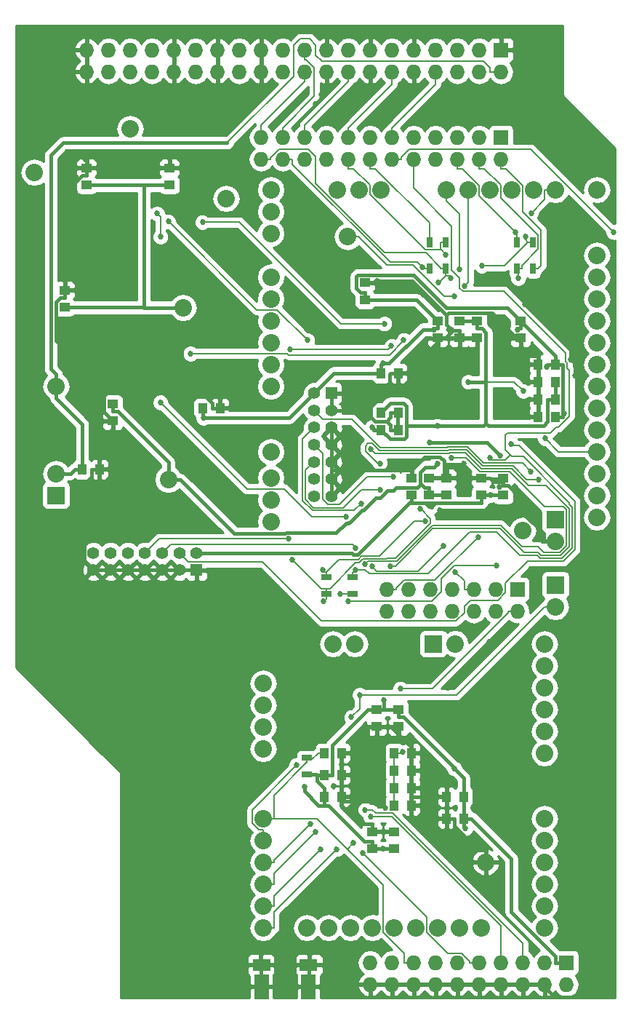
<source format=gbl>
G04 #@! TF.FileFunction,Copper,L2,Bot,Signal*
%FSLAX46Y46*%
G04 Gerber Fmt 4.6, Leading zero omitted, Abs format (unit mm)*
G04 Created by KiCad (PCBNEW (2015-01-16 BZR 5376)-product) date 2015-03-11 03:36:44*
%MOMM*%
G01*
G04 APERTURE LIST*
%ADD10C,0.100000*%
%ADD11R,1.250000X1.000000*%
%ADD12R,1.000000X1.250000*%
%ADD13R,2.000000X1.460000*%
%ADD14R,1.778000X3.000000*%
%ADD15R,2.032000X2.032000*%
%ADD16O,2.032000X2.032000*%
%ADD17R,1.727200X1.727200*%
%ADD18O,1.727200X1.727200*%
%ADD19R,1.400000X1.400000*%
%ADD20C,1.400000*%
%ADD21R,1.300000X0.700000*%
%ADD22R,0.700000X1.300000*%
%ADD23C,0.685800*%
%ADD24C,0.457200*%
%ADD25C,0.177800*%
%ADD26C,0.254000*%
G04 APERTURE END LIST*
D10*
D11*
X46736000Y-55356000D03*
X46736000Y-53356000D03*
D12*
X8398000Y-52324000D03*
X10398000Y-52324000D03*
X22431500Y-45212000D03*
X24431500Y-45212000D03*
D11*
X18542000Y-19288000D03*
X18542000Y-17288000D03*
D12*
X43196000Y-41148000D03*
X45196000Y-41148000D03*
D11*
X8890000Y-19288000D03*
X8890000Y-17288000D03*
D12*
X63484000Y-40132000D03*
X61484000Y-40132000D03*
D11*
X59436000Y-35068000D03*
X59436000Y-37068000D03*
X49784000Y-35068000D03*
X49784000Y-37068000D03*
X41338500Y-32623000D03*
X41338500Y-30623000D03*
X6350000Y-33512000D03*
X6350000Y-31512000D03*
D12*
X63484000Y-46228000D03*
X61484000Y-46228000D03*
D11*
X54864000Y-55356000D03*
X54864000Y-53356000D03*
X57404000Y-55356000D03*
X57404000Y-53356000D03*
X52324000Y-35068000D03*
X52324000Y-37068000D03*
X48768000Y-55356000D03*
X48768000Y-53356000D03*
X11938000Y-44720000D03*
X11938000Y-46720000D03*
D12*
X43196000Y-47752000D03*
X45196000Y-47752000D03*
X63484000Y-44196000D03*
X61484000Y-44196000D03*
X63484000Y-42164000D03*
X61484000Y-42164000D03*
D11*
X50800000Y-55356000D03*
X50800000Y-53356000D03*
X54356000Y-35068000D03*
X54356000Y-37068000D03*
D12*
X43196000Y-45720000D03*
X45196000Y-45720000D03*
X36592000Y-85344000D03*
X38592000Y-85344000D03*
X52816000Y-92964000D03*
X50816000Y-92964000D03*
X36592000Y-90424000D03*
X38592000Y-90424000D03*
D11*
X45212000Y-80280000D03*
X45212000Y-82280000D03*
D12*
X44720000Y-89408000D03*
X46720000Y-89408000D03*
D11*
X44704000Y-96504000D03*
X44704000Y-94504000D03*
D12*
X44720000Y-87376000D03*
X46720000Y-87376000D03*
D11*
X42164000Y-96504000D03*
X42164000Y-94504000D03*
D12*
X44720000Y-91440000D03*
X46720000Y-91440000D03*
D11*
X42672000Y-80280000D03*
X42672000Y-82280000D03*
D12*
X44720000Y-85344000D03*
X46720000Y-85344000D03*
X52816000Y-90424000D03*
X50816000Y-90424000D03*
X36592000Y-87884000D03*
X38592000Y-87884000D03*
D13*
X29299600Y-110000000D03*
X34708400Y-110000000D03*
D14*
X29279000Y-112530000D03*
X34729000Y-112530000D03*
D15*
X63500000Y-58166000D03*
D16*
X63500000Y-60706000D03*
D15*
X63500000Y-65786000D03*
D16*
X63500000Y-68326000D03*
D15*
X5334000Y-55372000D03*
D16*
X5334000Y-52832000D03*
D17*
X59055000Y-66294000D03*
D18*
X59055000Y-68834000D03*
X56515000Y-66294000D03*
X56515000Y-68834000D03*
X53975000Y-66294000D03*
X53975000Y-68834000D03*
X51435000Y-66294000D03*
X51435000Y-68834000D03*
X48895000Y-66294000D03*
X48895000Y-68834000D03*
X46355000Y-66294000D03*
X46355000Y-68834000D03*
X43815000Y-66294000D03*
X43815000Y-68834000D03*
D19*
X37385500Y-43466500D03*
D20*
X35385500Y-43466500D03*
X37385500Y-45466500D03*
X35385500Y-45466500D03*
X37385500Y-47466500D03*
X35385500Y-47466500D03*
X37385500Y-49466500D03*
X35385500Y-49466500D03*
X37385500Y-51466500D03*
X35385500Y-51466500D03*
X37385500Y-53466500D03*
X35385500Y-53466500D03*
X37385500Y-55466500D03*
X35385500Y-55466500D03*
D19*
X21684500Y-64055500D03*
D20*
X21684500Y-62055500D03*
X19684500Y-64055500D03*
X19684500Y-62055500D03*
X17684500Y-64055500D03*
X17684500Y-62055500D03*
X15684500Y-64055500D03*
X15684500Y-62055500D03*
X13684500Y-64055500D03*
X13684500Y-62055500D03*
X11684500Y-64055500D03*
X11684500Y-62055500D03*
X9684500Y-64055500D03*
X9684500Y-62055500D03*
D17*
X57150000Y-13716000D03*
D18*
X57150000Y-16256000D03*
X54610000Y-13716000D03*
X54610000Y-16256000D03*
X52070000Y-13716000D03*
X52070000Y-16256000D03*
X49530000Y-13716000D03*
X49530000Y-16256000D03*
X46990000Y-13716000D03*
X46990000Y-16256000D03*
X44450000Y-13716000D03*
X44450000Y-16256000D03*
X41910000Y-13716000D03*
X41910000Y-16256000D03*
X39370000Y-13716000D03*
X39370000Y-16256000D03*
X36830000Y-13716000D03*
X36830000Y-16256000D03*
X34290000Y-13716000D03*
X34290000Y-16256000D03*
X31750000Y-13716000D03*
X31750000Y-16256000D03*
X29210000Y-13716000D03*
X29210000Y-16256000D03*
D17*
X57150000Y-3556000D03*
D18*
X57150000Y-6096000D03*
X54610000Y-3556000D03*
X54610000Y-6096000D03*
X52070000Y-3556000D03*
X52070000Y-6096000D03*
X49530000Y-3556000D03*
X49530000Y-6096000D03*
X46990000Y-3556000D03*
X46990000Y-6096000D03*
X44450000Y-3556000D03*
X44450000Y-6096000D03*
X41910000Y-3556000D03*
X41910000Y-6096000D03*
X39370000Y-3556000D03*
X39370000Y-6096000D03*
X36830000Y-3556000D03*
X36830000Y-6096000D03*
X34290000Y-3556000D03*
X34290000Y-6096000D03*
X31750000Y-3556000D03*
X31750000Y-6096000D03*
X29210000Y-3556000D03*
X29210000Y-6096000D03*
X26670000Y-3556000D03*
X26670000Y-6096000D03*
X24130000Y-3556000D03*
X24130000Y-6096000D03*
X21590000Y-3556000D03*
X21590000Y-6096000D03*
X19050000Y-3556000D03*
X19050000Y-6096000D03*
X16510000Y-3556000D03*
X16510000Y-6096000D03*
X13970000Y-3556000D03*
X13970000Y-6096000D03*
X11430000Y-3556000D03*
X11430000Y-6096000D03*
X8890000Y-3556000D03*
X8890000Y-6096000D03*
D17*
X64770000Y-109728000D03*
D18*
X64770000Y-112268000D03*
X62230000Y-109728000D03*
X62230000Y-112268000D03*
X59690000Y-109728000D03*
X59690000Y-112268000D03*
X57150000Y-109728000D03*
X57150000Y-112268000D03*
X54610000Y-109728000D03*
X54610000Y-112268000D03*
X52070000Y-109728000D03*
X52070000Y-112268000D03*
X49530000Y-109728000D03*
X49530000Y-112268000D03*
X46990000Y-109728000D03*
X46990000Y-112268000D03*
X44450000Y-109728000D03*
X44450000Y-112268000D03*
X41910000Y-109728000D03*
X41910000Y-112268000D03*
D15*
X49276000Y-72644000D03*
D16*
X51816000Y-72644000D03*
D21*
X36830000Y-64899500D03*
X36830000Y-66799500D03*
X39878000Y-66799500D03*
X39878000Y-64899500D03*
D22*
X58994000Y-28956000D03*
X60894000Y-28956000D03*
X60894000Y-25908000D03*
X58994000Y-25908000D03*
X50734000Y-25908000D03*
X48834000Y-25908000D03*
X48834000Y-28956000D03*
X50734000Y-28956000D03*
D21*
X34544000Y-87818000D03*
X34544000Y-85918000D03*
D16*
X5334000Y-42672000D03*
X30353000Y-22352000D03*
X20129500Y-33528000D03*
X55372000Y-98044000D03*
X68326000Y-55372000D03*
X68326000Y-57912000D03*
X68326000Y-50292000D03*
X68326000Y-52832000D03*
X68326000Y-42672000D03*
X68326000Y-45212000D03*
X68326000Y-37592000D03*
X68326000Y-40132000D03*
X68326000Y-32512000D03*
X68326000Y-35052000D03*
X68326000Y-27432000D03*
X68326000Y-29972000D03*
X68326000Y-47752000D03*
X18415000Y-53530500D03*
X59690000Y-59436000D03*
X30353000Y-29972000D03*
X30353000Y-24892000D03*
X30353000Y-35052000D03*
X30353000Y-32512000D03*
X30353000Y-37592000D03*
X30353000Y-42672000D03*
X30353000Y-40132000D03*
X30353000Y-53340000D03*
X30353000Y-58420000D03*
X30353000Y-55880000D03*
X30353000Y-50292000D03*
X68326000Y-19812000D03*
X58420000Y-19812000D03*
X63500000Y-19812000D03*
X55880000Y-19812000D03*
X60960000Y-19812000D03*
X50800000Y-19812000D03*
X40640000Y-19812000D03*
X43180000Y-19812000D03*
X38100000Y-19812000D03*
X30353000Y-19812000D03*
X53340000Y-19812000D03*
X25146000Y-20828000D03*
X13970000Y-12700000D03*
X2794000Y-17780000D03*
X29464000Y-92964000D03*
X62230000Y-105664000D03*
X62230000Y-103124000D03*
X62230000Y-100584000D03*
X62230000Y-98044000D03*
X62230000Y-95504000D03*
X62230000Y-92964000D03*
X62230000Y-85344000D03*
X62230000Y-82804000D03*
X62230000Y-80264000D03*
X62230000Y-77724000D03*
X62230000Y-75184000D03*
X62230000Y-72644000D03*
X40132000Y-72644000D03*
X37592000Y-72644000D03*
X29464000Y-77216000D03*
X29464000Y-79756000D03*
X29464000Y-82296000D03*
X29464000Y-84836000D03*
X29464000Y-95504000D03*
X29464000Y-98044000D03*
X29464000Y-100584000D03*
X29464000Y-103124000D03*
X29464000Y-105664000D03*
X34544000Y-105664000D03*
X37084000Y-105664000D03*
X39624000Y-105664000D03*
X42164000Y-105664000D03*
X44704000Y-105664000D03*
X47244000Y-105664000D03*
X49784000Y-105664000D03*
X52324000Y-105664000D03*
X54864000Y-105664000D03*
X39306500Y-25273000D03*
D23*
X49064300Y-56664500D03*
X48840000Y-49214200D03*
X57032200Y-50707700D03*
X43393000Y-40023500D03*
X62484000Y-40415600D03*
X55993400Y-55356000D03*
X53000100Y-94128700D03*
X43503300Y-79230700D03*
X34316700Y-89255100D03*
X43433400Y-96504000D03*
X22510800Y-46342900D03*
X64506000Y-45870400D03*
X59054500Y-36068000D03*
X49340000Y-36068000D03*
X51705900Y-87142000D03*
X65744200Y-41387600D03*
X65287700Y-39553900D03*
X59908600Y-33090200D03*
X46918400Y-44311100D03*
X50022000Y-57112000D03*
X52840000Y-51663700D03*
X44221000Y-42835100D03*
X12721300Y-16002300D03*
X49092000Y-90424000D03*
X43709900Y-91743200D03*
X51382000Y-36068000D03*
X19965000Y-17057400D03*
X42787800Y-30456500D03*
X59690000Y-45783500D03*
X56959500Y-54356000D03*
X40436800Y-88493600D03*
X26771600Y-108305600D03*
X26720800Y-103022400D03*
X21590000Y-97891600D03*
X16459200Y-92659200D03*
X14528800Y-90728800D03*
X16306800Y-87325200D03*
X10210800Y-76911200D03*
X7213600Y-59131200D03*
X13665200Y-58420000D03*
X15798800Y-59537600D03*
X16814800Y-58521600D03*
X18643600Y-57454800D03*
X22555200Y-53340000D03*
X24282400Y-55219600D03*
X21183600Y-58267600D03*
X65684400Y-89814400D03*
X58623200Y-89154000D03*
X57454800Y-90779600D03*
X58623200Y-91846400D03*
X57302400Y-93218000D03*
X59334400Y-95046800D03*
X50241200Y-80365600D03*
X50952400Y-77724000D03*
X55118000Y-73609200D03*
X55778400Y-72440800D03*
X57759600Y-71577200D03*
X59385200Y-73304400D03*
X54813200Y-82804000D03*
X55981600Y-81534000D03*
X57404000Y-82651600D03*
X55575200Y-84328000D03*
X56946800Y-85547200D03*
X58216800Y-84328000D03*
X59436000Y-85598000D03*
X58216800Y-86817200D03*
X68021200Y-66700400D03*
X68884800Y-64922400D03*
X67411600Y-62331600D03*
X67564000Y-60502800D03*
X50850800Y-40843200D03*
X53187600Y-44246800D03*
X57099200Y-39573200D03*
X59085500Y-40752800D03*
X57099200Y-44297600D03*
X48920400Y-44297600D03*
X8128000Y-15798800D03*
X8229600Y-12750800D03*
X12192000Y-10261600D03*
X13462000Y-9042400D03*
X18796000Y-8636000D03*
X35560000Y-9855200D03*
X36372800Y-11531600D03*
X39979600Y-9398000D03*
X39116000Y-10312400D03*
X36271200Y-8788400D03*
X33985200Y-9042400D03*
X29006800Y-8229600D03*
X26314400Y-17881600D03*
X33731200Y-20574000D03*
X24739600Y-17780000D03*
X33832800Y-25349200D03*
X32613600Y-23977600D03*
X34899600Y-22656800D03*
X33528000Y-27686000D03*
X18948400Y-40944800D03*
X15494000Y-41605200D03*
X34747200Y-76504800D03*
X37185600Y-79095600D03*
X38100000Y-80111600D03*
X39116000Y-76098400D03*
X40538400Y-75082400D03*
X42976800Y-74879200D03*
X43586400Y-72898000D03*
X48564800Y-38912800D03*
X49746100Y-47276200D03*
X53340000Y-42182100D03*
X49746100Y-51664400D03*
X42178100Y-47439500D03*
X59753500Y-43243500D03*
X39995600Y-95791300D03*
X45720000Y-85216800D03*
X48340000Y-58336200D03*
X36395900Y-64041400D03*
X47752600Y-56962400D03*
X32833900Y-62807900D03*
X36482400Y-67660500D03*
X70226000Y-24745700D03*
X56619400Y-63492700D03*
X39345000Y-67692500D03*
X38403200Y-66799500D03*
X55840000Y-51038200D03*
X40225600Y-64038500D03*
X59170200Y-30112500D03*
X54901100Y-28651700D03*
X60017800Y-25292100D03*
X58818400Y-24758700D03*
X50734000Y-27370200D03*
X47986800Y-28806400D03*
X49868800Y-30616800D03*
X51331900Y-30116500D03*
X39725300Y-81157200D03*
X40706000Y-78592600D03*
X51741200Y-32189100D03*
X62287000Y-48735600D03*
X51824700Y-64270800D03*
X54483100Y-60184600D03*
X45454000Y-77856900D03*
X60642500Y-52611100D03*
X40847200Y-56362600D03*
X44648400Y-53203600D03*
X43058800Y-54710500D03*
X43058800Y-51643300D03*
X61579200Y-53523400D03*
X58356500Y-49403000D03*
X51402900Y-51004900D03*
X41301500Y-63373700D03*
X40226200Y-61465600D03*
X44392900Y-37995200D03*
X32615500Y-38385800D03*
X32451100Y-60420900D03*
X21003700Y-38887900D03*
X45834400Y-37301500D03*
X60671500Y-22527500D03*
X52340000Y-29069300D03*
X52928400Y-30987900D03*
X41345800Y-91934200D03*
X41954000Y-92773600D03*
X41037700Y-96976600D03*
X33350900Y-86737600D03*
X34938400Y-93559200D03*
X35535800Y-94512200D03*
X36120300Y-96527100D03*
X38012400Y-96525600D03*
X34600000Y-37305600D03*
X18413000Y-23508300D03*
X41955600Y-49949100D03*
X44248700Y-63578900D03*
X50426400Y-61199200D03*
X42140900Y-63641300D03*
X39072400Y-57870300D03*
X17509900Y-44565100D03*
X17509900Y-25283700D03*
X17093700Y-22579400D03*
X43587100Y-35396000D03*
X22403700Y-23589500D03*
D24*
X46736000Y-55980200D02*
X40497900Y-62218300D01*
X40497900Y-62218300D02*
X39954700Y-62218300D01*
X39954700Y-62218300D02*
X39791900Y-62055500D01*
X39791900Y-62055500D02*
X21684500Y-62055500D01*
X46736000Y-55796600D02*
X46736000Y-55980200D01*
X57032200Y-50707700D02*
X55538800Y-49214300D01*
X55538800Y-49214300D02*
X48840000Y-49214300D01*
X48840000Y-49214300D02*
X48840000Y-49214200D01*
X64365300Y-45870400D02*
X64506000Y-45870400D01*
X41338500Y-31741700D02*
X40787700Y-31741700D01*
X40787700Y-31741700D02*
X40332100Y-31286100D01*
X40332100Y-31286100D02*
X40332100Y-29900400D01*
X40332100Y-29900400D02*
X40501700Y-29730800D01*
X40501700Y-29730800D02*
X46990300Y-29730800D01*
X46990300Y-29730800D02*
X50813800Y-33554300D01*
X50813800Y-33554300D02*
X57871100Y-33554300D01*
X57871100Y-33554300D02*
X59436000Y-35119200D01*
X46736000Y-55980200D02*
X46736000Y-56237300D01*
X48363300Y-56237300D02*
X46736000Y-56237300D01*
X49064300Y-56237300D02*
X48363300Y-56237300D01*
X49528300Y-56237300D02*
X49064300Y-56237300D01*
X49064300Y-56664500D02*
X49064300Y-56237300D01*
X64365300Y-45870400D02*
X64365300Y-46228000D01*
X64365300Y-40132000D02*
X64365300Y-45870400D01*
X49784000Y-35068000D02*
X47339000Y-32623000D01*
X47339000Y-32623000D02*
X41338500Y-32623000D01*
X43393000Y-40023500D02*
X44136600Y-40023500D01*
X44136600Y-40023500D02*
X48092100Y-36068000D01*
X48092100Y-36068000D02*
X49340000Y-36068000D01*
X35385500Y-43466500D02*
X32509100Y-46342900D01*
X32509100Y-46342900D02*
X22510800Y-46342900D01*
X43196000Y-40141700D02*
X43274800Y-40141700D01*
X43274800Y-40141700D02*
X43393000Y-40023500D01*
X43196000Y-41148000D02*
X43196000Y-40141700D01*
X63484000Y-40132000D02*
X62602700Y-40132000D01*
X62484000Y-40415600D02*
X62602700Y-40296900D01*
X62602700Y-40296900D02*
X62602700Y-40132000D01*
X41338500Y-32623000D02*
X41338500Y-31741700D01*
X59436000Y-35119200D02*
X59436000Y-35508600D01*
X59436000Y-35068000D02*
X59436000Y-35119200D01*
X55993400Y-55356000D02*
X54864000Y-55356000D01*
X57404000Y-55356000D02*
X55993400Y-55356000D01*
X43196000Y-41148000D02*
X42314700Y-41148000D01*
X35385500Y-43466500D02*
X37704000Y-41148000D01*
X37704000Y-41148000D02*
X42314700Y-41148000D01*
X52816000Y-92964000D02*
X52816000Y-93970300D01*
X53000100Y-94128700D02*
X52841700Y-93970300D01*
X52841700Y-93970300D02*
X52816000Y-93970300D01*
X43503300Y-80280000D02*
X45212000Y-80280000D01*
X42672000Y-80280000D02*
X43503300Y-80280000D01*
X43503300Y-80280000D02*
X43503300Y-79230700D01*
X36592000Y-91430300D02*
X35933200Y-91430300D01*
X35933200Y-91430300D02*
X34316700Y-89813800D01*
X34316700Y-89813800D02*
X34316700Y-89255100D01*
X42164000Y-95622700D02*
X41264900Y-95622700D01*
X41264900Y-95622700D02*
X37072500Y-91430300D01*
X37072500Y-91430300D02*
X36592000Y-91430300D01*
X42164000Y-96504000D02*
X42164000Y-95622700D01*
X43433400Y-96504000D02*
X42164000Y-96504000D01*
X44704000Y-96504000D02*
X43433400Y-96504000D01*
X54864000Y-56237300D02*
X49528300Y-56237300D01*
X54864000Y-55356000D02*
X54864000Y-56237300D01*
X46736000Y-55356000D02*
X46736000Y-55796600D01*
X15590700Y-33512000D02*
X15606700Y-33528000D01*
X15606700Y-33528000D02*
X20129500Y-33528000D01*
X15590700Y-19288000D02*
X15590700Y-33512000D01*
X15590700Y-33512000D02*
X7356300Y-33512000D01*
X15590700Y-19288000D02*
X18542000Y-19288000D01*
X8890000Y-19288000D02*
X15590700Y-19288000D01*
X63484000Y-40132000D02*
X63484000Y-39125700D01*
X59436000Y-35508600D02*
X59866900Y-35508600D01*
X59866900Y-35508600D02*
X63484000Y-39125700D01*
X59436000Y-35508600D02*
X59436000Y-35949300D01*
X49784000Y-35949300D02*
X49458700Y-35949300D01*
X49458700Y-35949300D02*
X49340000Y-36068000D01*
X22431500Y-45212000D02*
X22431500Y-46263600D01*
X22431500Y-46263600D02*
X22510800Y-46342900D01*
X63484000Y-40132000D02*
X64365300Y-40132000D01*
X42672000Y-80280000D02*
X41665700Y-80280000D01*
X36592000Y-87884000D02*
X37473300Y-87884000D01*
X37473300Y-87884000D02*
X37473300Y-84472400D01*
X37473300Y-84472400D02*
X41665700Y-80280000D01*
X36165500Y-87884000D02*
X36592000Y-87884000D01*
X36165500Y-87884000D02*
X35739000Y-87884000D01*
X45212000Y-80280000D02*
X45212000Y-81161300D01*
X45212000Y-81161300D02*
X45817200Y-81161300D01*
X45817200Y-81161300D02*
X51705900Y-87050000D01*
X51705900Y-87050000D02*
X51705900Y-87142000D01*
X36592000Y-90424000D02*
X36592000Y-91430300D01*
X52816000Y-90424000D02*
X52816000Y-92964000D01*
X51705900Y-87142000D02*
X52816000Y-88252100D01*
X52816000Y-88252100D02*
X52816000Y-90424000D01*
X36592000Y-90424000D02*
X36592000Y-89417700D01*
X35739000Y-87884000D02*
X35739000Y-88564700D01*
X35739000Y-88564700D02*
X36592000Y-89417700D01*
X35739000Y-87884000D02*
X35710700Y-87884000D01*
X52816000Y-92964000D02*
X53697300Y-92964000D01*
X64770000Y-109728000D02*
X63525100Y-109728000D01*
X63525100Y-109728000D02*
X63525100Y-108986500D01*
X63525100Y-108986500D02*
X58366200Y-103827600D01*
X58366200Y-103827600D02*
X58366200Y-97632900D01*
X58366200Y-97632900D02*
X53697300Y-92964000D01*
X34544000Y-87818000D02*
X35644700Y-87818000D01*
X35644700Y-87818000D02*
X35710700Y-87884000D01*
X63484000Y-46228000D02*
X64365300Y-46228000D01*
X59054500Y-36068000D02*
X59173200Y-35949300D01*
X59173200Y-35949300D02*
X59436000Y-35949300D01*
X49784000Y-35068000D02*
X49784000Y-35949300D01*
X6350000Y-33512000D02*
X7356300Y-33512000D01*
X49101100Y-56664500D02*
X49528300Y-56237300D01*
X49064300Y-56664500D02*
X49101100Y-56664500D01*
X48790500Y-56664500D02*
X48363300Y-56237300D01*
X49064300Y-56664500D02*
X48790500Y-56664500D01*
X65287700Y-39553900D02*
X65744200Y-40010400D01*
X65744200Y-40010400D02*
X65744200Y-41387600D01*
X50501600Y-51729100D02*
X50501600Y-53356000D01*
X46736000Y-52474700D02*
X48280700Y-50930000D01*
X48280700Y-50930000D02*
X50062600Y-50930000D01*
X50062600Y-50930000D02*
X50501600Y-51369000D01*
X50501600Y-51369000D02*
X50501600Y-51729100D01*
X50501600Y-51729100D02*
X52774600Y-51729100D01*
X52774600Y-51729100D02*
X52840000Y-51663700D01*
X65287700Y-39553900D02*
X65287700Y-38469300D01*
X65287700Y-38469300D02*
X59908600Y-33090200D01*
X11312700Y-43380700D02*
X10886400Y-43807000D01*
X10886400Y-43807000D02*
X10886400Y-45668400D01*
X10886400Y-45668400D02*
X11938000Y-46720000D01*
X23550200Y-45212000D02*
X23550200Y-44661200D01*
X23550200Y-44661200D02*
X22269700Y-43380700D01*
X16408400Y-43380700D02*
X11312700Y-43380700D01*
X18338800Y-43380700D02*
X16408400Y-43380700D01*
X22269700Y-43380700D02*
X18338800Y-43380700D01*
X6350000Y-32393300D02*
X5799200Y-32393300D01*
X5799200Y-32393300D02*
X5323800Y-32868700D01*
X5323800Y-32868700D02*
X5323800Y-37391800D01*
X5323800Y-37391800D02*
X11312700Y-43380700D01*
X42787800Y-30456500D02*
X46853300Y-30456500D01*
X46853300Y-30456500D02*
X50790400Y-34393600D01*
X57404000Y-53796600D02*
X56310900Y-53796600D01*
X56310900Y-53796600D02*
X55870300Y-53356000D01*
X46918400Y-44311100D02*
X45442400Y-42835100D01*
X45442400Y-42835100D02*
X44221000Y-42835100D01*
X59383700Y-57065300D02*
X59383700Y-55666200D01*
X59383700Y-55666200D02*
X57954800Y-54237300D01*
X57954800Y-54237300D02*
X57404000Y-54237300D01*
X50022000Y-57112000D02*
X59337000Y-57112000D01*
X59337000Y-57112000D02*
X59383700Y-57065300D01*
X62102700Y-60706000D02*
X62102700Y-59784400D01*
X62102700Y-59784400D02*
X59383700Y-57065300D01*
X50501600Y-53356000D02*
X50800000Y-53356000D01*
X48768000Y-53356000D02*
X50501600Y-53356000D01*
X37385500Y-52474700D02*
X46736000Y-52474700D01*
X41409600Y-45646500D02*
X42489400Y-46726400D01*
X42489400Y-46726400D02*
X43859100Y-46726400D01*
X37385500Y-45466500D02*
X41229500Y-45466500D01*
X41229500Y-45466500D02*
X41409600Y-45646500D01*
X41409600Y-45646500D02*
X44221000Y-42835100D01*
X44221000Y-42835100D02*
X44221000Y-41241700D01*
X44221000Y-41241700D02*
X44314700Y-41148000D01*
X12721300Y-17288000D02*
X18542000Y-17288000D01*
X8890000Y-17728600D02*
X9330600Y-17288000D01*
X9330600Y-17288000D02*
X12721300Y-17288000D01*
X12721300Y-17288000D02*
X12721300Y-16002300D01*
X51697300Y-92964000D02*
X51697300Y-93850100D01*
X51697300Y-93850100D02*
X54493900Y-96646700D01*
X54493900Y-96646700D02*
X55372000Y-96646700D01*
X49092000Y-90424000D02*
X50816000Y-90424000D01*
X46720000Y-90424000D02*
X49092000Y-90424000D01*
X51529900Y-36215900D02*
X50790300Y-36955500D01*
X50790300Y-36955500D02*
X50790300Y-37068000D01*
X52324000Y-36186700D02*
X51559100Y-36186700D01*
X51559100Y-36186700D02*
X51529900Y-36215900D01*
X51529900Y-36215900D02*
X51382000Y-36068000D01*
X50790400Y-34393600D02*
X50790400Y-35476400D01*
X50790400Y-35476400D02*
X51382000Y-36068000D01*
X6350000Y-31512000D02*
X6350000Y-20158500D01*
X6350000Y-20158500D02*
X8339200Y-18169300D01*
X8339200Y-18169300D02*
X8890000Y-18169300D01*
X10398000Y-52324000D02*
X9516700Y-52324000D01*
X9516700Y-52324000D02*
X9516700Y-53205300D01*
X9516700Y-53205300D02*
X8590100Y-54131900D01*
X8590100Y-54131900D02*
X8590100Y-62961100D01*
X8590100Y-62961100D02*
X9684500Y-64055500D01*
X11938000Y-47601300D02*
X10398000Y-49141300D01*
X10398000Y-49141300D02*
X10398000Y-52324000D01*
X24431500Y-45212000D02*
X23550200Y-45212000D01*
X6350000Y-31512000D02*
X6350000Y-32393300D01*
X37385500Y-52474700D02*
X37385500Y-51466500D01*
X37385500Y-53466500D02*
X37385500Y-52474700D01*
X46736000Y-53356000D02*
X46736000Y-52474700D01*
X8890000Y-17728600D02*
X8890000Y-18169300D01*
X8890000Y-17288000D02*
X8890000Y-17728600D01*
X59436000Y-37508600D02*
X56091700Y-34164300D01*
X56091700Y-34164300D02*
X51019700Y-34164300D01*
X51019700Y-34164300D02*
X50790400Y-34393600D01*
X59436000Y-37508600D02*
X59436000Y-37949300D01*
X59436000Y-37068000D02*
X59436000Y-37508600D01*
X61484000Y-40132000D02*
X61484000Y-39125700D01*
X59436000Y-37949300D02*
X60612400Y-39125700D01*
X60612400Y-39125700D02*
X61484000Y-39125700D01*
X48351200Y-39004000D02*
X46207200Y-41148000D01*
X50287200Y-37068000D02*
X48351200Y-39004000D01*
X46207200Y-41148000D02*
X45196000Y-41148000D01*
X50287200Y-37068000D02*
X50790300Y-37068000D01*
X49784000Y-37068000D02*
X50287200Y-37068000D01*
X42344800Y-30623000D02*
X42511300Y-30456500D01*
X42511300Y-30456500D02*
X42787800Y-30456500D01*
X61484000Y-42164000D02*
X61484000Y-40132000D01*
X61484000Y-44196000D02*
X61484000Y-42164000D01*
X54864000Y-53356000D02*
X55870300Y-53356000D01*
X57404000Y-53796600D02*
X57404000Y-54237300D01*
X57404000Y-53356000D02*
X57404000Y-53796600D01*
X50800000Y-53356000D02*
X54864000Y-53356000D01*
X11938000Y-46720000D02*
X11938000Y-47601300D01*
X45196000Y-41148000D02*
X44314700Y-41148000D01*
X61484000Y-44196000D02*
X61484000Y-46228000D01*
X54356000Y-37068000D02*
X52324000Y-37068000D01*
X45196000Y-47752000D02*
X44314700Y-47752000D01*
X43859100Y-46726400D02*
X44314700Y-47182000D01*
X44314700Y-47182000D02*
X44314700Y-47752000D01*
X43859100Y-46726400D02*
X44314700Y-46270800D01*
X44314700Y-46270800D02*
X44314700Y-45720000D01*
X38592000Y-90927100D02*
X42893800Y-90927100D01*
X42893800Y-90927100D02*
X43709900Y-91743200D01*
X38592000Y-90927100D02*
X38592000Y-91430300D01*
X38592000Y-90424000D02*
X38592000Y-90927100D01*
X42672000Y-82280000D02*
X41665700Y-82280000D01*
X38592000Y-85344000D02*
X39473300Y-85344000D01*
X41665700Y-82280000D02*
X41665700Y-83151600D01*
X41665700Y-83151600D02*
X39473300Y-85344000D01*
X44294100Y-82280000D02*
X42672000Y-82280000D01*
X38592000Y-87884000D02*
X38592000Y-85344000D01*
X38592000Y-89103200D02*
X38592000Y-87884000D01*
X38592000Y-90424000D02*
X38592000Y-89103200D01*
X46720000Y-85344000D02*
X46720000Y-84337700D01*
X44294100Y-82280000D02*
X46351800Y-84337700D01*
X46351800Y-84337700D02*
X46720000Y-84337700D01*
X44294100Y-82280000D02*
X45212000Y-82280000D01*
X46720000Y-90424000D02*
X46720000Y-89408000D01*
X46720000Y-91440000D02*
X46720000Y-90424000D01*
X42164000Y-94504000D02*
X42164000Y-93622700D01*
X42164000Y-93622700D02*
X40784400Y-93622700D01*
X40784400Y-93622700D02*
X38592000Y-91430300D01*
X44704000Y-94504000D02*
X42164000Y-94504000D01*
X46720000Y-87376000D02*
X46720000Y-89408000D01*
X46720000Y-85344000D02*
X46720000Y-87376000D01*
X50816000Y-90424000D02*
X50816000Y-92964000D01*
X29579000Y-110000000D02*
X34429000Y-110000000D01*
X63500000Y-60706000D02*
X62102700Y-60706000D01*
X37385500Y-43466500D02*
X37385500Y-45466500D01*
X45196000Y-45720000D02*
X44314700Y-45720000D01*
X37385500Y-49466500D02*
X37385500Y-47466500D01*
X37385500Y-51466500D02*
X37385500Y-49466500D01*
X37385500Y-55466500D02*
X37385500Y-53466500D01*
X19684500Y-64055500D02*
X21684500Y-64055500D01*
X17684500Y-64055500D02*
X19684500Y-64055500D01*
X15684500Y-64055500D02*
X17684500Y-64055500D01*
X13684500Y-64055500D02*
X15684500Y-64055500D01*
X11684500Y-64055500D02*
X13684500Y-64055500D01*
X9684500Y-64055500D02*
X11684500Y-64055500D01*
X41910000Y-112268000D02*
X44450000Y-112268000D01*
X59690000Y-112268000D02*
X62230000Y-112268000D01*
X57150000Y-112268000D02*
X59690000Y-112268000D01*
X54610000Y-112268000D02*
X57150000Y-112268000D01*
X52070000Y-112268000D02*
X54610000Y-112268000D01*
X49530000Y-112268000D02*
X52070000Y-112268000D01*
X46990000Y-112268000D02*
X49530000Y-112268000D01*
X44450000Y-112268000D02*
X46990000Y-112268000D01*
X52324000Y-37068000D02*
X52324000Y-36186700D01*
X19548300Y-17288000D02*
X19734400Y-17288000D01*
X19734400Y-17288000D02*
X19965000Y-17057400D01*
X18542000Y-17288000D02*
X19548300Y-17288000D01*
X41338500Y-30623000D02*
X42344800Y-30623000D01*
X50816000Y-92964000D02*
X51697300Y-92964000D01*
X55372000Y-98044000D02*
X55372000Y-96646700D01*
D25*
X60134500Y-46228000D02*
X59690000Y-45783500D01*
X61484000Y-46228000D02*
X60134500Y-46228000D01*
X56959500Y-54356000D02*
X57404000Y-53911500D01*
X57404000Y-53911500D02*
X57404000Y-53356000D01*
X39827200Y-89103200D02*
X40436800Y-88493600D01*
X38592000Y-89103200D02*
X39827200Y-89103200D01*
D24*
X26771600Y-108305600D02*
X26720800Y-108254800D01*
X26720800Y-108254800D02*
X26720800Y-103022400D01*
X21590000Y-97891600D02*
X16459200Y-92760800D01*
X16459200Y-92760800D02*
X16459200Y-92659200D01*
X14528800Y-90728800D02*
X16306800Y-88950800D01*
X16306800Y-88950800D02*
X16306800Y-87325200D01*
X10210800Y-76911200D02*
X7213600Y-73914000D01*
X7213600Y-73914000D02*
X7213600Y-59131200D01*
X13665200Y-58420000D02*
X14782800Y-59537600D01*
X14782800Y-59537600D02*
X15798800Y-59537600D01*
X16814800Y-58521600D02*
X17881600Y-57454800D01*
X17881600Y-57454800D02*
X18643600Y-57454800D01*
X22555200Y-53340000D02*
X24282400Y-55067200D01*
X24282400Y-55067200D02*
X24282400Y-55219600D01*
X63449200Y-113741200D02*
X65989200Y-113741200D01*
X65989200Y-113741200D02*
X67056000Y-112674400D01*
X67056000Y-112674400D02*
X67056000Y-91186000D01*
X67056000Y-91186000D02*
X65684400Y-89814400D01*
X58623200Y-89154000D02*
X57454800Y-90322400D01*
X57454800Y-90322400D02*
X57454800Y-90779600D01*
X58623200Y-91846400D02*
X57302400Y-93167200D01*
X57302400Y-93167200D02*
X57302400Y-93218000D01*
X59334400Y-95046800D02*
X59334400Y-95097600D01*
X62230000Y-112522000D02*
X63449200Y-113741200D01*
X62230000Y-112268000D02*
X62230000Y-112522000D01*
X52679600Y-82804000D02*
X50241200Y-80365600D01*
X50952400Y-77724000D02*
X55067200Y-73609200D01*
X55067200Y-73609200D02*
X55118000Y-73609200D01*
X55778400Y-72440800D02*
X56642000Y-71577200D01*
X56642000Y-71577200D02*
X57759600Y-71577200D01*
X58623200Y-89154000D02*
X58623200Y-87223600D01*
X56286400Y-81534000D02*
X55981600Y-81534000D01*
X57404000Y-82651600D02*
X56286400Y-81534000D01*
X55727600Y-84328000D02*
X55575200Y-84328000D01*
X56946800Y-85547200D02*
X55727600Y-84328000D01*
X58216800Y-84378800D02*
X58216800Y-84328000D01*
X59436000Y-85598000D02*
X58216800Y-84378800D01*
X58623200Y-87223600D02*
X58216800Y-86817200D01*
X54813200Y-82804000D02*
X52679600Y-82804000D01*
X65684400Y-69037200D02*
X68021200Y-66700400D01*
X68884800Y-64922400D02*
X67411600Y-63449200D01*
X67411600Y-63449200D02*
X67411600Y-62331600D01*
X65684400Y-89814400D02*
X65684400Y-69037200D01*
X49011600Y-39004000D02*
X50850800Y-40843200D01*
X48564800Y-39004000D02*
X49011600Y-39004000D01*
X48351200Y-39004000D02*
X48564800Y-39004000D01*
X53187600Y-44246800D02*
X53136800Y-44297600D01*
X53136800Y-44297600D02*
X48920400Y-44297600D01*
X57905900Y-39573200D02*
X59085500Y-40752800D01*
X57099200Y-39573200D02*
X57905900Y-39573200D01*
X8890000Y-16560800D02*
X8128000Y-15798800D01*
X8229600Y-12750800D02*
X8890000Y-12090400D01*
X8890000Y-12090400D02*
X8890000Y-6096000D01*
X8890000Y-17288000D02*
X8890000Y-16560800D01*
X8890000Y-6096000D02*
X8890000Y-3556000D01*
X9702800Y-12750800D02*
X12192000Y-10261600D01*
X13462000Y-9042400D02*
X13868400Y-8636000D01*
X13868400Y-8636000D02*
X18796000Y-8636000D01*
X8229600Y-12750800D02*
X9702800Y-12750800D01*
X29210000Y-3556000D02*
X29210000Y-6096000D01*
X36271200Y-9144000D02*
X35560000Y-9855200D01*
X36372800Y-11531600D02*
X37134800Y-10769600D01*
X37134800Y-10769600D02*
X37185600Y-10769600D01*
X41910000Y-7467600D02*
X39979600Y-9398000D01*
X41910000Y-7467600D02*
X41910000Y-6096000D01*
X38658800Y-10769600D02*
X37185600Y-10769600D01*
X39116000Y-10312400D02*
X38658800Y-10769600D01*
X36271200Y-8788400D02*
X36271200Y-9144000D01*
X29210000Y-8026400D02*
X29006800Y-8229600D01*
X29210000Y-6096000D02*
X29210000Y-8026400D01*
X26314400Y-17881600D02*
X30429200Y-17881600D01*
X30429200Y-17881600D02*
X31546800Y-17881600D01*
X31546800Y-17881600D02*
X33731200Y-20066000D01*
X33731200Y-20066000D02*
X33731200Y-20574000D01*
X19965000Y-17057400D02*
X24017000Y-17057400D01*
X24017000Y-17057400D02*
X24739600Y-17780000D01*
X33528000Y-25654000D02*
X33528000Y-27686000D01*
X33832800Y-25349200D02*
X33528000Y-25654000D01*
X33578800Y-23977600D02*
X32613600Y-23977600D01*
X34899600Y-22656800D02*
X33578800Y-23977600D01*
X18338800Y-41554400D02*
X18948400Y-40944800D01*
X18338800Y-43380700D02*
X18338800Y-41554400D01*
X16408400Y-42519600D02*
X15494000Y-41605200D01*
X16408400Y-43380700D02*
X16408400Y-42519600D01*
X34747200Y-76504800D02*
X37185600Y-78943200D01*
X37185600Y-78943200D02*
X37185600Y-79095600D01*
X38100000Y-80111600D02*
X39116000Y-79095600D01*
X39116000Y-79095600D02*
X39116000Y-76098400D01*
X40538400Y-75082400D02*
X40741600Y-74879200D01*
X40741600Y-74879200D02*
X42976800Y-74879200D01*
D25*
X48564800Y-38862000D02*
X48564800Y-39004000D01*
X48564800Y-39004000D02*
X48564800Y-38862000D01*
X48564800Y-38912800D02*
X48564800Y-39004000D01*
D24*
X5334000Y-43370600D02*
X5334000Y-42672000D01*
X5334000Y-43370600D02*
X5334000Y-44069300D01*
X8398000Y-52324000D02*
X7516700Y-52324000D01*
X5334000Y-52832000D02*
X7008700Y-52832000D01*
X7008700Y-52832000D02*
X7516700Y-52324000D01*
X5334000Y-44069300D02*
X8398000Y-47133300D01*
X8398000Y-47133300D02*
X8398000Y-52324000D01*
X4713800Y-15809400D02*
X6172400Y-14350800D01*
X6172400Y-14350800D02*
X10159200Y-14350800D01*
D25*
X55905100Y-5580200D02*
X55905100Y-6096000D01*
X55150900Y-4826000D02*
X55905100Y-5580200D01*
X36273100Y-4826000D02*
X55150900Y-4826000D01*
X35585000Y-4137900D02*
X36273100Y-4826000D01*
X35585000Y-2991000D02*
X35585000Y-4137900D01*
X34838600Y-2244600D02*
X35585000Y-2991000D01*
X33780500Y-2244600D02*
X34838600Y-2244600D01*
X33020000Y-3005100D02*
X33780500Y-2244600D01*
X33020000Y-6591200D02*
X33020000Y-3005100D01*
X25260400Y-14350800D02*
X33020000Y-6591200D01*
D24*
X10159200Y-14350800D02*
X25260400Y-14350800D01*
X4713800Y-40654500D02*
X4713800Y-19796200D01*
X5334000Y-41274700D02*
X4713800Y-40654500D01*
X5334000Y-41274700D02*
X5334000Y-42672000D01*
D25*
X57150000Y-6096000D02*
X55905100Y-6096000D01*
D24*
X4713800Y-19796200D02*
X4713800Y-15809400D01*
X19812300Y-53530500D02*
X26108600Y-59826800D01*
X26108600Y-59826800D02*
X32021000Y-59826800D01*
X32021000Y-59826800D02*
X32151100Y-59696700D01*
X32151100Y-59696700D02*
X37964900Y-59696700D01*
X37964900Y-59696700D02*
X39067100Y-58594500D01*
X39067100Y-58594500D02*
X39372500Y-58594500D01*
X39372500Y-58594500D02*
X39401600Y-58565400D01*
X39401600Y-58565400D02*
X39505700Y-58565400D01*
X39505700Y-58565400D02*
X40984300Y-57086800D01*
X40984300Y-57086800D02*
X41147300Y-57086800D01*
X41147300Y-57086800D02*
X42540800Y-55693300D01*
X42540800Y-55693300D02*
X43100200Y-55693300D01*
X43100200Y-55693300D02*
X43963800Y-54829700D01*
X43963800Y-54829700D02*
X44587400Y-54829700D01*
X44587400Y-54829700D02*
X44942500Y-54474600D01*
X44942500Y-54474600D02*
X47386400Y-54474600D01*
X47386400Y-54474600D02*
X47801800Y-54059200D01*
X46098600Y-47276200D02*
X46098600Y-48571400D01*
X46098600Y-48571400D02*
X45874900Y-48795100D01*
X45874900Y-48795100D02*
X44239100Y-48795100D01*
X44239100Y-48795100D02*
X43196000Y-47752000D01*
X43196000Y-45720000D02*
X44234400Y-44681600D01*
X44234400Y-44681600D02*
X45837000Y-44681600D01*
X45837000Y-44681600D02*
X46098600Y-44943200D01*
X46098600Y-44943200D02*
X46098600Y-47276200D01*
X49746100Y-47276200D02*
X46098600Y-47276200D01*
X55391700Y-46979100D02*
X55391700Y-42182100D01*
X49746100Y-47276200D02*
X55094600Y-47276200D01*
X55094600Y-47276200D02*
X55391700Y-46979100D01*
X62602700Y-44196000D02*
X62602700Y-46775100D01*
X62602700Y-46775100D02*
X62101600Y-47276200D01*
X62101600Y-47276200D02*
X55688800Y-47276200D01*
X55688800Y-47276200D02*
X55391700Y-46979100D01*
X47801800Y-54059200D02*
X47742400Y-53999900D01*
X47742400Y-53999900D02*
X47742400Y-52676500D01*
X47742400Y-52676500D02*
X48362900Y-52056000D01*
X48362900Y-52056000D02*
X49354100Y-52056000D01*
X49354100Y-52056000D02*
X49745700Y-51664400D01*
X49745700Y-51664400D02*
X49746100Y-51664400D01*
X53340000Y-42182100D02*
X55391700Y-42182100D01*
X55391700Y-42182100D02*
X55391700Y-36434200D01*
X55391700Y-36434200D02*
X54906800Y-35949300D01*
X54906800Y-35949300D02*
X54356000Y-35949300D01*
X18415000Y-53530500D02*
X19812300Y-53530500D01*
X47801800Y-54059200D02*
X48217200Y-54474700D01*
X48217200Y-54474700D02*
X48768000Y-54474700D01*
X11938000Y-45601300D02*
X12488800Y-45601300D01*
X12488800Y-45601300D02*
X18415000Y-51527500D01*
X18415000Y-51527500D02*
X18415000Y-53530500D01*
X54356000Y-35068000D02*
X54356000Y-35949300D01*
X48768000Y-55356000D02*
X48768000Y-54474700D01*
X63484000Y-44196000D02*
X62602700Y-44196000D01*
X63484000Y-42164000D02*
X63484000Y-44196000D01*
X50800000Y-55356000D02*
X48768000Y-55356000D01*
X54356000Y-35068000D02*
X52324000Y-35068000D01*
X42314700Y-47752000D02*
X42314700Y-47576100D01*
X42314700Y-47576100D02*
X42178100Y-47439500D01*
X43196000Y-47752000D02*
X42314700Y-47752000D01*
X11938000Y-44720000D02*
X11938000Y-45601300D01*
D25*
X59753500Y-43243500D02*
X58692100Y-42182100D01*
X58692100Y-42182100D02*
X55391700Y-42182100D01*
X30721600Y-92964000D02*
X35699700Y-92964000D01*
X35699700Y-92964000D02*
X39261300Y-96525600D01*
X45884800Y-109728000D02*
X45884800Y-108662300D01*
X45884800Y-108662300D02*
X43434000Y-106211500D01*
X43434000Y-106211500D02*
X43434000Y-100698300D01*
X43434000Y-100698300D02*
X39261300Y-96525600D01*
X46990000Y-109728000D02*
X45884800Y-109728000D01*
X30721600Y-92964000D02*
X30721600Y-90258100D01*
X30721600Y-90258100D02*
X34470100Y-86509600D01*
X34470100Y-86509600D02*
X34544000Y-86509600D01*
X29464000Y-92964000D02*
X30721600Y-92964000D01*
X36592000Y-85344000D02*
X35850400Y-85344000D01*
X34544000Y-86119200D02*
X35075200Y-86119200D01*
X35075200Y-86119200D02*
X35850400Y-85344000D01*
X34544000Y-86119200D02*
X34544000Y-86509600D01*
X34544000Y-85918000D02*
X34544000Y-86119200D01*
X39261300Y-96525600D02*
X39995600Y-95791300D01*
X44720000Y-87376000D02*
X44720000Y-89408000D01*
X45090800Y-85344000D02*
X44720000Y-85714800D01*
X44720000Y-85714800D02*
X44720000Y-87376000D01*
X44720000Y-91440000D02*
X44720000Y-89408000D01*
X45090800Y-85344000D02*
X45461600Y-85344000D01*
X44720000Y-85344000D02*
X45090800Y-85344000D01*
X45720000Y-85216800D02*
X45588800Y-85216800D01*
X45588800Y-85216800D02*
X45461600Y-85344000D01*
X48340000Y-58336200D02*
X47035100Y-58336200D01*
X47035100Y-58336200D02*
X42975500Y-62395800D01*
X42975500Y-62395800D02*
X41218800Y-62395800D01*
X41218800Y-62395800D02*
X41155900Y-62458700D01*
X41155900Y-62458700D02*
X40922500Y-62458700D01*
X40922500Y-62458700D02*
X40529900Y-62851300D01*
X40529900Y-62851300D02*
X38286600Y-62851300D01*
X38286600Y-62851300D02*
X36830000Y-64307900D01*
X36395900Y-64041400D02*
X36662400Y-64307900D01*
X36662400Y-64307900D02*
X36830000Y-64307900D01*
X36830000Y-64899500D02*
X36830000Y-64307900D01*
X47752600Y-56962400D02*
X47815500Y-56962400D01*
X47815500Y-56962400D02*
X48924600Y-58071500D01*
X48924600Y-58071500D02*
X48924600Y-58604700D01*
X48924600Y-58604700D02*
X44865400Y-62663900D01*
X44865400Y-62663900D02*
X43869700Y-62663900D01*
X43869700Y-62663900D02*
X43807300Y-62726300D01*
X43807300Y-62726300D02*
X41355700Y-62726300D01*
X41355700Y-62726300D02*
X41292800Y-62789200D01*
X41292800Y-62789200D02*
X41059500Y-62789200D01*
X41059500Y-62789200D02*
X40666900Y-63181800D01*
X40666900Y-63181800D02*
X40231700Y-63181800D01*
X40231700Y-63181800D02*
X37205600Y-66207900D01*
X37205600Y-66207900D02*
X36830000Y-66207900D01*
X36830000Y-66207900D02*
X36233900Y-66207900D01*
X36233900Y-66207900D02*
X32833900Y-62807900D01*
X36830000Y-66799500D02*
X36830000Y-66207900D01*
X36830000Y-67095300D02*
X36830000Y-66799500D01*
X36830000Y-67095300D02*
X36830000Y-67391100D01*
X36830000Y-67391100D02*
X36751800Y-67391100D01*
X36751800Y-67391100D02*
X36482400Y-67660500D01*
X44450000Y-16256000D02*
X45555200Y-16256000D01*
X70226000Y-24745700D02*
X60590800Y-15110500D01*
X60590800Y-15110500D02*
X46471700Y-15110500D01*
X46471700Y-15110500D02*
X45555200Y-16027000D01*
X45555200Y-16027000D02*
X45555200Y-16256000D01*
X56619400Y-63492700D02*
X51742200Y-63492700D01*
X51742200Y-63492700D02*
X50165000Y-65069900D01*
X50165000Y-65069900D02*
X50165000Y-66588800D01*
X50165000Y-66588800D02*
X49061300Y-67692500D01*
X49061300Y-67692500D02*
X39345000Y-67692500D01*
X38403200Y-66799500D02*
X39878000Y-66799500D01*
X58249300Y-50693800D02*
X57650800Y-51292300D01*
X57650800Y-51292300D02*
X56094100Y-51292300D01*
X56094100Y-51292300D02*
X55840000Y-51038200D01*
X40225600Y-64038500D02*
X41348300Y-64038500D01*
X41348300Y-64038500D02*
X41803700Y-64493900D01*
X41803700Y-64493900D02*
X48635200Y-64493900D01*
X48635200Y-64493900D02*
X53529100Y-59600000D01*
X53529100Y-59600000D02*
X56594500Y-59600000D01*
X56594500Y-59600000D02*
X59335800Y-62341300D01*
X59335800Y-62341300D02*
X61358900Y-62341300D01*
X61358900Y-62341300D02*
X61689400Y-62671800D01*
X61689400Y-62671800D02*
X64249300Y-62671800D01*
X64249300Y-62671800D02*
X65418600Y-61502500D01*
X65418600Y-61502500D02*
X65418600Y-56776100D01*
X65418600Y-56776100D02*
X65088100Y-56445600D01*
X65088100Y-56445600D02*
X65088100Y-56205600D01*
X65088100Y-56205600D02*
X59746700Y-50864200D01*
X59746700Y-50864200D02*
X58419600Y-50864200D01*
X58419600Y-50864200D02*
X58249300Y-50693800D01*
X46990000Y-16256000D02*
X46990000Y-19618100D01*
X46990000Y-19618100D02*
X51423600Y-24051700D01*
X51423600Y-24051700D02*
X51423600Y-29124100D01*
X51423600Y-29124100D02*
X52343800Y-30044300D01*
X52343800Y-30044300D02*
X52343800Y-31229900D01*
X52343800Y-31229900D02*
X52740400Y-31626500D01*
X52740400Y-31626500D02*
X57493700Y-31626500D01*
X57493700Y-31626500D02*
X64703200Y-38836000D01*
X64703200Y-38836000D02*
X64703200Y-39796000D01*
X64703200Y-39796000D02*
X64848300Y-39941100D01*
X64848300Y-39941100D02*
X64848300Y-40551900D01*
X64848300Y-40551900D02*
X65116100Y-40819700D01*
X65116100Y-40819700D02*
X65116100Y-46180100D01*
X65116100Y-46180100D02*
X63864000Y-47432200D01*
X63864000Y-47432200D02*
X63542800Y-47432200D01*
X63542800Y-47432200D02*
X62864500Y-48110500D01*
X62864500Y-48110500D02*
X57891700Y-48110500D01*
X57891700Y-48110500D02*
X57647900Y-48354300D01*
X57647900Y-48354300D02*
X57647900Y-50092612D01*
X57647900Y-50092612D02*
X58249300Y-50693800D01*
X39878000Y-64307900D02*
X39956200Y-64307900D01*
X39956200Y-64307900D02*
X40225600Y-64038500D01*
X39878000Y-64899500D02*
X39878000Y-64307900D01*
X59170200Y-30112500D02*
X59170200Y-28956000D01*
X59170200Y-28956000D02*
X59585600Y-28956000D01*
X58994000Y-28956000D02*
X59170200Y-28956000D01*
X59585600Y-28956000D02*
X59585600Y-28631600D01*
X59585600Y-28631600D02*
X61485600Y-26731600D01*
X61485600Y-26731600D02*
X61485600Y-25105300D01*
X61485600Y-25105300D02*
X57150000Y-20769700D01*
X57150000Y-20769700D02*
X57150000Y-19281400D01*
X57150000Y-19281400D02*
X55229800Y-17361200D01*
X55229800Y-17361200D02*
X54610000Y-17361200D01*
X54610000Y-16256000D02*
X54610000Y-17361200D01*
X57150000Y-17361200D02*
X57754400Y-17361200D01*
X57754400Y-17361200D02*
X59690000Y-19296800D01*
X59690000Y-19296800D02*
X59690000Y-22372500D01*
X59690000Y-22372500D02*
X61826700Y-24509200D01*
X61826700Y-24509200D02*
X61826700Y-28614900D01*
X61826700Y-28614900D02*
X61485600Y-28956000D01*
X60894000Y-28956000D02*
X61485600Y-28956000D01*
X57150000Y-16256000D02*
X57150000Y-17361200D01*
X60308000Y-25908000D02*
X60308000Y-25947200D01*
X60308000Y-25947200D02*
X57603500Y-28651700D01*
X57603500Y-28651700D02*
X54901100Y-28651700D01*
X60017800Y-25292100D02*
X60017800Y-25617800D01*
X60017800Y-25617800D02*
X60308000Y-25908000D01*
X60308000Y-25908000D02*
X60598200Y-25908000D01*
X60894000Y-25908000D02*
X60598200Y-25908000D01*
X52070000Y-16256000D02*
X52070000Y-17361200D01*
X52070000Y-17361200D02*
X52674400Y-17361200D01*
X52674400Y-17361200D02*
X54610000Y-19296800D01*
X54610000Y-19296800D02*
X54610000Y-20550300D01*
X54610000Y-20550300D02*
X58818400Y-24758700D01*
X58818400Y-24758700D02*
X58994000Y-24934300D01*
X58994000Y-24934300D02*
X58994000Y-25908000D01*
X50142400Y-26812100D02*
X50175900Y-26812100D01*
X50175900Y-26812100D02*
X50734000Y-27370200D01*
X39370000Y-17361200D02*
X39989800Y-17361200D01*
X39989800Y-17361200D02*
X41910000Y-19281400D01*
X41910000Y-19281400D02*
X41910000Y-20371200D01*
X41910000Y-20371200D02*
X48350900Y-26812100D01*
X48350900Y-26812100D02*
X50142400Y-26812100D01*
X50142400Y-25908000D02*
X50142400Y-26812100D01*
X39370000Y-16256000D02*
X39370000Y-17361200D01*
X50734000Y-25908000D02*
X50142400Y-25908000D01*
X41910000Y-16256000D02*
X41910000Y-17361200D01*
X48834000Y-25908000D02*
X48834000Y-23665400D01*
X48834000Y-23665400D02*
X42529800Y-17361200D01*
X42529800Y-17361200D02*
X41910000Y-17361200D01*
X47986800Y-28806400D02*
X47443400Y-28263000D01*
X47443400Y-28263000D02*
X44266500Y-28263000D01*
X44266500Y-28263000D02*
X32855200Y-16851700D01*
X32855200Y-16851700D02*
X32855200Y-16256000D01*
X48242400Y-28956000D02*
X48136400Y-28956000D01*
X48136400Y-28956000D02*
X47986800Y-28806400D01*
X31750000Y-16256000D02*
X32855200Y-16256000D01*
X48834000Y-28956000D02*
X48242400Y-28956000D01*
X50734000Y-29860100D02*
X49977300Y-30616800D01*
X49977300Y-30616800D02*
X49868800Y-30616800D01*
X50734000Y-29860100D02*
X51075500Y-29860100D01*
X51075500Y-29860100D02*
X51331900Y-30116500D01*
X50142400Y-28956000D02*
X50142400Y-28882100D01*
X50142400Y-28882100D02*
X48403000Y-27142700D01*
X48403000Y-27142700D02*
X43613600Y-27142700D01*
X43613600Y-27142700D02*
X35560000Y-19089100D01*
X35560000Y-19089100D02*
X35560000Y-15961100D01*
X35560000Y-15961100D02*
X34729500Y-15130600D01*
X34729500Y-15130600D02*
X31302500Y-15130600D01*
X31302500Y-15130600D02*
X30315200Y-16117900D01*
X30315200Y-16117900D02*
X30315200Y-16256000D01*
X50734000Y-29860100D02*
X50734000Y-28956000D01*
X50734000Y-28956000D02*
X50142400Y-28956000D01*
X29210000Y-16256000D02*
X30315200Y-16256000D01*
X40706000Y-78592600D02*
X40706000Y-80176500D01*
X40706000Y-80176500D02*
X39725300Y-81157200D01*
X62242400Y-68326000D02*
X51975800Y-78592600D01*
X51975800Y-78592600D02*
X40706000Y-78592600D01*
X63500000Y-68326000D02*
X62242400Y-68326000D01*
X51741200Y-32189100D02*
X50529200Y-32189100D01*
X50529200Y-32189100D02*
X46933600Y-28593500D01*
X46933600Y-28593500D02*
X43884600Y-28593500D01*
X43884600Y-28593500D02*
X40564100Y-25273000D01*
X39306500Y-25273000D02*
X40564100Y-25273000D01*
X68326000Y-50292000D02*
X63843400Y-50292000D01*
X63843400Y-50292000D02*
X62287000Y-48735600D01*
X53975000Y-66294000D02*
X52869800Y-66294000D01*
X51824700Y-64270800D02*
X52869800Y-65315900D01*
X52869800Y-65315900D02*
X52869800Y-66294000D01*
X44920200Y-66294000D02*
X44920200Y-66155700D01*
X44920200Y-66155700D02*
X45887100Y-65188800D01*
X45887100Y-65188800D02*
X49478900Y-65188800D01*
X49478900Y-65188800D02*
X54483100Y-60184600D01*
X43815000Y-66294000D02*
X44920200Y-66294000D01*
X57949800Y-68834000D02*
X57949800Y-69063000D01*
X57949800Y-69063000D02*
X49155900Y-77856900D01*
X49155900Y-77856900D02*
X45454000Y-77856900D01*
X59055000Y-68834000D02*
X57949800Y-68834000D01*
X60642500Y-52611100D02*
X59654200Y-51622800D01*
X59654200Y-51622800D02*
X55123600Y-51622800D01*
X55123600Y-51622800D02*
X53260200Y-49759400D01*
X53260200Y-49759400D02*
X50887000Y-49759400D01*
X50887000Y-49759400D02*
X50847600Y-49798800D01*
X50847600Y-49798800D02*
X43099400Y-49798800D01*
X43099400Y-49798800D02*
X39819800Y-46519200D01*
X39819800Y-46519200D02*
X36438200Y-46519200D01*
X36438200Y-46519200D02*
X35385500Y-45466500D01*
X35385500Y-47466500D02*
X34057300Y-48794700D01*
X34057300Y-48794700D02*
X34057300Y-56000000D01*
X34057300Y-56000000D02*
X35185600Y-57128300D01*
X35185600Y-57128300D02*
X40081500Y-57128300D01*
X40081500Y-57128300D02*
X40847200Y-56362600D01*
X35385500Y-49466500D02*
X36385500Y-50466500D01*
X36385500Y-50466500D02*
X36385500Y-55850100D01*
X36385500Y-55850100D02*
X36975200Y-56439800D01*
X36975200Y-56439800D02*
X38323200Y-56439800D01*
X38323200Y-56439800D02*
X41559400Y-53203600D01*
X41559400Y-53203600D02*
X44648400Y-53203600D01*
X61579200Y-53523400D02*
X60138700Y-53523400D01*
X60138700Y-53523400D02*
X58568600Y-51953300D01*
X58568600Y-51953300D02*
X54986700Y-51953300D01*
X54986700Y-51953300D02*
X53123300Y-50089900D01*
X53123300Y-50089900D02*
X51023900Y-50089900D01*
X51023900Y-50089900D02*
X50984500Y-50129300D01*
X50984500Y-50129300D02*
X42962500Y-50129300D01*
X42962500Y-50129300D02*
X42169300Y-49336100D01*
X42169300Y-49336100D02*
X41670300Y-49336100D01*
X41670300Y-49336100D02*
X41371000Y-49635400D01*
X41371000Y-49635400D02*
X41371000Y-50207600D01*
X41371000Y-50207600D02*
X42806700Y-51643300D01*
X42806700Y-51643300D02*
X43058800Y-51643300D01*
X35385500Y-51466500D02*
X34387800Y-52464200D01*
X34387800Y-52464200D02*
X34387800Y-55863100D01*
X34387800Y-55863100D02*
X35322500Y-56797800D01*
X35322500Y-56797800D02*
X38804100Y-56797800D01*
X38804100Y-56797800D02*
X40891400Y-54710500D01*
X40891400Y-54710500D02*
X43058800Y-54710500D01*
X19684500Y-62055500D02*
X20742800Y-63113800D01*
X20742800Y-63113800D02*
X29380700Y-63113800D01*
X29380700Y-63113800D02*
X36233100Y-69966200D01*
X36233100Y-69966200D02*
X51922000Y-69966200D01*
X51922000Y-69966200D02*
X52869700Y-69018500D01*
X52869700Y-69018500D02*
X52869700Y-68291200D01*
X52869700Y-68291200D02*
X53596900Y-67564000D01*
X53596900Y-67564000D02*
X56819800Y-67564000D01*
X56819800Y-67564000D02*
X57692700Y-66691100D01*
X57692700Y-66691100D02*
X57692700Y-65570700D01*
X57692700Y-65570700D02*
X60261100Y-63002300D01*
X60261100Y-63002300D02*
X64386200Y-63002300D01*
X64386200Y-63002300D02*
X65749100Y-61639400D01*
X65749100Y-61639400D02*
X65749100Y-56048100D01*
X65749100Y-56048100D02*
X59270000Y-49569000D01*
X58356500Y-49403000D02*
X58522500Y-49569000D01*
X58522500Y-49569000D02*
X59270000Y-49569000D01*
X41301500Y-63373700D02*
X41618400Y-63056800D01*
X41618400Y-63056800D02*
X43944200Y-63056800D01*
X43944200Y-63056800D02*
X44006600Y-62994400D01*
X44006600Y-62994400D02*
X45002400Y-62994400D01*
X45002400Y-62994400D02*
X49142800Y-58854000D01*
X49142800Y-58854000D02*
X57124800Y-58854000D01*
X57124800Y-58854000D02*
X59609700Y-61338900D01*
X59609700Y-61338900D02*
X61456400Y-61338900D01*
X61456400Y-61338900D02*
X62128300Y-62010800D01*
X62128300Y-62010800D02*
X63975500Y-62010800D01*
X63975500Y-62010800D02*
X64757600Y-61228700D01*
X64757600Y-61228700D02*
X64757600Y-57049900D01*
X64757600Y-57049900D02*
X64391400Y-56683700D01*
X64391400Y-56683700D02*
X62259400Y-56683700D01*
X62259400Y-56683700D02*
X58190000Y-52614300D01*
X58190000Y-52614300D02*
X54712900Y-52614300D01*
X54712900Y-52614300D02*
X53103500Y-51004900D01*
X53103500Y-51004900D02*
X51402900Y-51004900D01*
X17684500Y-62055500D02*
X18662100Y-61077900D01*
X18662100Y-61077900D02*
X39838500Y-61077900D01*
X39838500Y-61077900D02*
X40226200Y-61465600D01*
X32615500Y-38385800D02*
X44002300Y-38385800D01*
X44002300Y-38385800D02*
X44392900Y-37995200D01*
X15684500Y-62055500D02*
X17319100Y-60420900D01*
X17319100Y-60420900D02*
X32451100Y-60420900D01*
X21003700Y-38887900D02*
X21029700Y-38861900D01*
X21029700Y-38861900D02*
X32265000Y-38861900D01*
X32265000Y-38861900D02*
X32426700Y-39023600D01*
X32426700Y-39023600D02*
X44191200Y-39023600D01*
X44191200Y-39023600D02*
X45834400Y-37380400D01*
X45834400Y-37380400D02*
X45834400Y-37301500D01*
X63500000Y-19812000D02*
X62242400Y-19812000D01*
X62242400Y-19812000D02*
X62242400Y-20956600D01*
X62242400Y-20956600D02*
X60671500Y-22527500D01*
X50800000Y-21069600D02*
X52340000Y-22609600D01*
X52340000Y-22609600D02*
X52340000Y-29069300D01*
X50800000Y-19812000D02*
X50800000Y-21069600D01*
X53340000Y-19812000D02*
X53340000Y-30576300D01*
X53340000Y-30576300D02*
X52928400Y-30987900D01*
X59690000Y-109728000D02*
X59690000Y-107491500D01*
X59690000Y-107491500D02*
X44544000Y-92345500D01*
X44544000Y-92345500D02*
X42559100Y-92345500D01*
X42559100Y-92345500D02*
X42147800Y-91934200D01*
X42147800Y-91934200D02*
X41345800Y-91934200D01*
X57150000Y-109728000D02*
X57150000Y-105451800D01*
X57150000Y-105451800D02*
X44471800Y-92773600D01*
X44471800Y-92773600D02*
X41954000Y-92773600D01*
X54610000Y-109728000D02*
X53504800Y-109728000D01*
X53504800Y-109728000D02*
X53504800Y-109589700D01*
X53504800Y-109589700D02*
X52537900Y-108622800D01*
X52537900Y-108622800D02*
X50947400Y-108622800D01*
X50947400Y-108622800D02*
X48514000Y-106189400D01*
X48514000Y-106189400D02*
X48514000Y-104452900D01*
X48514000Y-104452900D02*
X41037700Y-96976600D01*
X29464000Y-94246400D02*
X28913800Y-94246400D01*
X28913800Y-94246400D02*
X28147900Y-93480500D01*
X28147900Y-93480500D02*
X28147900Y-91940600D01*
X28147900Y-91940600D02*
X33350900Y-86737600D01*
X29464000Y-95504000D02*
X29464000Y-94246400D01*
X30721600Y-98044000D02*
X30721600Y-97776000D01*
X30721600Y-97776000D02*
X34938400Y-93559200D01*
X29464000Y-98044000D02*
X30721600Y-98044000D01*
X29464000Y-100584000D02*
X30721600Y-100584000D01*
X30721600Y-100584000D02*
X30721600Y-99326400D01*
X30721600Y-99326400D02*
X35535800Y-94512200D01*
X30721600Y-103124000D02*
X30721600Y-101925800D01*
X30721600Y-101925800D02*
X36120300Y-96527100D01*
X29464000Y-103124000D02*
X30721600Y-103124000D01*
X30721600Y-105664000D02*
X30721600Y-103816400D01*
X30721600Y-103816400D02*
X38012400Y-96525600D01*
X29464000Y-105664000D02*
X30721600Y-105664000D01*
X18413000Y-23508300D02*
X28674400Y-33769700D01*
X28674400Y-33769700D02*
X31064100Y-33769700D01*
X31064100Y-33769700D02*
X34600000Y-37305600D01*
X44248700Y-63578900D02*
X44885300Y-63578900D01*
X44885300Y-63578900D02*
X49222900Y-59241300D01*
X49222900Y-59241300D02*
X57044600Y-59241300D01*
X57044600Y-59241300D02*
X59814100Y-62010800D01*
X59814100Y-62010800D02*
X61495800Y-62010800D01*
X61495800Y-62010800D02*
X61826300Y-62341300D01*
X61826300Y-62341300D02*
X64112400Y-62341300D01*
X64112400Y-62341300D02*
X65088100Y-61365600D01*
X65088100Y-61365600D02*
X65088100Y-56913000D01*
X65088100Y-56913000D02*
X62373200Y-54198100D01*
X62373200Y-54198100D02*
X60345900Y-54198100D01*
X60345900Y-54198100D02*
X58431600Y-52283800D01*
X58431600Y-52283800D02*
X54849800Y-52283800D01*
X54849800Y-52283800D02*
X52986400Y-50420400D01*
X52986400Y-50420400D02*
X51160800Y-50420400D01*
X51160800Y-50420400D02*
X51121400Y-50459800D01*
X51121400Y-50459800D02*
X42466300Y-50459800D01*
X42466300Y-50459800D02*
X41955600Y-49949100D01*
X17509900Y-44565100D02*
X27554800Y-54610000D01*
X27554800Y-54610000D02*
X31869600Y-54610000D01*
X31869600Y-54610000D02*
X35129900Y-57870300D01*
X35129900Y-57870300D02*
X39072400Y-57870300D01*
X17509900Y-25283700D02*
X17509900Y-22995600D01*
X17509900Y-22995600D02*
X17093700Y-22579400D01*
X42140900Y-63641300D02*
X42663000Y-64163400D01*
X42663000Y-64163400D02*
X47462200Y-64163400D01*
X47462200Y-64163400D02*
X50426400Y-61199200D01*
X43587100Y-35396000D02*
X38496400Y-35396000D01*
X38496400Y-35396000D02*
X26689900Y-23589500D01*
X26689900Y-23589500D02*
X22403700Y-23589500D01*
X44450000Y-13716000D02*
X44450000Y-12610800D01*
X49530000Y-6096000D02*
X49530000Y-7530800D01*
X49530000Y-7530800D02*
X44450000Y-12610800D01*
X39370000Y-13716000D02*
X39370000Y-12610800D01*
X44450000Y-6096000D02*
X44450000Y-7530800D01*
X44450000Y-7530800D02*
X39370000Y-12610800D01*
X39370000Y-6096000D02*
X39370000Y-7201200D01*
X39370000Y-7201200D02*
X34290000Y-12281200D01*
X34290000Y-12281200D02*
X34290000Y-13716000D01*
X34290000Y-4661200D02*
X34428100Y-4661200D01*
X34428100Y-4661200D02*
X35420800Y-5653900D01*
X35420800Y-5653900D02*
X35420800Y-8940000D01*
X35420800Y-8940000D02*
X31750000Y-12610800D01*
X31750000Y-13716000D02*
X31750000Y-12610800D01*
X34290000Y-3556000D02*
X34290000Y-4661200D01*
X34290000Y-6096000D02*
X34290000Y-7201200D01*
X34290000Y-7201200D02*
X29210000Y-12281200D01*
X29210000Y-12281200D02*
X29210000Y-13716000D01*
D26*
G36*
X34696900Y-8640150D02*
X31238125Y-12098925D01*
X31081204Y-12333775D01*
X31073858Y-12370705D01*
X30690330Y-12626971D01*
X30480000Y-12941751D01*
X30269670Y-12626971D01*
X30040863Y-12474086D01*
X34696900Y-7818050D01*
X34696900Y-8640150D01*
X34696900Y-8640150D01*
G37*
X34696900Y-8640150D02*
X31238125Y-12098925D01*
X31081204Y-12333775D01*
X31073858Y-12370705D01*
X30690330Y-12626971D01*
X30480000Y-12941751D01*
X30269670Y-12626971D01*
X30040863Y-12474086D01*
X34696900Y-7818050D01*
X34696900Y-8640150D01*
G36*
X37579247Y-45480642D02*
X37399642Y-45660247D01*
X37385500Y-45646105D01*
X37371357Y-45660247D01*
X37191752Y-45480642D01*
X37205895Y-45466500D01*
X37191752Y-45452357D01*
X37371357Y-45272752D01*
X37385500Y-45286895D01*
X37399642Y-45272752D01*
X37579247Y-45452357D01*
X37565105Y-45466500D01*
X37579247Y-45480642D01*
X37579247Y-45480642D01*
G37*
X37579247Y-45480642D02*
X37399642Y-45660247D01*
X37385500Y-45646105D01*
X37371357Y-45660247D01*
X37191752Y-45480642D01*
X37205895Y-45466500D01*
X37191752Y-45452357D01*
X37371357Y-45272752D01*
X37385500Y-45286895D01*
X37399642Y-45272752D01*
X37579247Y-45452357D01*
X37565105Y-45466500D01*
X37579247Y-45480642D01*
G36*
X38341556Y-7205893D02*
X33778125Y-11769325D01*
X33621204Y-12004175D01*
X33612061Y-12050137D01*
X33566099Y-12281200D01*
X33566100Y-12281205D01*
X33566100Y-12402616D01*
X33230330Y-12626971D01*
X33020000Y-12941751D01*
X32809670Y-12626971D01*
X32778443Y-12606106D01*
X35932671Y-9451877D01*
X35932674Y-9451875D01*
X35932675Y-9451875D01*
X36089596Y-9217025D01*
X36089596Y-9217024D01*
X36144700Y-8940000D01*
X36144700Y-7415818D01*
X36470974Y-7550958D01*
X36703000Y-7429817D01*
X36703000Y-6223000D01*
X36683000Y-6223000D01*
X36683000Y-5969000D01*
X36703000Y-5969000D01*
X36703000Y-5949000D01*
X36957000Y-5949000D01*
X36957000Y-5969000D01*
X36977000Y-5969000D01*
X36977000Y-6223000D01*
X36957000Y-6223000D01*
X36957000Y-7429817D01*
X37189026Y-7550958D01*
X37604947Y-7378688D01*
X38036821Y-6984490D01*
X38094336Y-6861771D01*
X38310330Y-7185029D01*
X38341556Y-7205893D01*
X38341556Y-7205893D01*
G37*
X38341556Y-7205893D02*
X33778125Y-11769325D01*
X33621204Y-12004175D01*
X33612061Y-12050137D01*
X33566099Y-12281200D01*
X33566100Y-12281205D01*
X33566100Y-12402616D01*
X33230330Y-12626971D01*
X33020000Y-12941751D01*
X32809670Y-12626971D01*
X32778443Y-12606106D01*
X35932671Y-9451877D01*
X35932674Y-9451875D01*
X35932675Y-9451875D01*
X36089596Y-9217025D01*
X36089596Y-9217024D01*
X36144700Y-8940000D01*
X36144700Y-7415818D01*
X36470974Y-7550958D01*
X36703000Y-7429817D01*
X36703000Y-6223000D01*
X36683000Y-6223000D01*
X36683000Y-5969000D01*
X36703000Y-5969000D01*
X36703000Y-5949000D01*
X36957000Y-5949000D01*
X36957000Y-5969000D01*
X36977000Y-5969000D01*
X36977000Y-6223000D01*
X36957000Y-6223000D01*
X36957000Y-7429817D01*
X37189026Y-7550958D01*
X37604947Y-7378688D01*
X38036821Y-6984490D01*
X38094336Y-6861771D01*
X38310330Y-7185029D01*
X38341556Y-7205893D01*
G36*
X42523069Y-52479700D02*
X41559405Y-52479700D01*
X41559400Y-52479699D01*
X41328337Y-52525661D01*
X41282375Y-52534804D01*
X41047525Y-52691725D01*
X38732919Y-55006330D01*
X38732919Y-53659378D01*
X38732919Y-51659378D01*
X38732919Y-49659378D01*
X38704164Y-49129060D01*
X38556542Y-48772669D01*
X38320775Y-48710831D01*
X38141169Y-48890436D01*
X38141169Y-48531225D01*
X38124192Y-48466500D01*
X38141169Y-48401775D01*
X38095144Y-48355750D01*
X38079331Y-48295458D01*
X38010682Y-48271287D01*
X37385500Y-47646105D01*
X36767599Y-48264006D01*
X36691669Y-48295458D01*
X36675855Y-48355750D01*
X36629831Y-48401775D01*
X36646807Y-48466500D01*
X36629831Y-48531225D01*
X36675855Y-48577249D01*
X36691669Y-48637542D01*
X36760317Y-48661712D01*
X37385500Y-49286895D01*
X38003400Y-48668993D01*
X38079331Y-48637542D01*
X38095144Y-48577249D01*
X38141169Y-48531225D01*
X38141169Y-48890436D01*
X37565105Y-49466500D01*
X38320775Y-50222169D01*
X38556542Y-50160331D01*
X38732919Y-49659378D01*
X38732919Y-51659378D01*
X38704164Y-51129060D01*
X38556542Y-50772669D01*
X38320775Y-50710831D01*
X37565105Y-51466500D01*
X38320775Y-52222169D01*
X38556542Y-52160331D01*
X38732919Y-51659378D01*
X38732919Y-53659378D01*
X38704164Y-53129060D01*
X38556542Y-52772669D01*
X38320775Y-52710831D01*
X37565105Y-53466500D01*
X38320775Y-54222169D01*
X38556542Y-54160331D01*
X38732919Y-53659378D01*
X38732919Y-55006330D01*
X38676639Y-55062610D01*
X38556542Y-54772669D01*
X38320775Y-54710831D01*
X37565105Y-55466500D01*
X37579247Y-55480642D01*
X37399642Y-55660247D01*
X37385500Y-55646105D01*
X37371357Y-55660247D01*
X37191752Y-55480642D01*
X37205895Y-55466500D01*
X37191752Y-55452357D01*
X37371357Y-55272752D01*
X37385500Y-55286895D01*
X38003400Y-54668993D01*
X38079331Y-54637542D01*
X38095144Y-54577249D01*
X38141169Y-54531225D01*
X38124192Y-54466500D01*
X38141169Y-54401775D01*
X38095144Y-54355750D01*
X38079331Y-54295458D01*
X38010682Y-54271287D01*
X37385500Y-53646105D01*
X37371357Y-53660247D01*
X37191752Y-53480642D01*
X37205895Y-53466500D01*
X37191752Y-53452357D01*
X37371357Y-53272752D01*
X37385500Y-53286895D01*
X38003400Y-52668993D01*
X38079331Y-52637542D01*
X38095144Y-52577249D01*
X38141169Y-52531225D01*
X38124192Y-52466500D01*
X38141169Y-52401775D01*
X38095144Y-52355750D01*
X38079331Y-52295458D01*
X38010682Y-52271287D01*
X37385500Y-51646105D01*
X37371357Y-51660247D01*
X37191752Y-51480642D01*
X37205895Y-51466500D01*
X37191752Y-51452357D01*
X37371357Y-51272752D01*
X37385500Y-51286895D01*
X38003400Y-50668993D01*
X38079331Y-50637542D01*
X38095144Y-50577249D01*
X38141169Y-50531225D01*
X38124192Y-50466500D01*
X38141169Y-50401775D01*
X38095144Y-50355750D01*
X38079331Y-50295458D01*
X38010682Y-50271287D01*
X37385500Y-49646105D01*
X37371357Y-49660247D01*
X37191752Y-49480642D01*
X37205895Y-49466500D01*
X36565272Y-48825878D01*
X36517918Y-48711271D01*
X36273476Y-48466402D01*
X36516598Y-48223704D01*
X36564818Y-48107575D01*
X37205895Y-47466500D01*
X37191752Y-47452357D01*
X37371357Y-47272752D01*
X37385500Y-47286895D01*
X37399642Y-47272752D01*
X37579247Y-47452357D01*
X37565105Y-47466500D01*
X38320775Y-48222169D01*
X38556542Y-48160331D01*
X38732919Y-47659378D01*
X38710347Y-47243100D01*
X39519950Y-47243100D01*
X41129750Y-48852899D01*
X40859125Y-49123525D01*
X40702204Y-49358375D01*
X40693061Y-49404337D01*
X40647099Y-49635400D01*
X40647100Y-49635405D01*
X40647100Y-50207594D01*
X40647099Y-50207600D01*
X40693061Y-50438662D01*
X40702204Y-50484625D01*
X40859125Y-50719475D01*
X42154042Y-52014391D01*
X42229293Y-52196512D01*
X42504141Y-52471840D01*
X42523069Y-52479700D01*
X42523069Y-52479700D01*
G37*
X42523069Y-52479700D02*
X41559405Y-52479700D01*
X41559400Y-52479699D01*
X41328337Y-52525661D01*
X41282375Y-52534804D01*
X41047525Y-52691725D01*
X38732919Y-55006330D01*
X38732919Y-53659378D01*
X38732919Y-51659378D01*
X38732919Y-49659378D01*
X38704164Y-49129060D01*
X38556542Y-48772669D01*
X38320775Y-48710831D01*
X38141169Y-48890436D01*
X38141169Y-48531225D01*
X38124192Y-48466500D01*
X38141169Y-48401775D01*
X38095144Y-48355750D01*
X38079331Y-48295458D01*
X38010682Y-48271287D01*
X37385500Y-47646105D01*
X36767599Y-48264006D01*
X36691669Y-48295458D01*
X36675855Y-48355750D01*
X36629831Y-48401775D01*
X36646807Y-48466500D01*
X36629831Y-48531225D01*
X36675855Y-48577249D01*
X36691669Y-48637542D01*
X36760317Y-48661712D01*
X37385500Y-49286895D01*
X38003400Y-48668993D01*
X38079331Y-48637542D01*
X38095144Y-48577249D01*
X38141169Y-48531225D01*
X38141169Y-48890436D01*
X37565105Y-49466500D01*
X38320775Y-50222169D01*
X38556542Y-50160331D01*
X38732919Y-49659378D01*
X38732919Y-51659378D01*
X38704164Y-51129060D01*
X38556542Y-50772669D01*
X38320775Y-50710831D01*
X37565105Y-51466500D01*
X38320775Y-52222169D01*
X38556542Y-52160331D01*
X38732919Y-51659378D01*
X38732919Y-53659378D01*
X38704164Y-53129060D01*
X38556542Y-52772669D01*
X38320775Y-52710831D01*
X37565105Y-53466500D01*
X38320775Y-54222169D01*
X38556542Y-54160331D01*
X38732919Y-53659378D01*
X38732919Y-55006330D01*
X38676639Y-55062610D01*
X38556542Y-54772669D01*
X38320775Y-54710831D01*
X37565105Y-55466500D01*
X37579247Y-55480642D01*
X37399642Y-55660247D01*
X37385500Y-55646105D01*
X37371357Y-55660247D01*
X37191752Y-55480642D01*
X37205895Y-55466500D01*
X37191752Y-55452357D01*
X37371357Y-55272752D01*
X37385500Y-55286895D01*
X38003400Y-54668993D01*
X38079331Y-54637542D01*
X38095144Y-54577249D01*
X38141169Y-54531225D01*
X38124192Y-54466500D01*
X38141169Y-54401775D01*
X38095144Y-54355750D01*
X38079331Y-54295458D01*
X38010682Y-54271287D01*
X37385500Y-53646105D01*
X37371357Y-53660247D01*
X37191752Y-53480642D01*
X37205895Y-53466500D01*
X37191752Y-53452357D01*
X37371357Y-53272752D01*
X37385500Y-53286895D01*
X38003400Y-52668993D01*
X38079331Y-52637542D01*
X38095144Y-52577249D01*
X38141169Y-52531225D01*
X38124192Y-52466500D01*
X38141169Y-52401775D01*
X38095144Y-52355750D01*
X38079331Y-52295458D01*
X38010682Y-52271287D01*
X37385500Y-51646105D01*
X37371357Y-51660247D01*
X37191752Y-51480642D01*
X37205895Y-51466500D01*
X37191752Y-51452357D01*
X37371357Y-51272752D01*
X37385500Y-51286895D01*
X38003400Y-50668993D01*
X38079331Y-50637542D01*
X38095144Y-50577249D01*
X38141169Y-50531225D01*
X38124192Y-50466500D01*
X38141169Y-50401775D01*
X38095144Y-50355750D01*
X38079331Y-50295458D01*
X38010682Y-50271287D01*
X37385500Y-49646105D01*
X37371357Y-49660247D01*
X37191752Y-49480642D01*
X37205895Y-49466500D01*
X36565272Y-48825878D01*
X36517918Y-48711271D01*
X36273476Y-48466402D01*
X36516598Y-48223704D01*
X36564818Y-48107575D01*
X37205895Y-47466500D01*
X37191752Y-47452357D01*
X37371357Y-47272752D01*
X37385500Y-47286895D01*
X37399642Y-47272752D01*
X37579247Y-47452357D01*
X37565105Y-47466500D01*
X38320775Y-48222169D01*
X38556542Y-48160331D01*
X38732919Y-47659378D01*
X38710347Y-47243100D01*
X39519950Y-47243100D01*
X41129750Y-48852899D01*
X40859125Y-49123525D01*
X40702204Y-49358375D01*
X40693061Y-49404337D01*
X40647099Y-49635400D01*
X40647100Y-49635405D01*
X40647100Y-50207594D01*
X40647099Y-50207600D01*
X40693061Y-50438662D01*
X40702204Y-50484625D01*
X40859125Y-50719475D01*
X42154042Y-52014391D01*
X42229293Y-52196512D01*
X42504141Y-52471840D01*
X42523069Y-52479700D01*
G36*
X43619136Y-7337913D02*
X38858125Y-12098925D01*
X38701204Y-12333775D01*
X38693858Y-12370705D01*
X38310330Y-12626971D01*
X38100000Y-12941751D01*
X37889670Y-12626971D01*
X37403489Y-12302115D01*
X36830000Y-12188041D01*
X36256511Y-12302115D01*
X35770330Y-12626971D01*
X35560000Y-12941751D01*
X35349670Y-12626971D01*
X35120863Y-12474086D01*
X39881875Y-7713075D01*
X40038796Y-7478225D01*
X40038797Y-7478224D01*
X40046142Y-7441293D01*
X40429670Y-7185029D01*
X40645663Y-6861771D01*
X40703179Y-6984490D01*
X41135053Y-7378688D01*
X41550974Y-7550958D01*
X41783000Y-7429817D01*
X41783000Y-6223000D01*
X41763000Y-6223000D01*
X41763000Y-5969000D01*
X41783000Y-5969000D01*
X41783000Y-5949000D01*
X42037000Y-5949000D01*
X42037000Y-5969000D01*
X42057000Y-5969000D01*
X42057000Y-6223000D01*
X42037000Y-6223000D01*
X42037000Y-7429817D01*
X42269026Y-7550958D01*
X42684947Y-7378688D01*
X43116821Y-6984490D01*
X43174336Y-6861771D01*
X43390330Y-7185029D01*
X43619136Y-7337913D01*
X43619136Y-7337913D01*
G37*
X43619136Y-7337913D02*
X38858125Y-12098925D01*
X38701204Y-12333775D01*
X38693858Y-12370705D01*
X38310330Y-12626971D01*
X38100000Y-12941751D01*
X37889670Y-12626971D01*
X37403489Y-12302115D01*
X36830000Y-12188041D01*
X36256511Y-12302115D01*
X35770330Y-12626971D01*
X35560000Y-12941751D01*
X35349670Y-12626971D01*
X35120863Y-12474086D01*
X39881875Y-7713075D01*
X40038796Y-7478225D01*
X40038797Y-7478224D01*
X40046142Y-7441293D01*
X40429670Y-7185029D01*
X40645663Y-6861771D01*
X40703179Y-6984490D01*
X41135053Y-7378688D01*
X41550974Y-7550958D01*
X41783000Y-7429817D01*
X41783000Y-6223000D01*
X41763000Y-6223000D01*
X41763000Y-5969000D01*
X41783000Y-5969000D01*
X41783000Y-5949000D01*
X42037000Y-5949000D01*
X42037000Y-5969000D01*
X42057000Y-5969000D01*
X42057000Y-6223000D01*
X42037000Y-6223000D01*
X42037000Y-7429817D01*
X42269026Y-7550958D01*
X42684947Y-7378688D01*
X43116821Y-6984490D01*
X43174336Y-6861771D01*
X43390330Y-7185029D01*
X43619136Y-7337913D01*
G36*
X44851000Y-94631000D02*
X44831000Y-94631000D01*
X44831000Y-94651000D01*
X44577000Y-94651000D01*
X44577000Y-94631000D01*
X43602750Y-94631000D01*
X43444000Y-94789750D01*
X43444000Y-95130309D01*
X43540673Y-95363698D01*
X43682150Y-95505176D01*
X43641801Y-95531681D01*
X43628770Y-95526270D01*
X43239737Y-95525931D01*
X43224634Y-95532171D01*
X43185362Y-95505662D01*
X43327327Y-95363698D01*
X43424000Y-95130309D01*
X43424000Y-94789750D01*
X43265250Y-94631000D01*
X42291000Y-94631000D01*
X42291000Y-94651000D01*
X42037000Y-94651000D01*
X42037000Y-94631000D01*
X42017000Y-94631000D01*
X42017000Y-94377000D01*
X42037000Y-94377000D01*
X42037000Y-94357000D01*
X42291000Y-94357000D01*
X42291000Y-94377000D01*
X43265250Y-94377000D01*
X43424000Y-94218250D01*
X43424000Y-93877691D01*
X43327327Y-93644302D01*
X43180525Y-93497500D01*
X43687474Y-93497500D01*
X43540673Y-93644302D01*
X43444000Y-93877691D01*
X43444000Y-94218250D01*
X43602750Y-94377000D01*
X44577000Y-94377000D01*
X44577000Y-94357000D01*
X44831000Y-94357000D01*
X44831000Y-94377000D01*
X44851000Y-94377000D01*
X44851000Y-94631000D01*
X44851000Y-94631000D01*
G37*
X44851000Y-94631000D02*
X44831000Y-94631000D01*
X44831000Y-94651000D01*
X44577000Y-94651000D01*
X44577000Y-94631000D01*
X43602750Y-94631000D01*
X43444000Y-94789750D01*
X43444000Y-95130309D01*
X43540673Y-95363698D01*
X43682150Y-95505176D01*
X43641801Y-95531681D01*
X43628770Y-95526270D01*
X43239737Y-95525931D01*
X43224634Y-95532171D01*
X43185362Y-95505662D01*
X43327327Y-95363698D01*
X43424000Y-95130309D01*
X43424000Y-94789750D01*
X43265250Y-94631000D01*
X42291000Y-94631000D01*
X42291000Y-94651000D01*
X42037000Y-94651000D01*
X42037000Y-94631000D01*
X42017000Y-94631000D01*
X42017000Y-94377000D01*
X42037000Y-94377000D01*
X42037000Y-94357000D01*
X42291000Y-94357000D01*
X42291000Y-94377000D01*
X43265250Y-94377000D01*
X43424000Y-94218250D01*
X43424000Y-93877691D01*
X43327327Y-93644302D01*
X43180525Y-93497500D01*
X43687474Y-93497500D01*
X43540673Y-93644302D01*
X43444000Y-93877691D01*
X43444000Y-94218250D01*
X43602750Y-94377000D01*
X44577000Y-94377000D01*
X44577000Y-94357000D01*
X44831000Y-94357000D01*
X44831000Y-94377000D01*
X44851000Y-94377000D01*
X44851000Y-94631000D01*
G36*
X45235000Y-47899000D02*
X45069000Y-47899000D01*
X45069000Y-47879000D01*
X45049000Y-47879000D01*
X45049000Y-47625000D01*
X45069000Y-47625000D01*
X45069000Y-46821250D01*
X45069000Y-46650750D01*
X45069000Y-45847000D01*
X45049000Y-45847000D01*
X45049000Y-45593000D01*
X45069000Y-45593000D01*
X45069000Y-45573000D01*
X45235000Y-45573000D01*
X45235000Y-47276200D01*
X45235000Y-47899000D01*
X45235000Y-47899000D01*
G37*
X45235000Y-47899000D02*
X45069000Y-47899000D01*
X45069000Y-47879000D01*
X45049000Y-47879000D01*
X45049000Y-47625000D01*
X45069000Y-47625000D01*
X45069000Y-46821250D01*
X45069000Y-46650750D01*
X45069000Y-45847000D01*
X45049000Y-45847000D01*
X45049000Y-45593000D01*
X45069000Y-45593000D01*
X45069000Y-45573000D01*
X45235000Y-45573000D01*
X45235000Y-47276200D01*
X45235000Y-47899000D01*
G36*
X48511560Y-35204400D02*
X48092100Y-35204400D01*
X47761615Y-35270138D01*
X47481443Y-35457342D01*
X46427408Y-36511376D01*
X46389059Y-36472960D01*
X46029770Y-36323770D01*
X45640737Y-36323431D01*
X45281188Y-36471993D01*
X45005860Y-36746841D01*
X44856670Y-37106130D01*
X44856650Y-37128911D01*
X44588270Y-37017470D01*
X44199237Y-37017131D01*
X43839688Y-37165693D01*
X43564360Y-37440541D01*
X43472443Y-37661900D01*
X35510905Y-37661900D01*
X35577730Y-37500970D01*
X35578069Y-37111937D01*
X35429507Y-36752388D01*
X35154659Y-36477060D01*
X34795370Y-36327870D01*
X34645888Y-36327739D01*
X31730941Y-33412791D01*
X31910670Y-33143810D01*
X32036345Y-32512000D01*
X31910670Y-31880190D01*
X31552778Y-31344567D01*
X31399275Y-31242000D01*
X31552778Y-31139433D01*
X31910670Y-30603810D01*
X32036345Y-29972000D01*
X32033289Y-29956639D01*
X37984522Y-35907871D01*
X37984525Y-35907875D01*
X38219375Y-36064796D01*
X38219376Y-36064796D01*
X38496400Y-36119900D01*
X42927983Y-36119900D01*
X43032441Y-36224540D01*
X43391730Y-36373730D01*
X43780763Y-36374069D01*
X44140312Y-36225507D01*
X44415640Y-35950659D01*
X44564830Y-35591370D01*
X44565169Y-35202337D01*
X44416607Y-34842788D01*
X44141759Y-34567460D01*
X43782470Y-34418270D01*
X43393437Y-34417931D01*
X43033888Y-34566493D01*
X42928096Y-34672100D01*
X38796249Y-34672100D01*
X30620395Y-26496245D01*
X31017155Y-26417325D01*
X31552778Y-26059433D01*
X31910670Y-25523810D01*
X32036345Y-24892000D01*
X31910670Y-24260190D01*
X31552778Y-23724567D01*
X31399275Y-23622000D01*
X31552778Y-23519433D01*
X31910670Y-22983810D01*
X32036345Y-22352000D01*
X31910670Y-21720190D01*
X31552778Y-21184567D01*
X31399275Y-21082000D01*
X31552778Y-20979433D01*
X31910670Y-20443810D01*
X32036345Y-19812000D01*
X31910670Y-19180190D01*
X31552778Y-18644567D01*
X31017155Y-18286675D01*
X30385345Y-18161000D01*
X30320655Y-18161000D01*
X29688845Y-18286675D01*
X29153222Y-18644567D01*
X28795330Y-19180190D01*
X28669655Y-19812000D01*
X28795330Y-20443810D01*
X29153222Y-20979433D01*
X29306724Y-21082000D01*
X29153222Y-21184567D01*
X28795330Y-21720190D01*
X28669655Y-22352000D01*
X28795330Y-22983810D01*
X29153222Y-23519433D01*
X29306724Y-23622000D01*
X29153222Y-23724567D01*
X28795330Y-24260190D01*
X28727142Y-24602992D01*
X27201775Y-23077625D01*
X26966925Y-22920704D01*
X26920962Y-22911561D01*
X26829345Y-22893336D01*
X26829345Y-20828000D01*
X26703670Y-20196190D01*
X26345778Y-19660567D01*
X25810155Y-19302675D01*
X25178345Y-19177000D01*
X25113655Y-19177000D01*
X24481845Y-19302675D01*
X23946222Y-19660567D01*
X23588330Y-20196190D01*
X23462655Y-20828000D01*
X23588330Y-21459810D01*
X23946222Y-21995433D01*
X24481845Y-22353325D01*
X25113655Y-22479000D01*
X25178345Y-22479000D01*
X25810155Y-22353325D01*
X26345778Y-21995433D01*
X26703670Y-21459810D01*
X26829345Y-20828000D01*
X26829345Y-22893336D01*
X26689900Y-22865599D01*
X26689894Y-22865600D01*
X23062816Y-22865600D01*
X22958359Y-22760960D01*
X22599070Y-22611770D01*
X22210037Y-22611431D01*
X21850488Y-22759993D01*
X21575160Y-23034841D01*
X21425970Y-23394130D01*
X21425631Y-23783163D01*
X21574193Y-24142712D01*
X21849041Y-24418040D01*
X22208330Y-24567230D01*
X22597363Y-24567569D01*
X22956912Y-24419007D01*
X23062703Y-24313400D01*
X26390050Y-24313400D01*
X30400705Y-28324055D01*
X30385345Y-28321000D01*
X30320655Y-28321000D01*
X29688845Y-28446675D01*
X29153222Y-28804567D01*
X28795330Y-29340190D01*
X28669655Y-29972000D01*
X28795330Y-30603810D01*
X29153222Y-31139433D01*
X29306724Y-31242000D01*
X29153222Y-31344567D01*
X28795330Y-31880190D01*
X28669655Y-32512000D01*
X28726567Y-32798117D01*
X19390940Y-23462490D01*
X19391069Y-23314637D01*
X19242507Y-22955088D01*
X18967659Y-22679760D01*
X18608370Y-22530570D01*
X18219337Y-22530231D01*
X18088869Y-22584138D01*
X18071618Y-22558322D01*
X18071618Y-22558321D01*
X18071769Y-22385737D01*
X17923207Y-22026188D01*
X17648359Y-21750860D01*
X17289070Y-21601670D01*
X16900037Y-21601331D01*
X16540488Y-21749893D01*
X16454300Y-21835930D01*
X16454300Y-20151600D01*
X17396334Y-20151600D01*
X17456327Y-20242927D01*
X17667360Y-20385377D01*
X17917000Y-20435440D01*
X19167000Y-20435440D01*
X19409123Y-20388463D01*
X19621927Y-20248673D01*
X19764377Y-20037640D01*
X19814440Y-19788000D01*
X19814440Y-18788000D01*
X19767463Y-18545877D01*
X19627673Y-18333073D01*
X19563362Y-18289662D01*
X19705327Y-18147698D01*
X19802000Y-17914309D01*
X19802000Y-17573750D01*
X19802000Y-17002250D01*
X19802000Y-16661691D01*
X19705327Y-16428302D01*
X19526699Y-16249673D01*
X19293310Y-16153000D01*
X19040691Y-16153000D01*
X18827750Y-16153000D01*
X18669000Y-16311750D01*
X18669000Y-17161000D01*
X19643250Y-17161000D01*
X19802000Y-17002250D01*
X19802000Y-17573750D01*
X19643250Y-17415000D01*
X18669000Y-17415000D01*
X18669000Y-17435000D01*
X18415000Y-17435000D01*
X18415000Y-17415000D01*
X18415000Y-17161000D01*
X18415000Y-16311750D01*
X18256250Y-16153000D01*
X18043309Y-16153000D01*
X17790690Y-16153000D01*
X17557301Y-16249673D01*
X17378673Y-16428302D01*
X17282000Y-16661691D01*
X17282000Y-17002250D01*
X17440750Y-17161000D01*
X18415000Y-17161000D01*
X18415000Y-17415000D01*
X17440750Y-17415000D01*
X17282000Y-17573750D01*
X17282000Y-17914309D01*
X17378673Y-18147698D01*
X17520150Y-18289176D01*
X17462073Y-18327327D01*
X17396547Y-18424400D01*
X15590700Y-18424400D01*
X10035665Y-18424400D01*
X9975673Y-18333073D01*
X9911362Y-18289662D01*
X10053327Y-18147698D01*
X10150000Y-17914309D01*
X10150000Y-17573750D01*
X10150000Y-17002250D01*
X10150000Y-16661691D01*
X10053327Y-16428302D01*
X9874699Y-16249673D01*
X9641310Y-16153000D01*
X9388691Y-16153000D01*
X9175750Y-16153000D01*
X9017000Y-16311750D01*
X9017000Y-17161000D01*
X9991250Y-17161000D01*
X10150000Y-17002250D01*
X10150000Y-17573750D01*
X9991250Y-17415000D01*
X9017000Y-17415000D01*
X9017000Y-17435000D01*
X8763000Y-17435000D01*
X8763000Y-17415000D01*
X8763000Y-17161000D01*
X8763000Y-16311750D01*
X8604250Y-16153000D01*
X8391309Y-16153000D01*
X8138690Y-16153000D01*
X7905301Y-16249673D01*
X7726673Y-16428302D01*
X7630000Y-16661691D01*
X7630000Y-17002250D01*
X7788750Y-17161000D01*
X8763000Y-17161000D01*
X8763000Y-17415000D01*
X7788750Y-17415000D01*
X7630000Y-17573750D01*
X7630000Y-17914309D01*
X7726673Y-18147698D01*
X7868150Y-18289176D01*
X7810073Y-18327327D01*
X7667623Y-18538360D01*
X7617560Y-18788000D01*
X7617560Y-19788000D01*
X7664537Y-20030123D01*
X7804327Y-20242927D01*
X8015360Y-20385377D01*
X8265000Y-20435440D01*
X9515000Y-20435440D01*
X9757123Y-20388463D01*
X9969927Y-20248673D01*
X10035452Y-20151600D01*
X14727100Y-20151600D01*
X14727100Y-32648400D01*
X7495665Y-32648400D01*
X7435673Y-32557073D01*
X7371362Y-32513662D01*
X7513327Y-32371698D01*
X7610000Y-32138309D01*
X7610000Y-31797750D01*
X7610000Y-31226250D01*
X7610000Y-30885691D01*
X7513327Y-30652302D01*
X7334699Y-30473673D01*
X7101310Y-30377000D01*
X6848691Y-30377000D01*
X6635750Y-30377000D01*
X6477000Y-30535750D01*
X6477000Y-31385000D01*
X7451250Y-31385000D01*
X7610000Y-31226250D01*
X7610000Y-31797750D01*
X7451250Y-31639000D01*
X6477000Y-31639000D01*
X6477000Y-31659000D01*
X6223000Y-31659000D01*
X6223000Y-31639000D01*
X6203000Y-31639000D01*
X6203000Y-31385000D01*
X6223000Y-31385000D01*
X6223000Y-30535750D01*
X6064250Y-30377000D01*
X5851309Y-30377000D01*
X5598690Y-30377000D01*
X5577400Y-30385818D01*
X5577400Y-19796200D01*
X5577400Y-16167114D01*
X6530114Y-15214400D01*
X10159200Y-15214400D01*
X25260400Y-15214400D01*
X25590885Y-15148662D01*
X25871057Y-14961457D01*
X26058262Y-14681285D01*
X26084233Y-14550715D01*
X28518962Y-12115986D01*
X28486099Y-12281200D01*
X28486100Y-12281205D01*
X28486100Y-12402616D01*
X28150330Y-12626971D01*
X27825474Y-13113152D01*
X27711400Y-13686641D01*
X27711400Y-13745359D01*
X27825474Y-14318848D01*
X28150330Y-14805029D01*
X28421172Y-14986000D01*
X28150330Y-15166971D01*
X27825474Y-15653152D01*
X27711400Y-16226641D01*
X27711400Y-16285359D01*
X27825474Y-16858848D01*
X28150330Y-17345029D01*
X28636511Y-17669885D01*
X29210000Y-17783959D01*
X29783489Y-17669885D01*
X30269670Y-17345029D01*
X30480000Y-17030248D01*
X30690330Y-17345029D01*
X31176511Y-17669885D01*
X31750000Y-17783959D01*
X32323489Y-17669885D01*
X32518999Y-17539249D01*
X38713309Y-23733559D01*
X38642345Y-23747675D01*
X38106722Y-24105567D01*
X37748830Y-24641190D01*
X37623155Y-25273000D01*
X37748830Y-25904810D01*
X38106722Y-26440433D01*
X38642345Y-26798325D01*
X39274155Y-26924000D01*
X39338845Y-26924000D01*
X39970655Y-26798325D01*
X40506278Y-26440433D01*
X40586989Y-26319639D01*
X43134550Y-28867200D01*
X40501700Y-28867200D01*
X40171215Y-28932938D01*
X39891043Y-29120142D01*
X39721443Y-29289743D01*
X39534238Y-29569915D01*
X39468500Y-29900400D01*
X39468500Y-31286100D01*
X39534238Y-31616585D01*
X39721443Y-31896757D01*
X40066060Y-32241374D01*
X40066060Y-33123000D01*
X40113037Y-33365123D01*
X40252827Y-33577927D01*
X40463860Y-33720377D01*
X40713500Y-33770440D01*
X41963500Y-33770440D01*
X42205623Y-33723463D01*
X42418427Y-33583673D01*
X42483952Y-33486600D01*
X46981285Y-33486600D01*
X48511560Y-35016874D01*
X48511560Y-35204400D01*
X48511560Y-35204400D01*
G37*
X48511560Y-35204400D02*
X48092100Y-35204400D01*
X47761615Y-35270138D01*
X47481443Y-35457342D01*
X46427408Y-36511376D01*
X46389059Y-36472960D01*
X46029770Y-36323770D01*
X45640737Y-36323431D01*
X45281188Y-36471993D01*
X45005860Y-36746841D01*
X44856670Y-37106130D01*
X44856650Y-37128911D01*
X44588270Y-37017470D01*
X44199237Y-37017131D01*
X43839688Y-37165693D01*
X43564360Y-37440541D01*
X43472443Y-37661900D01*
X35510905Y-37661900D01*
X35577730Y-37500970D01*
X35578069Y-37111937D01*
X35429507Y-36752388D01*
X35154659Y-36477060D01*
X34795370Y-36327870D01*
X34645888Y-36327739D01*
X31730941Y-33412791D01*
X31910670Y-33143810D01*
X32036345Y-32512000D01*
X31910670Y-31880190D01*
X31552778Y-31344567D01*
X31399275Y-31242000D01*
X31552778Y-31139433D01*
X31910670Y-30603810D01*
X32036345Y-29972000D01*
X32033289Y-29956639D01*
X37984522Y-35907871D01*
X37984525Y-35907875D01*
X38219375Y-36064796D01*
X38219376Y-36064796D01*
X38496400Y-36119900D01*
X42927983Y-36119900D01*
X43032441Y-36224540D01*
X43391730Y-36373730D01*
X43780763Y-36374069D01*
X44140312Y-36225507D01*
X44415640Y-35950659D01*
X44564830Y-35591370D01*
X44565169Y-35202337D01*
X44416607Y-34842788D01*
X44141759Y-34567460D01*
X43782470Y-34418270D01*
X43393437Y-34417931D01*
X43033888Y-34566493D01*
X42928096Y-34672100D01*
X38796249Y-34672100D01*
X30620395Y-26496245D01*
X31017155Y-26417325D01*
X31552778Y-26059433D01*
X31910670Y-25523810D01*
X32036345Y-24892000D01*
X31910670Y-24260190D01*
X31552778Y-23724567D01*
X31399275Y-23622000D01*
X31552778Y-23519433D01*
X31910670Y-22983810D01*
X32036345Y-22352000D01*
X31910670Y-21720190D01*
X31552778Y-21184567D01*
X31399275Y-21082000D01*
X31552778Y-20979433D01*
X31910670Y-20443810D01*
X32036345Y-19812000D01*
X31910670Y-19180190D01*
X31552778Y-18644567D01*
X31017155Y-18286675D01*
X30385345Y-18161000D01*
X30320655Y-18161000D01*
X29688845Y-18286675D01*
X29153222Y-18644567D01*
X28795330Y-19180190D01*
X28669655Y-19812000D01*
X28795330Y-20443810D01*
X29153222Y-20979433D01*
X29306724Y-21082000D01*
X29153222Y-21184567D01*
X28795330Y-21720190D01*
X28669655Y-22352000D01*
X28795330Y-22983810D01*
X29153222Y-23519433D01*
X29306724Y-23622000D01*
X29153222Y-23724567D01*
X28795330Y-24260190D01*
X28727142Y-24602992D01*
X27201775Y-23077625D01*
X26966925Y-22920704D01*
X26920962Y-22911561D01*
X26829345Y-22893336D01*
X26829345Y-20828000D01*
X26703670Y-20196190D01*
X26345778Y-19660567D01*
X25810155Y-19302675D01*
X25178345Y-19177000D01*
X25113655Y-19177000D01*
X24481845Y-19302675D01*
X23946222Y-19660567D01*
X23588330Y-20196190D01*
X23462655Y-20828000D01*
X23588330Y-21459810D01*
X23946222Y-21995433D01*
X24481845Y-22353325D01*
X25113655Y-22479000D01*
X25178345Y-22479000D01*
X25810155Y-22353325D01*
X26345778Y-21995433D01*
X26703670Y-21459810D01*
X26829345Y-20828000D01*
X26829345Y-22893336D01*
X26689900Y-22865599D01*
X26689894Y-22865600D01*
X23062816Y-22865600D01*
X22958359Y-22760960D01*
X22599070Y-22611770D01*
X22210037Y-22611431D01*
X21850488Y-22759993D01*
X21575160Y-23034841D01*
X21425970Y-23394130D01*
X21425631Y-23783163D01*
X21574193Y-24142712D01*
X21849041Y-24418040D01*
X22208330Y-24567230D01*
X22597363Y-24567569D01*
X22956912Y-24419007D01*
X23062703Y-24313400D01*
X26390050Y-24313400D01*
X30400705Y-28324055D01*
X30385345Y-28321000D01*
X30320655Y-28321000D01*
X29688845Y-28446675D01*
X29153222Y-28804567D01*
X28795330Y-29340190D01*
X28669655Y-29972000D01*
X28795330Y-30603810D01*
X29153222Y-31139433D01*
X29306724Y-31242000D01*
X29153222Y-31344567D01*
X28795330Y-31880190D01*
X28669655Y-32512000D01*
X28726567Y-32798117D01*
X19390940Y-23462490D01*
X19391069Y-23314637D01*
X19242507Y-22955088D01*
X18967659Y-22679760D01*
X18608370Y-22530570D01*
X18219337Y-22530231D01*
X18088869Y-22584138D01*
X18071618Y-22558322D01*
X18071618Y-22558321D01*
X18071769Y-22385737D01*
X17923207Y-22026188D01*
X17648359Y-21750860D01*
X17289070Y-21601670D01*
X16900037Y-21601331D01*
X16540488Y-21749893D01*
X16454300Y-21835930D01*
X16454300Y-20151600D01*
X17396334Y-20151600D01*
X17456327Y-20242927D01*
X17667360Y-20385377D01*
X17917000Y-20435440D01*
X19167000Y-20435440D01*
X19409123Y-20388463D01*
X19621927Y-20248673D01*
X19764377Y-20037640D01*
X19814440Y-19788000D01*
X19814440Y-18788000D01*
X19767463Y-18545877D01*
X19627673Y-18333073D01*
X19563362Y-18289662D01*
X19705327Y-18147698D01*
X19802000Y-17914309D01*
X19802000Y-17573750D01*
X19802000Y-17002250D01*
X19802000Y-16661691D01*
X19705327Y-16428302D01*
X19526699Y-16249673D01*
X19293310Y-16153000D01*
X19040691Y-16153000D01*
X18827750Y-16153000D01*
X18669000Y-16311750D01*
X18669000Y-17161000D01*
X19643250Y-17161000D01*
X19802000Y-17002250D01*
X19802000Y-17573750D01*
X19643250Y-17415000D01*
X18669000Y-17415000D01*
X18669000Y-17435000D01*
X18415000Y-17435000D01*
X18415000Y-17415000D01*
X18415000Y-17161000D01*
X18415000Y-16311750D01*
X18256250Y-16153000D01*
X18043309Y-16153000D01*
X17790690Y-16153000D01*
X17557301Y-16249673D01*
X17378673Y-16428302D01*
X17282000Y-16661691D01*
X17282000Y-17002250D01*
X17440750Y-17161000D01*
X18415000Y-17161000D01*
X18415000Y-17415000D01*
X17440750Y-17415000D01*
X17282000Y-17573750D01*
X17282000Y-17914309D01*
X17378673Y-18147698D01*
X17520150Y-18289176D01*
X17462073Y-18327327D01*
X17396547Y-18424400D01*
X15590700Y-18424400D01*
X10035665Y-18424400D01*
X9975673Y-18333073D01*
X9911362Y-18289662D01*
X10053327Y-18147698D01*
X10150000Y-17914309D01*
X10150000Y-17573750D01*
X10150000Y-17002250D01*
X10150000Y-16661691D01*
X10053327Y-16428302D01*
X9874699Y-16249673D01*
X9641310Y-16153000D01*
X9388691Y-16153000D01*
X9175750Y-16153000D01*
X9017000Y-16311750D01*
X9017000Y-17161000D01*
X9991250Y-17161000D01*
X10150000Y-17002250D01*
X10150000Y-17573750D01*
X9991250Y-17415000D01*
X9017000Y-17415000D01*
X9017000Y-17435000D01*
X8763000Y-17435000D01*
X8763000Y-17415000D01*
X8763000Y-17161000D01*
X8763000Y-16311750D01*
X8604250Y-16153000D01*
X8391309Y-16153000D01*
X8138690Y-16153000D01*
X7905301Y-16249673D01*
X7726673Y-16428302D01*
X7630000Y-16661691D01*
X7630000Y-17002250D01*
X7788750Y-17161000D01*
X8763000Y-17161000D01*
X8763000Y-17415000D01*
X7788750Y-17415000D01*
X7630000Y-17573750D01*
X7630000Y-17914309D01*
X7726673Y-18147698D01*
X7868150Y-18289176D01*
X7810073Y-18327327D01*
X7667623Y-18538360D01*
X7617560Y-18788000D01*
X7617560Y-19788000D01*
X7664537Y-20030123D01*
X7804327Y-20242927D01*
X8015360Y-20385377D01*
X8265000Y-20435440D01*
X9515000Y-20435440D01*
X9757123Y-20388463D01*
X9969927Y-20248673D01*
X10035452Y-20151600D01*
X14727100Y-20151600D01*
X14727100Y-32648400D01*
X7495665Y-32648400D01*
X7435673Y-32557073D01*
X7371362Y-32513662D01*
X7513327Y-32371698D01*
X7610000Y-32138309D01*
X7610000Y-31797750D01*
X7610000Y-31226250D01*
X7610000Y-30885691D01*
X7513327Y-30652302D01*
X7334699Y-30473673D01*
X7101310Y-30377000D01*
X6848691Y-30377000D01*
X6635750Y-30377000D01*
X6477000Y-30535750D01*
X6477000Y-31385000D01*
X7451250Y-31385000D01*
X7610000Y-31226250D01*
X7610000Y-31797750D01*
X7451250Y-31639000D01*
X6477000Y-31639000D01*
X6477000Y-31659000D01*
X6223000Y-31659000D01*
X6223000Y-31639000D01*
X6203000Y-31639000D01*
X6203000Y-31385000D01*
X6223000Y-31385000D01*
X6223000Y-30535750D01*
X6064250Y-30377000D01*
X5851309Y-30377000D01*
X5598690Y-30377000D01*
X5577400Y-30385818D01*
X5577400Y-19796200D01*
X5577400Y-16167114D01*
X6530114Y-15214400D01*
X10159200Y-15214400D01*
X25260400Y-15214400D01*
X25590885Y-15148662D01*
X25871057Y-14961457D01*
X26058262Y-14681285D01*
X26084233Y-14550715D01*
X28518962Y-12115986D01*
X28486099Y-12281200D01*
X28486100Y-12281205D01*
X28486100Y-12402616D01*
X28150330Y-12626971D01*
X27825474Y-13113152D01*
X27711400Y-13686641D01*
X27711400Y-13745359D01*
X27825474Y-14318848D01*
X28150330Y-14805029D01*
X28421172Y-14986000D01*
X28150330Y-15166971D01*
X27825474Y-15653152D01*
X27711400Y-16226641D01*
X27711400Y-16285359D01*
X27825474Y-16858848D01*
X28150330Y-17345029D01*
X28636511Y-17669885D01*
X29210000Y-17783959D01*
X29783489Y-17669885D01*
X30269670Y-17345029D01*
X30480000Y-17030248D01*
X30690330Y-17345029D01*
X31176511Y-17669885D01*
X31750000Y-17783959D01*
X32323489Y-17669885D01*
X32518999Y-17539249D01*
X38713309Y-23733559D01*
X38642345Y-23747675D01*
X38106722Y-24105567D01*
X37748830Y-24641190D01*
X37623155Y-25273000D01*
X37748830Y-25904810D01*
X38106722Y-26440433D01*
X38642345Y-26798325D01*
X39274155Y-26924000D01*
X39338845Y-26924000D01*
X39970655Y-26798325D01*
X40506278Y-26440433D01*
X40586989Y-26319639D01*
X43134550Y-28867200D01*
X40501700Y-28867200D01*
X40171215Y-28932938D01*
X39891043Y-29120142D01*
X39721443Y-29289743D01*
X39534238Y-29569915D01*
X39468500Y-29900400D01*
X39468500Y-31286100D01*
X39534238Y-31616585D01*
X39721443Y-31896757D01*
X40066060Y-32241374D01*
X40066060Y-33123000D01*
X40113037Y-33365123D01*
X40252827Y-33577927D01*
X40463860Y-33720377D01*
X40713500Y-33770440D01*
X41963500Y-33770440D01*
X42205623Y-33723463D01*
X42418427Y-33583673D01*
X42483952Y-33486600D01*
X46981285Y-33486600D01*
X48511560Y-35016874D01*
X48511560Y-35204400D01*
G36*
X48699136Y-7337913D02*
X43938125Y-12098925D01*
X43781204Y-12333775D01*
X43773858Y-12370705D01*
X43390330Y-12626971D01*
X43180000Y-12941751D01*
X42969670Y-12626971D01*
X42483489Y-12302115D01*
X41910000Y-12188041D01*
X41336511Y-12302115D01*
X40850330Y-12626971D01*
X40640000Y-12941751D01*
X40429670Y-12626971D01*
X40398443Y-12606106D01*
X44961875Y-8042675D01*
X45118796Y-7807825D01*
X45118797Y-7807824D01*
X45173900Y-7530800D01*
X45173901Y-7530800D01*
X45173900Y-7530794D01*
X45173900Y-7409383D01*
X45509670Y-7185029D01*
X45725663Y-6861771D01*
X45783179Y-6984490D01*
X46215053Y-7378688D01*
X46630974Y-7550958D01*
X46863000Y-7429817D01*
X46863000Y-6223000D01*
X46843000Y-6223000D01*
X46843000Y-5969000D01*
X46863000Y-5969000D01*
X46863000Y-5949000D01*
X47117000Y-5949000D01*
X47117000Y-5969000D01*
X47137000Y-5969000D01*
X47137000Y-6223000D01*
X47117000Y-6223000D01*
X47117000Y-7429817D01*
X47349026Y-7550958D01*
X47764947Y-7378688D01*
X48196821Y-6984490D01*
X48254336Y-6861771D01*
X48470330Y-7185029D01*
X48699136Y-7337913D01*
X48699136Y-7337913D01*
G37*
X48699136Y-7337913D02*
X43938125Y-12098925D01*
X43781204Y-12333775D01*
X43773858Y-12370705D01*
X43390330Y-12626971D01*
X43180000Y-12941751D01*
X42969670Y-12626971D01*
X42483489Y-12302115D01*
X41910000Y-12188041D01*
X41336511Y-12302115D01*
X40850330Y-12626971D01*
X40640000Y-12941751D01*
X40429670Y-12626971D01*
X40398443Y-12606106D01*
X44961875Y-8042675D01*
X45118796Y-7807825D01*
X45118797Y-7807824D01*
X45173900Y-7530800D01*
X45173901Y-7530800D01*
X45173900Y-7530794D01*
X45173900Y-7409383D01*
X45509670Y-7185029D01*
X45725663Y-6861771D01*
X45783179Y-6984490D01*
X46215053Y-7378688D01*
X46630974Y-7550958D01*
X46863000Y-7429817D01*
X46863000Y-6223000D01*
X46843000Y-6223000D01*
X46843000Y-5969000D01*
X46863000Y-5969000D01*
X46863000Y-5949000D01*
X47117000Y-5949000D01*
X47117000Y-5969000D01*
X47137000Y-5969000D01*
X47137000Y-6223000D01*
X47117000Y-6223000D01*
X47117000Y-7429817D01*
X47349026Y-7550958D01*
X47764947Y-7378688D01*
X48196821Y-6984490D01*
X48254336Y-6861771D01*
X48470330Y-7185029D01*
X48699136Y-7337913D01*
G36*
X48886849Y-51183700D02*
X48883236Y-51192400D01*
X48362900Y-51192400D01*
X48032415Y-51258138D01*
X47752243Y-51445342D01*
X47131743Y-52065843D01*
X47028070Y-52221000D01*
X47021750Y-52221000D01*
X46863000Y-52379750D01*
X46863000Y-53229000D01*
X46878800Y-53229000D01*
X46878800Y-53483000D01*
X46863000Y-53483000D01*
X46863000Y-53503000D01*
X46609000Y-53503000D01*
X46609000Y-53483000D01*
X46589000Y-53483000D01*
X46589000Y-53229000D01*
X46609000Y-53229000D01*
X46609000Y-52379750D01*
X46450250Y-52221000D01*
X46237309Y-52221000D01*
X45984690Y-52221000D01*
X45751301Y-52317673D01*
X45572673Y-52496302D01*
X45493358Y-52687783D01*
X45477907Y-52650388D01*
X45203059Y-52375060D01*
X44843770Y-52225870D01*
X44454737Y-52225531D01*
X44095188Y-52374093D01*
X43989396Y-52479700D01*
X43595329Y-52479700D01*
X43612012Y-52472807D01*
X43887340Y-52197959D01*
X44036530Y-51838670D01*
X44036869Y-51449637D01*
X43926986Y-51183700D01*
X48886849Y-51183700D01*
X48886849Y-51183700D01*
G37*
X48886849Y-51183700D02*
X48883236Y-51192400D01*
X48362900Y-51192400D01*
X48032415Y-51258138D01*
X47752243Y-51445342D01*
X47131743Y-52065843D01*
X47028070Y-52221000D01*
X47021750Y-52221000D01*
X46863000Y-52379750D01*
X46863000Y-53229000D01*
X46878800Y-53229000D01*
X46878800Y-53483000D01*
X46863000Y-53483000D01*
X46863000Y-53503000D01*
X46609000Y-53503000D01*
X46609000Y-53483000D01*
X46589000Y-53483000D01*
X46589000Y-53229000D01*
X46609000Y-53229000D01*
X46609000Y-52379750D01*
X46450250Y-52221000D01*
X46237309Y-52221000D01*
X45984690Y-52221000D01*
X45751301Y-52317673D01*
X45572673Y-52496302D01*
X45493358Y-52687783D01*
X45477907Y-52650388D01*
X45203059Y-52375060D01*
X44843770Y-52225870D01*
X44454737Y-52225531D01*
X44095188Y-52374093D01*
X43989396Y-52479700D01*
X43595329Y-52479700D01*
X43612012Y-52472807D01*
X43887340Y-52197959D01*
X44036530Y-51838670D01*
X44036869Y-51449637D01*
X43926986Y-51183700D01*
X48886849Y-51183700D01*
G36*
X49958745Y-33920560D02*
X49857874Y-33920560D01*
X47949657Y-32012343D01*
X47669485Y-31825138D01*
X47339000Y-31759400D01*
X42484165Y-31759400D01*
X42424173Y-31668073D01*
X42359862Y-31624662D01*
X42501827Y-31482698D01*
X42598500Y-31249309D01*
X42598500Y-30908750D01*
X42439750Y-30750000D01*
X41465500Y-30750000D01*
X41465500Y-30770000D01*
X41211500Y-30770000D01*
X41211500Y-30750000D01*
X41195700Y-30750000D01*
X41195700Y-30594400D01*
X46632585Y-30594400D01*
X49958745Y-33920560D01*
X49958745Y-33920560D01*
G37*
X49958745Y-33920560D02*
X49857874Y-33920560D01*
X47949657Y-32012343D01*
X47669485Y-31825138D01*
X47339000Y-31759400D01*
X42484165Y-31759400D01*
X42424173Y-31668073D01*
X42359862Y-31624662D01*
X42501827Y-31482698D01*
X42598500Y-31249309D01*
X42598500Y-30908750D01*
X42439750Y-30750000D01*
X41465500Y-30750000D01*
X41465500Y-30770000D01*
X41211500Y-30770000D01*
X41211500Y-30750000D01*
X41195700Y-30750000D01*
X41195700Y-30594400D01*
X46632585Y-30594400D01*
X49958745Y-33920560D01*
G36*
X54528100Y-46412600D02*
X52197000Y-46412600D01*
X52197000Y-38044250D01*
X52197000Y-37195000D01*
X51222750Y-37195000D01*
X51064000Y-37353750D01*
X51064000Y-37694309D01*
X51160673Y-37927698D01*
X51339301Y-38106327D01*
X51572690Y-38203000D01*
X51825309Y-38203000D01*
X52038250Y-38203000D01*
X52197000Y-38044250D01*
X52197000Y-46412600D01*
X51044000Y-46412600D01*
X51044000Y-37694309D01*
X51044000Y-37353750D01*
X50885250Y-37195000D01*
X49911000Y-37195000D01*
X49911000Y-38044250D01*
X50069750Y-38203000D01*
X50282691Y-38203000D01*
X50535310Y-38203000D01*
X50768699Y-38106327D01*
X50947327Y-37927698D01*
X51044000Y-37694309D01*
X51044000Y-46412600D01*
X50216325Y-46412600D01*
X49941470Y-46298470D01*
X49657000Y-46298222D01*
X49657000Y-38044250D01*
X49657000Y-37195000D01*
X48682750Y-37195000D01*
X48524000Y-37353750D01*
X48524000Y-37694309D01*
X48620673Y-37927698D01*
X48799301Y-38106327D01*
X49032690Y-38203000D01*
X49285309Y-38203000D01*
X49498250Y-38203000D01*
X49657000Y-38044250D01*
X49657000Y-46298222D01*
X49552437Y-46298131D01*
X49275399Y-46412600D01*
X46962200Y-46412600D01*
X46962200Y-44943200D01*
X46907368Y-44667545D01*
X46896462Y-44612715D01*
X46896462Y-44612714D01*
X46709257Y-44332543D01*
X46709257Y-44332542D01*
X46447657Y-44070943D01*
X46331000Y-43992995D01*
X46331000Y-41899310D01*
X46331000Y-41646691D01*
X46331000Y-41433750D01*
X46172250Y-41275000D01*
X45323000Y-41275000D01*
X45323000Y-42249250D01*
X45481750Y-42408000D01*
X45822309Y-42408000D01*
X46055698Y-42311327D01*
X46234327Y-42132699D01*
X46331000Y-41899310D01*
X46331000Y-43992995D01*
X46167485Y-43883738D01*
X45837000Y-43818000D01*
X44234400Y-43818000D01*
X43958745Y-43872831D01*
X43903914Y-43883738D01*
X43623742Y-44070943D01*
X43247125Y-44447560D01*
X42696000Y-44447560D01*
X42453877Y-44494537D01*
X42241073Y-44634327D01*
X42098623Y-44845360D01*
X42048560Y-45095000D01*
X42048560Y-46345000D01*
X42071164Y-46461506D01*
X41984437Y-46461431D01*
X41624888Y-46609993D01*
X41349560Y-46884841D01*
X41308375Y-46984025D01*
X40331675Y-46007325D01*
X40096825Y-45850404D01*
X40050862Y-45841261D01*
X39819800Y-45795299D01*
X39819794Y-45795300D01*
X38685063Y-45795300D01*
X38732919Y-45659378D01*
X38704164Y-45129060D01*
X38556542Y-44772669D01*
X38388083Y-44728484D01*
X38445199Y-44704827D01*
X38623827Y-44526198D01*
X38720500Y-44292809D01*
X38720500Y-43752250D01*
X38561750Y-43593500D01*
X37512500Y-43593500D01*
X37512500Y-43613500D01*
X37258500Y-43613500D01*
X37258500Y-43593500D01*
X37238500Y-43593500D01*
X37238500Y-43339500D01*
X37258500Y-43339500D01*
X37258500Y-43319500D01*
X37512500Y-43319500D01*
X37512500Y-43339500D01*
X38561750Y-43339500D01*
X38720500Y-43180750D01*
X38720500Y-42640191D01*
X38623827Y-42406802D01*
X38445199Y-42228173D01*
X38211810Y-42131500D01*
X37959191Y-42131500D01*
X37941814Y-42131500D01*
X38061714Y-42011600D01*
X42094853Y-42011600D01*
X42095537Y-42015123D01*
X42235327Y-42227927D01*
X42446360Y-42370377D01*
X42696000Y-42420440D01*
X43696000Y-42420440D01*
X43938123Y-42373463D01*
X44150927Y-42233673D01*
X44194337Y-42169362D01*
X44336302Y-42311327D01*
X44569691Y-42408000D01*
X44910250Y-42408000D01*
X45069000Y-42249250D01*
X45069000Y-41275000D01*
X45049000Y-41275000D01*
X45049000Y-41021000D01*
X45069000Y-41021000D01*
X45069000Y-41001000D01*
X45323000Y-41001000D01*
X45323000Y-41021000D01*
X46172250Y-41021000D01*
X46331000Y-40862250D01*
X46331000Y-40649309D01*
X46331000Y-40396690D01*
X46234327Y-40163301D01*
X46055698Y-39984673D01*
X45822309Y-39888000D01*
X45493414Y-39888000D01*
X48449814Y-36931600D01*
X48673350Y-36931600D01*
X48682750Y-36941000D01*
X48892412Y-36941000D01*
X49144630Y-37045730D01*
X49533663Y-37046069D01*
X49836354Y-36921000D01*
X49911000Y-36921000D01*
X49911000Y-36941000D01*
X50885250Y-36941000D01*
X51044000Y-36782250D01*
X51044000Y-36441691D01*
X50947327Y-36208302D01*
X50805849Y-36066823D01*
X50863927Y-36028673D01*
X51006377Y-35817640D01*
X51053959Y-35580368D01*
X51098537Y-35810123D01*
X51238327Y-36022927D01*
X51302637Y-36066337D01*
X51160673Y-36208302D01*
X51064000Y-36441691D01*
X51064000Y-36782250D01*
X51222750Y-36941000D01*
X52197000Y-36941000D01*
X52197000Y-36921000D01*
X52451000Y-36921000D01*
X52451000Y-36941000D01*
X53254750Y-36941000D01*
X53425250Y-36941000D01*
X54229000Y-36941000D01*
X54229000Y-36921000D01*
X54483000Y-36921000D01*
X54483000Y-36941000D01*
X54503000Y-36941000D01*
X54503000Y-37195000D01*
X54483000Y-37195000D01*
X54483000Y-38044250D01*
X54528100Y-38089350D01*
X54528100Y-41318500D01*
X54229000Y-41318500D01*
X54229000Y-38044250D01*
X54229000Y-37195000D01*
X53425250Y-37195000D01*
X53254750Y-37195000D01*
X52451000Y-37195000D01*
X52451000Y-38044250D01*
X52609750Y-38203000D01*
X52822691Y-38203000D01*
X53075310Y-38203000D01*
X53308699Y-38106327D01*
X53340000Y-38075025D01*
X53371301Y-38106327D01*
X53604690Y-38203000D01*
X53857309Y-38203000D01*
X54070250Y-38203000D01*
X54229000Y-38044250D01*
X54229000Y-41318500D01*
X53810225Y-41318500D01*
X53535370Y-41204370D01*
X53146337Y-41204031D01*
X52786788Y-41352593D01*
X52511460Y-41627441D01*
X52362270Y-41986730D01*
X52361931Y-42375763D01*
X52510493Y-42735312D01*
X52785341Y-43010640D01*
X53144630Y-43159830D01*
X53533663Y-43160169D01*
X53810700Y-43045700D01*
X54528100Y-43045700D01*
X54528100Y-46412600D01*
X54528100Y-46412600D01*
G37*
X54528100Y-46412600D02*
X52197000Y-46412600D01*
X52197000Y-38044250D01*
X52197000Y-37195000D01*
X51222750Y-37195000D01*
X51064000Y-37353750D01*
X51064000Y-37694309D01*
X51160673Y-37927698D01*
X51339301Y-38106327D01*
X51572690Y-38203000D01*
X51825309Y-38203000D01*
X52038250Y-38203000D01*
X52197000Y-38044250D01*
X52197000Y-46412600D01*
X51044000Y-46412600D01*
X51044000Y-37694309D01*
X51044000Y-37353750D01*
X50885250Y-37195000D01*
X49911000Y-37195000D01*
X49911000Y-38044250D01*
X50069750Y-38203000D01*
X50282691Y-38203000D01*
X50535310Y-38203000D01*
X50768699Y-38106327D01*
X50947327Y-37927698D01*
X51044000Y-37694309D01*
X51044000Y-46412600D01*
X50216325Y-46412600D01*
X49941470Y-46298470D01*
X49657000Y-46298222D01*
X49657000Y-38044250D01*
X49657000Y-37195000D01*
X48682750Y-37195000D01*
X48524000Y-37353750D01*
X48524000Y-37694309D01*
X48620673Y-37927698D01*
X48799301Y-38106327D01*
X49032690Y-38203000D01*
X49285309Y-38203000D01*
X49498250Y-38203000D01*
X49657000Y-38044250D01*
X49657000Y-46298222D01*
X49552437Y-46298131D01*
X49275399Y-46412600D01*
X46962200Y-46412600D01*
X46962200Y-44943200D01*
X46907368Y-44667545D01*
X46896462Y-44612715D01*
X46896462Y-44612714D01*
X46709257Y-44332543D01*
X46709257Y-44332542D01*
X46447657Y-44070943D01*
X46331000Y-43992995D01*
X46331000Y-41899310D01*
X46331000Y-41646691D01*
X46331000Y-41433750D01*
X46172250Y-41275000D01*
X45323000Y-41275000D01*
X45323000Y-42249250D01*
X45481750Y-42408000D01*
X45822309Y-42408000D01*
X46055698Y-42311327D01*
X46234327Y-42132699D01*
X46331000Y-41899310D01*
X46331000Y-43992995D01*
X46167485Y-43883738D01*
X45837000Y-43818000D01*
X44234400Y-43818000D01*
X43958745Y-43872831D01*
X43903914Y-43883738D01*
X43623742Y-44070943D01*
X43247125Y-44447560D01*
X42696000Y-44447560D01*
X42453877Y-44494537D01*
X42241073Y-44634327D01*
X42098623Y-44845360D01*
X42048560Y-45095000D01*
X42048560Y-46345000D01*
X42071164Y-46461506D01*
X41984437Y-46461431D01*
X41624888Y-46609993D01*
X41349560Y-46884841D01*
X41308375Y-46984025D01*
X40331675Y-46007325D01*
X40096825Y-45850404D01*
X40050862Y-45841261D01*
X39819800Y-45795299D01*
X39819794Y-45795300D01*
X38685063Y-45795300D01*
X38732919Y-45659378D01*
X38704164Y-45129060D01*
X38556542Y-44772669D01*
X38388083Y-44728484D01*
X38445199Y-44704827D01*
X38623827Y-44526198D01*
X38720500Y-44292809D01*
X38720500Y-43752250D01*
X38561750Y-43593500D01*
X37512500Y-43593500D01*
X37512500Y-43613500D01*
X37258500Y-43613500D01*
X37258500Y-43593500D01*
X37238500Y-43593500D01*
X37238500Y-43339500D01*
X37258500Y-43339500D01*
X37258500Y-43319500D01*
X37512500Y-43319500D01*
X37512500Y-43339500D01*
X38561750Y-43339500D01*
X38720500Y-43180750D01*
X38720500Y-42640191D01*
X38623827Y-42406802D01*
X38445199Y-42228173D01*
X38211810Y-42131500D01*
X37959191Y-42131500D01*
X37941814Y-42131500D01*
X38061714Y-42011600D01*
X42094853Y-42011600D01*
X42095537Y-42015123D01*
X42235327Y-42227927D01*
X42446360Y-42370377D01*
X42696000Y-42420440D01*
X43696000Y-42420440D01*
X43938123Y-42373463D01*
X44150927Y-42233673D01*
X44194337Y-42169362D01*
X44336302Y-42311327D01*
X44569691Y-42408000D01*
X44910250Y-42408000D01*
X45069000Y-42249250D01*
X45069000Y-41275000D01*
X45049000Y-41275000D01*
X45049000Y-41021000D01*
X45069000Y-41021000D01*
X45069000Y-41001000D01*
X45323000Y-41001000D01*
X45323000Y-41021000D01*
X46172250Y-41021000D01*
X46331000Y-40862250D01*
X46331000Y-40649309D01*
X46331000Y-40396690D01*
X46234327Y-40163301D01*
X46055698Y-39984673D01*
X45822309Y-39888000D01*
X45493414Y-39888000D01*
X48449814Y-36931600D01*
X48673350Y-36931600D01*
X48682750Y-36941000D01*
X48892412Y-36941000D01*
X49144630Y-37045730D01*
X49533663Y-37046069D01*
X49836354Y-36921000D01*
X49911000Y-36921000D01*
X49911000Y-36941000D01*
X50885250Y-36941000D01*
X51044000Y-36782250D01*
X51044000Y-36441691D01*
X50947327Y-36208302D01*
X50805849Y-36066823D01*
X50863927Y-36028673D01*
X51006377Y-35817640D01*
X51053959Y-35580368D01*
X51098537Y-35810123D01*
X51238327Y-36022927D01*
X51302637Y-36066337D01*
X51160673Y-36208302D01*
X51064000Y-36441691D01*
X51064000Y-36782250D01*
X51222750Y-36941000D01*
X52197000Y-36941000D01*
X52197000Y-36921000D01*
X52451000Y-36921000D01*
X52451000Y-36941000D01*
X53254750Y-36941000D01*
X53425250Y-36941000D01*
X54229000Y-36941000D01*
X54229000Y-36921000D01*
X54483000Y-36921000D01*
X54483000Y-36941000D01*
X54503000Y-36941000D01*
X54503000Y-37195000D01*
X54483000Y-37195000D01*
X54483000Y-38044250D01*
X54528100Y-38089350D01*
X54528100Y-41318500D01*
X54229000Y-41318500D01*
X54229000Y-38044250D01*
X54229000Y-37195000D01*
X53425250Y-37195000D01*
X53254750Y-37195000D01*
X52451000Y-37195000D01*
X52451000Y-38044250D01*
X52609750Y-38203000D01*
X52822691Y-38203000D01*
X53075310Y-38203000D01*
X53308699Y-38106327D01*
X53340000Y-38075025D01*
X53371301Y-38106327D01*
X53604690Y-38203000D01*
X53857309Y-38203000D01*
X54070250Y-38203000D01*
X54229000Y-38044250D01*
X54229000Y-41318500D01*
X53810225Y-41318500D01*
X53535370Y-41204370D01*
X53146337Y-41204031D01*
X52786788Y-41352593D01*
X52511460Y-41627441D01*
X52362270Y-41986730D01*
X52361931Y-42375763D01*
X52510493Y-42735312D01*
X52785341Y-43010640D01*
X53144630Y-43159830D01*
X53533663Y-43160169D01*
X53810700Y-43045700D01*
X54528100Y-43045700D01*
X54528100Y-46412600D01*
G36*
X57551000Y-53483000D02*
X57531000Y-53483000D01*
X57531000Y-53503000D01*
X57277000Y-53503000D01*
X57277000Y-53483000D01*
X56302750Y-53483000D01*
X56144000Y-53641750D01*
X56144000Y-53982309D01*
X56240673Y-54215698D01*
X56382150Y-54357176D01*
X56324073Y-54395327D01*
X56303444Y-54425887D01*
X56188770Y-54378270D01*
X55915538Y-54378031D01*
X55885362Y-54357662D01*
X56027327Y-54215698D01*
X56124000Y-53982309D01*
X56124000Y-53641750D01*
X55965250Y-53483000D01*
X54991000Y-53483000D01*
X54991000Y-53503000D01*
X54737000Y-53503000D01*
X54737000Y-53483000D01*
X53762750Y-53483000D01*
X53604000Y-53641750D01*
X53604000Y-53982309D01*
X53700673Y-54215698D01*
X53842150Y-54357176D01*
X53784073Y-54395327D01*
X53641623Y-54606360D01*
X53591560Y-54856000D01*
X53591560Y-55373700D01*
X52072440Y-55373700D01*
X52072440Y-54856000D01*
X52025463Y-54613877D01*
X51885673Y-54401073D01*
X51821362Y-54357662D01*
X51963327Y-54215698D01*
X52060000Y-53982309D01*
X52060000Y-53641750D01*
X52060000Y-53070250D01*
X52060000Y-52729691D01*
X51963327Y-52496302D01*
X51784699Y-52317673D01*
X51551310Y-52221000D01*
X51298691Y-52221000D01*
X51085750Y-52221000D01*
X50927000Y-52379750D01*
X50927000Y-53229000D01*
X51901250Y-53229000D01*
X52060000Y-53070250D01*
X52060000Y-53641750D01*
X51901250Y-53483000D01*
X50927000Y-53483000D01*
X50927000Y-53503000D01*
X50673000Y-53503000D01*
X50673000Y-53483000D01*
X49869250Y-53483000D01*
X49698750Y-53483000D01*
X48895000Y-53483000D01*
X48895000Y-53503000D01*
X48641000Y-53503000D01*
X48641000Y-53483000D01*
X48621000Y-53483000D01*
X48621000Y-53229000D01*
X48641000Y-53229000D01*
X48641000Y-53209000D01*
X48895000Y-53209000D01*
X48895000Y-53229000D01*
X49698750Y-53229000D01*
X49869250Y-53229000D01*
X50673000Y-53229000D01*
X50673000Y-52379750D01*
X50543447Y-52250197D01*
X50574640Y-52219059D01*
X50723830Y-51859770D01*
X50723961Y-51708943D01*
X50848241Y-51833440D01*
X51207530Y-51982630D01*
X51596563Y-51982969D01*
X51956112Y-51834407D01*
X52061903Y-51728800D01*
X52803650Y-51728800D01*
X53662737Y-52587886D01*
X53604000Y-52729691D01*
X53604000Y-53070250D01*
X53762750Y-53229000D01*
X54354914Y-53229000D01*
X54354915Y-53229000D01*
X54435875Y-53283096D01*
X54435876Y-53283096D01*
X54712900Y-53338200D01*
X57551000Y-53338200D01*
X57551000Y-53483000D01*
X57551000Y-53483000D01*
G37*
X57551000Y-53483000D02*
X57531000Y-53483000D01*
X57531000Y-53503000D01*
X57277000Y-53503000D01*
X57277000Y-53483000D01*
X56302750Y-53483000D01*
X56144000Y-53641750D01*
X56144000Y-53982309D01*
X56240673Y-54215698D01*
X56382150Y-54357176D01*
X56324073Y-54395327D01*
X56303444Y-54425887D01*
X56188770Y-54378270D01*
X55915538Y-54378031D01*
X55885362Y-54357662D01*
X56027327Y-54215698D01*
X56124000Y-53982309D01*
X56124000Y-53641750D01*
X55965250Y-53483000D01*
X54991000Y-53483000D01*
X54991000Y-53503000D01*
X54737000Y-53503000D01*
X54737000Y-53483000D01*
X53762750Y-53483000D01*
X53604000Y-53641750D01*
X53604000Y-53982309D01*
X53700673Y-54215698D01*
X53842150Y-54357176D01*
X53784073Y-54395327D01*
X53641623Y-54606360D01*
X53591560Y-54856000D01*
X53591560Y-55373700D01*
X52072440Y-55373700D01*
X52072440Y-54856000D01*
X52025463Y-54613877D01*
X51885673Y-54401073D01*
X51821362Y-54357662D01*
X51963327Y-54215698D01*
X52060000Y-53982309D01*
X52060000Y-53641750D01*
X52060000Y-53070250D01*
X52060000Y-52729691D01*
X51963327Y-52496302D01*
X51784699Y-52317673D01*
X51551310Y-52221000D01*
X51298691Y-52221000D01*
X51085750Y-52221000D01*
X50927000Y-52379750D01*
X50927000Y-53229000D01*
X51901250Y-53229000D01*
X52060000Y-53070250D01*
X52060000Y-53641750D01*
X51901250Y-53483000D01*
X50927000Y-53483000D01*
X50927000Y-53503000D01*
X50673000Y-53503000D01*
X50673000Y-53483000D01*
X49869250Y-53483000D01*
X49698750Y-53483000D01*
X48895000Y-53483000D01*
X48895000Y-53503000D01*
X48641000Y-53503000D01*
X48641000Y-53483000D01*
X48621000Y-53483000D01*
X48621000Y-53229000D01*
X48641000Y-53229000D01*
X48641000Y-53209000D01*
X48895000Y-53209000D01*
X48895000Y-53229000D01*
X49698750Y-53229000D01*
X49869250Y-53229000D01*
X50673000Y-53229000D01*
X50673000Y-52379750D01*
X50543447Y-52250197D01*
X50574640Y-52219059D01*
X50723830Y-51859770D01*
X50723961Y-51708943D01*
X50848241Y-51833440D01*
X51207530Y-51982630D01*
X51596563Y-51982969D01*
X51956112Y-51834407D01*
X52061903Y-51728800D01*
X52803650Y-51728800D01*
X53662737Y-52587886D01*
X53604000Y-52729691D01*
X53604000Y-53070250D01*
X53762750Y-53229000D01*
X54354914Y-53229000D01*
X54354915Y-53229000D01*
X54435875Y-53283096D01*
X54435876Y-53283096D01*
X54712900Y-53338200D01*
X57551000Y-53338200D01*
X57551000Y-53483000D01*
G36*
X59214397Y-70330252D02*
X51675949Y-77868700D01*
X50167849Y-77868700D01*
X58066179Y-69970369D01*
X58481511Y-70247885D01*
X59055000Y-70361959D01*
X59214397Y-70330252D01*
X59214397Y-70330252D01*
G37*
X59214397Y-70330252D02*
X51675949Y-77868700D01*
X50167849Y-77868700D01*
X58066179Y-69970369D01*
X58481511Y-70247885D01*
X59055000Y-70361959D01*
X59214397Y-70330252D01*
G36*
X61641458Y-108324172D02*
X61170330Y-108638971D01*
X60960000Y-108953751D01*
X60749670Y-108638971D01*
X60413900Y-108414616D01*
X60413900Y-107491505D01*
X60413900Y-107491500D01*
X60413901Y-107491500D01*
X60358797Y-107214476D01*
X60358796Y-107214475D01*
X60306726Y-107136547D01*
X60201875Y-106979626D01*
X60201875Y-106979625D01*
X60201871Y-106979622D01*
X56977975Y-103755725D01*
X56977975Y-98426944D01*
X56858836Y-98171000D01*
X55499000Y-98171000D01*
X55499000Y-99531367D01*
X55754946Y-99649983D01*
X56340379Y-99381188D01*
X56778385Y-98908818D01*
X56977975Y-98426944D01*
X56977975Y-103755725D01*
X55245000Y-102022750D01*
X55245000Y-99531367D01*
X55245000Y-98171000D01*
X55245000Y-97917000D01*
X55245000Y-96556633D01*
X54989054Y-96438017D01*
X54403621Y-96706812D01*
X53965615Y-97179182D01*
X53766025Y-97661056D01*
X53885164Y-97917000D01*
X55245000Y-97917000D01*
X55245000Y-98171000D01*
X53885164Y-98171000D01*
X53766025Y-98426944D01*
X53965615Y-98908818D01*
X54403621Y-99381188D01*
X54989054Y-99649983D01*
X55245000Y-99531367D01*
X55245000Y-102022750D01*
X50689000Y-97466750D01*
X50689000Y-94065250D01*
X50689000Y-93091000D01*
X50689000Y-92837000D01*
X50689000Y-91862750D01*
X50689000Y-91525250D01*
X50689000Y-90551000D01*
X50689000Y-90297000D01*
X50689000Y-89322750D01*
X50530250Y-89164000D01*
X50189691Y-89164000D01*
X49956302Y-89260673D01*
X49777673Y-89439301D01*
X49681000Y-89672690D01*
X49681000Y-89925309D01*
X49681000Y-90138250D01*
X49839750Y-90297000D01*
X50689000Y-90297000D01*
X50689000Y-90551000D01*
X49839750Y-90551000D01*
X49681000Y-90709750D01*
X49681000Y-90922691D01*
X49681000Y-91175310D01*
X49777673Y-91408699D01*
X49956302Y-91587327D01*
X50189691Y-91684000D01*
X50530250Y-91684000D01*
X50689000Y-91525250D01*
X50689000Y-91862750D01*
X50530250Y-91704000D01*
X50189691Y-91704000D01*
X49956302Y-91800673D01*
X49777673Y-91979301D01*
X49681000Y-92212690D01*
X49681000Y-92465309D01*
X49681000Y-92678250D01*
X49839750Y-92837000D01*
X50689000Y-92837000D01*
X50689000Y-93091000D01*
X49839750Y-93091000D01*
X49681000Y-93249750D01*
X49681000Y-93462691D01*
X49681000Y-93715310D01*
X49777673Y-93948699D01*
X49956302Y-94127327D01*
X50189691Y-94224000D01*
X50530250Y-94224000D01*
X50689000Y-94065250D01*
X50689000Y-97466750D01*
X47855000Y-94632750D01*
X47855000Y-92191310D01*
X47855000Y-91938691D01*
X47855000Y-91725750D01*
X47855000Y-91154250D01*
X47855000Y-90941309D01*
X47855000Y-90688690D01*
X47758327Y-90455301D01*
X47727025Y-90424000D01*
X47758327Y-90392699D01*
X47855000Y-90159310D01*
X47855000Y-89906691D01*
X47855000Y-89693750D01*
X47855000Y-89122250D01*
X47855000Y-88909309D01*
X47855000Y-88656690D01*
X47758327Y-88423301D01*
X47727025Y-88392000D01*
X47758327Y-88360699D01*
X47855000Y-88127310D01*
X47855000Y-87874691D01*
X47855000Y-87661750D01*
X47855000Y-87090250D01*
X47855000Y-86877309D01*
X47855000Y-86624690D01*
X47758327Y-86391301D01*
X47727025Y-86360000D01*
X47758327Y-86328699D01*
X47855000Y-86095310D01*
X47855000Y-85842691D01*
X47855000Y-85629750D01*
X47855000Y-85058250D01*
X47855000Y-84845309D01*
X47855000Y-84592690D01*
X47758327Y-84359301D01*
X47579698Y-84180673D01*
X47346309Y-84084000D01*
X47005750Y-84084000D01*
X46847000Y-84242750D01*
X46847000Y-85217000D01*
X47696250Y-85217000D01*
X47855000Y-85058250D01*
X47855000Y-85629750D01*
X47696250Y-85471000D01*
X46847000Y-85471000D01*
X46847000Y-86274750D01*
X46847000Y-86445250D01*
X46847000Y-87249000D01*
X47696250Y-87249000D01*
X47855000Y-87090250D01*
X47855000Y-87661750D01*
X47696250Y-87503000D01*
X46847000Y-87503000D01*
X46847000Y-88306750D01*
X46847000Y-88477250D01*
X46847000Y-89281000D01*
X47696250Y-89281000D01*
X47855000Y-89122250D01*
X47855000Y-89693750D01*
X47696250Y-89535000D01*
X46847000Y-89535000D01*
X46847000Y-90338750D01*
X46847000Y-90509250D01*
X46847000Y-91313000D01*
X47696250Y-91313000D01*
X47855000Y-91154250D01*
X47855000Y-91725750D01*
X47696250Y-91567000D01*
X46847000Y-91567000D01*
X46847000Y-92541250D01*
X47005750Y-92700000D01*
X47346309Y-92700000D01*
X47579698Y-92603327D01*
X47758327Y-92424699D01*
X47855000Y-92191310D01*
X47855000Y-94632750D01*
X45704343Y-92482093D01*
X45718337Y-92461362D01*
X45860302Y-92603327D01*
X46093691Y-92700000D01*
X46434250Y-92700000D01*
X46593000Y-92541250D01*
X46593000Y-91567000D01*
X46573000Y-91567000D01*
X46573000Y-91313000D01*
X46593000Y-91313000D01*
X46593000Y-90509250D01*
X46593000Y-90338750D01*
X46593000Y-89535000D01*
X46573000Y-89535000D01*
X46573000Y-89281000D01*
X46593000Y-89281000D01*
X46593000Y-88477250D01*
X46593000Y-88306750D01*
X46593000Y-87503000D01*
X46573000Y-87503000D01*
X46573000Y-87249000D01*
X46593000Y-87249000D01*
X46593000Y-86445250D01*
X46593000Y-86274750D01*
X46593000Y-85664387D01*
X46697730Y-85412170D01*
X46698069Y-85023137D01*
X46593000Y-84768849D01*
X46593000Y-84242750D01*
X46434250Y-84084000D01*
X46093691Y-84084000D01*
X45860302Y-84180673D01*
X45802003Y-84238971D01*
X45643280Y-84238832D01*
X45469640Y-84121623D01*
X45220000Y-84071560D01*
X45085000Y-84071560D01*
X45085000Y-83256250D01*
X45085000Y-82407000D01*
X44110750Y-82407000D01*
X43952000Y-82565750D01*
X43952000Y-82906309D01*
X44048673Y-83139698D01*
X44227301Y-83318327D01*
X44460690Y-83415000D01*
X44713309Y-83415000D01*
X44926250Y-83415000D01*
X45085000Y-83256250D01*
X45085000Y-84071560D01*
X44220000Y-84071560D01*
X43977877Y-84118537D01*
X43932000Y-84148673D01*
X43932000Y-82906309D01*
X43932000Y-82565750D01*
X43773250Y-82407000D01*
X42799000Y-82407000D01*
X42799000Y-83256250D01*
X42957750Y-83415000D01*
X43170691Y-83415000D01*
X43423310Y-83415000D01*
X43656699Y-83318327D01*
X43835327Y-83139698D01*
X43932000Y-82906309D01*
X43932000Y-84148673D01*
X43765073Y-84258327D01*
X43622623Y-84469360D01*
X43572560Y-84719000D01*
X43572560Y-85969000D01*
X43619537Y-86211123D01*
X43717683Y-86360532D01*
X43622623Y-86501360D01*
X43572560Y-86751000D01*
X43572560Y-88001000D01*
X43619537Y-88243123D01*
X43717683Y-88392532D01*
X43622623Y-88533360D01*
X43572560Y-88783000D01*
X43572560Y-90033000D01*
X43619537Y-90275123D01*
X43717683Y-90424532D01*
X43622623Y-90565360D01*
X43572560Y-90815000D01*
X43572560Y-91621600D01*
X42858950Y-91621600D01*
X42659675Y-91422325D01*
X42545000Y-91345701D01*
X42545000Y-83256250D01*
X42545000Y-82407000D01*
X41570750Y-82407000D01*
X41412000Y-82565750D01*
X41412000Y-82906309D01*
X41508673Y-83139698D01*
X41687301Y-83318327D01*
X41920690Y-83415000D01*
X42173309Y-83415000D01*
X42386250Y-83415000D01*
X42545000Y-83256250D01*
X42545000Y-91345701D01*
X42424825Y-91265404D01*
X42378862Y-91256261D01*
X42147800Y-91210299D01*
X42147794Y-91210300D01*
X42004916Y-91210300D01*
X41900459Y-91105660D01*
X41541170Y-90956470D01*
X41152137Y-90956131D01*
X40792588Y-91104693D01*
X40517260Y-91379541D01*
X40368070Y-91738830D01*
X40367731Y-92127863D01*
X40516293Y-92487412D01*
X40791141Y-92762740D01*
X40976042Y-92839517D01*
X40975931Y-92967263D01*
X41124493Y-93326812D01*
X41238594Y-93441112D01*
X41179301Y-93465673D01*
X41000673Y-93644302D01*
X40904000Y-93877691D01*
X40904000Y-94040486D01*
X39727000Y-92863486D01*
X39727000Y-91175310D01*
X39727000Y-90922691D01*
X39727000Y-90709750D01*
X39727000Y-90138250D01*
X39727000Y-89925309D01*
X39727000Y-89672690D01*
X39727000Y-88635310D01*
X39727000Y-88382691D01*
X39727000Y-88169750D01*
X39727000Y-87598250D01*
X39727000Y-87385309D01*
X39727000Y-87132690D01*
X39727000Y-86095310D01*
X39727000Y-85842691D01*
X39727000Y-85629750D01*
X39568250Y-85471000D01*
X38719000Y-85471000D01*
X38719000Y-86445250D01*
X38877750Y-86604000D01*
X39218309Y-86604000D01*
X39451698Y-86507327D01*
X39630327Y-86328699D01*
X39727000Y-86095310D01*
X39727000Y-87132690D01*
X39630327Y-86899301D01*
X39451698Y-86720673D01*
X39218309Y-86624000D01*
X38877750Y-86624000D01*
X38719000Y-86782750D01*
X38719000Y-87757000D01*
X39568250Y-87757000D01*
X39727000Y-87598250D01*
X39727000Y-88169750D01*
X39568250Y-88011000D01*
X38719000Y-88011000D01*
X38719000Y-88985250D01*
X38877750Y-89144000D01*
X39218309Y-89144000D01*
X39451698Y-89047327D01*
X39630327Y-88868699D01*
X39727000Y-88635310D01*
X39727000Y-89672690D01*
X39630327Y-89439301D01*
X39451698Y-89260673D01*
X39218309Y-89164000D01*
X38877750Y-89164000D01*
X38719000Y-89322750D01*
X38719000Y-90297000D01*
X39568250Y-90297000D01*
X39727000Y-90138250D01*
X39727000Y-90709750D01*
X39568250Y-90551000D01*
X38719000Y-90551000D01*
X38719000Y-91525250D01*
X38877750Y-91684000D01*
X39218309Y-91684000D01*
X39451698Y-91587327D01*
X39630327Y-91408699D01*
X39727000Y-91175310D01*
X39727000Y-92863486D01*
X38426882Y-91563368D01*
X38465000Y-91525250D01*
X38465000Y-90551000D01*
X38445000Y-90551000D01*
X38445000Y-90297000D01*
X38465000Y-90297000D01*
X38465000Y-89322750D01*
X38306250Y-89164000D01*
X37965691Y-89164000D01*
X37732302Y-89260673D01*
X37590823Y-89402150D01*
X37552673Y-89344073D01*
X37423627Y-89256965D01*
X37400768Y-89142045D01*
X37389862Y-89087215D01*
X37389862Y-89087214D01*
X37383191Y-89077230D01*
X37546927Y-88969673D01*
X37590337Y-88905362D01*
X37732302Y-89047327D01*
X37965691Y-89144000D01*
X38306250Y-89144000D01*
X38465000Y-88985250D01*
X38465000Y-88011000D01*
X38445000Y-88011000D01*
X38445000Y-87757000D01*
X38465000Y-87757000D01*
X38465000Y-86782750D01*
X38336900Y-86654650D01*
X38336900Y-86573350D01*
X38465000Y-86445250D01*
X38465000Y-85471000D01*
X38445000Y-85471000D01*
X38445000Y-85217000D01*
X38465000Y-85217000D01*
X38465000Y-85197000D01*
X38719000Y-85197000D01*
X38719000Y-85217000D01*
X39568250Y-85217000D01*
X39727000Y-85058250D01*
X39727000Y-84845309D01*
X39727000Y-84592690D01*
X39630327Y-84359301D01*
X39451698Y-84180673D01*
X39218309Y-84084000D01*
X39083014Y-84084000D01*
X41412000Y-81755014D01*
X41412000Y-81994250D01*
X41570750Y-82153000D01*
X42545000Y-82153000D01*
X42545000Y-82133000D01*
X42799000Y-82133000D01*
X42799000Y-82153000D01*
X43773250Y-82153000D01*
X43932000Y-81994250D01*
X43932000Y-81653691D01*
X43835327Y-81420302D01*
X43693849Y-81278823D01*
X43751927Y-81240673D01*
X43817452Y-81143600D01*
X44066334Y-81143600D01*
X44126327Y-81234927D01*
X44190637Y-81278337D01*
X44048673Y-81420302D01*
X43952000Y-81653691D01*
X43952000Y-81994250D01*
X44110750Y-82153000D01*
X45085000Y-82153000D01*
X45085000Y-82133000D01*
X45339000Y-82133000D01*
X45339000Y-82153000D01*
X45359000Y-82153000D01*
X45359000Y-82407000D01*
X45339000Y-82407000D01*
X45339000Y-83256250D01*
X45497750Y-83415000D01*
X45710691Y-83415000D01*
X45963310Y-83415000D01*
X46196699Y-83318327D01*
X46375327Y-83139698D01*
X46433600Y-82999014D01*
X50727867Y-87293282D01*
X50727831Y-87335663D01*
X50876393Y-87695212D01*
X51151241Y-87970540D01*
X51428079Y-88085493D01*
X51952400Y-88609814D01*
X51952400Y-89278334D01*
X51861073Y-89338327D01*
X51817662Y-89402637D01*
X51675698Y-89260673D01*
X51442309Y-89164000D01*
X51101750Y-89164000D01*
X50943000Y-89322750D01*
X50943000Y-90297000D01*
X50963000Y-90297000D01*
X50963000Y-90551000D01*
X50943000Y-90551000D01*
X50943000Y-91525250D01*
X51101750Y-91684000D01*
X51442309Y-91684000D01*
X51675698Y-91587327D01*
X51817176Y-91445849D01*
X51855327Y-91503927D01*
X51952400Y-91569452D01*
X51952400Y-91818334D01*
X51861073Y-91878327D01*
X51817662Y-91942637D01*
X51675698Y-91800673D01*
X51442309Y-91704000D01*
X51101750Y-91704000D01*
X50943000Y-91862750D01*
X50943000Y-92837000D01*
X50963000Y-92837000D01*
X50963000Y-93091000D01*
X50943000Y-93091000D01*
X50943000Y-94065250D01*
X51101750Y-94224000D01*
X51442309Y-94224000D01*
X51675698Y-94127327D01*
X51817176Y-93985849D01*
X51855327Y-94043927D01*
X51984372Y-94131034D01*
X52018138Y-94300785D01*
X52022044Y-94306631D01*
X52022031Y-94322363D01*
X52170593Y-94681912D01*
X52445441Y-94957240D01*
X52804730Y-95106430D01*
X53193763Y-95106769D01*
X53553312Y-94958207D01*
X53828640Y-94683359D01*
X53936232Y-94424247D01*
X56115586Y-96603600D01*
X55754946Y-96438017D01*
X55499000Y-96556633D01*
X55499000Y-97917000D01*
X56858836Y-97917000D01*
X56977975Y-97661056D01*
X56840052Y-97328067D01*
X57502600Y-97990614D01*
X57502600Y-103827600D01*
X57568338Y-104158085D01*
X57755543Y-104438257D01*
X61641458Y-108324172D01*
X61641458Y-108324172D01*
G37*
X61641458Y-108324172D02*
X61170330Y-108638971D01*
X60960000Y-108953751D01*
X60749670Y-108638971D01*
X60413900Y-108414616D01*
X60413900Y-107491505D01*
X60413900Y-107491500D01*
X60413901Y-107491500D01*
X60358797Y-107214476D01*
X60358796Y-107214475D01*
X60306726Y-107136547D01*
X60201875Y-106979626D01*
X60201875Y-106979625D01*
X60201871Y-106979622D01*
X56977975Y-103755725D01*
X56977975Y-98426944D01*
X56858836Y-98171000D01*
X55499000Y-98171000D01*
X55499000Y-99531367D01*
X55754946Y-99649983D01*
X56340379Y-99381188D01*
X56778385Y-98908818D01*
X56977975Y-98426944D01*
X56977975Y-103755725D01*
X55245000Y-102022750D01*
X55245000Y-99531367D01*
X55245000Y-98171000D01*
X55245000Y-97917000D01*
X55245000Y-96556633D01*
X54989054Y-96438017D01*
X54403621Y-96706812D01*
X53965615Y-97179182D01*
X53766025Y-97661056D01*
X53885164Y-97917000D01*
X55245000Y-97917000D01*
X55245000Y-98171000D01*
X53885164Y-98171000D01*
X53766025Y-98426944D01*
X53965615Y-98908818D01*
X54403621Y-99381188D01*
X54989054Y-99649983D01*
X55245000Y-99531367D01*
X55245000Y-102022750D01*
X50689000Y-97466750D01*
X50689000Y-94065250D01*
X50689000Y-93091000D01*
X50689000Y-92837000D01*
X50689000Y-91862750D01*
X50689000Y-91525250D01*
X50689000Y-90551000D01*
X50689000Y-90297000D01*
X50689000Y-89322750D01*
X50530250Y-89164000D01*
X50189691Y-89164000D01*
X49956302Y-89260673D01*
X49777673Y-89439301D01*
X49681000Y-89672690D01*
X49681000Y-89925309D01*
X49681000Y-90138250D01*
X49839750Y-90297000D01*
X50689000Y-90297000D01*
X50689000Y-90551000D01*
X49839750Y-90551000D01*
X49681000Y-90709750D01*
X49681000Y-90922691D01*
X49681000Y-91175310D01*
X49777673Y-91408699D01*
X49956302Y-91587327D01*
X50189691Y-91684000D01*
X50530250Y-91684000D01*
X50689000Y-91525250D01*
X50689000Y-91862750D01*
X50530250Y-91704000D01*
X50189691Y-91704000D01*
X49956302Y-91800673D01*
X49777673Y-91979301D01*
X49681000Y-92212690D01*
X49681000Y-92465309D01*
X49681000Y-92678250D01*
X49839750Y-92837000D01*
X50689000Y-92837000D01*
X50689000Y-93091000D01*
X49839750Y-93091000D01*
X49681000Y-93249750D01*
X49681000Y-93462691D01*
X49681000Y-93715310D01*
X49777673Y-93948699D01*
X49956302Y-94127327D01*
X50189691Y-94224000D01*
X50530250Y-94224000D01*
X50689000Y-94065250D01*
X50689000Y-97466750D01*
X47855000Y-94632750D01*
X47855000Y-92191310D01*
X47855000Y-91938691D01*
X47855000Y-91725750D01*
X47855000Y-91154250D01*
X47855000Y-90941309D01*
X47855000Y-90688690D01*
X47758327Y-90455301D01*
X47727025Y-90424000D01*
X47758327Y-90392699D01*
X47855000Y-90159310D01*
X47855000Y-89906691D01*
X47855000Y-89693750D01*
X47855000Y-89122250D01*
X47855000Y-88909309D01*
X47855000Y-88656690D01*
X47758327Y-88423301D01*
X47727025Y-88392000D01*
X47758327Y-88360699D01*
X47855000Y-88127310D01*
X47855000Y-87874691D01*
X47855000Y-87661750D01*
X47855000Y-87090250D01*
X47855000Y-86877309D01*
X47855000Y-86624690D01*
X47758327Y-86391301D01*
X47727025Y-86360000D01*
X47758327Y-86328699D01*
X47855000Y-86095310D01*
X47855000Y-85842691D01*
X47855000Y-85629750D01*
X47855000Y-85058250D01*
X47855000Y-84845309D01*
X47855000Y-84592690D01*
X47758327Y-84359301D01*
X47579698Y-84180673D01*
X47346309Y-84084000D01*
X47005750Y-84084000D01*
X46847000Y-84242750D01*
X46847000Y-85217000D01*
X47696250Y-85217000D01*
X47855000Y-85058250D01*
X47855000Y-85629750D01*
X47696250Y-85471000D01*
X46847000Y-85471000D01*
X46847000Y-86274750D01*
X46847000Y-86445250D01*
X46847000Y-87249000D01*
X47696250Y-87249000D01*
X47855000Y-87090250D01*
X47855000Y-87661750D01*
X47696250Y-87503000D01*
X46847000Y-87503000D01*
X46847000Y-88306750D01*
X46847000Y-88477250D01*
X46847000Y-89281000D01*
X47696250Y-89281000D01*
X47855000Y-89122250D01*
X47855000Y-89693750D01*
X47696250Y-89535000D01*
X46847000Y-89535000D01*
X46847000Y-90338750D01*
X46847000Y-90509250D01*
X46847000Y-91313000D01*
X47696250Y-91313000D01*
X47855000Y-91154250D01*
X47855000Y-91725750D01*
X47696250Y-91567000D01*
X46847000Y-91567000D01*
X46847000Y-92541250D01*
X47005750Y-92700000D01*
X47346309Y-92700000D01*
X47579698Y-92603327D01*
X47758327Y-92424699D01*
X47855000Y-92191310D01*
X47855000Y-94632750D01*
X45704343Y-92482093D01*
X45718337Y-92461362D01*
X45860302Y-92603327D01*
X46093691Y-92700000D01*
X46434250Y-92700000D01*
X46593000Y-92541250D01*
X46593000Y-91567000D01*
X46573000Y-91567000D01*
X46573000Y-91313000D01*
X46593000Y-91313000D01*
X46593000Y-90509250D01*
X46593000Y-90338750D01*
X46593000Y-89535000D01*
X46573000Y-89535000D01*
X46573000Y-89281000D01*
X46593000Y-89281000D01*
X46593000Y-88477250D01*
X46593000Y-88306750D01*
X46593000Y-87503000D01*
X46573000Y-87503000D01*
X46573000Y-87249000D01*
X46593000Y-87249000D01*
X46593000Y-86445250D01*
X46593000Y-86274750D01*
X46593000Y-85664387D01*
X46697730Y-85412170D01*
X46698069Y-85023137D01*
X46593000Y-84768849D01*
X46593000Y-84242750D01*
X46434250Y-84084000D01*
X46093691Y-84084000D01*
X45860302Y-84180673D01*
X45802003Y-84238971D01*
X45643280Y-84238832D01*
X45469640Y-84121623D01*
X45220000Y-84071560D01*
X45085000Y-84071560D01*
X45085000Y-83256250D01*
X45085000Y-82407000D01*
X44110750Y-82407000D01*
X43952000Y-82565750D01*
X43952000Y-82906309D01*
X44048673Y-83139698D01*
X44227301Y-83318327D01*
X44460690Y-83415000D01*
X44713309Y-83415000D01*
X44926250Y-83415000D01*
X45085000Y-83256250D01*
X45085000Y-84071560D01*
X44220000Y-84071560D01*
X43977877Y-84118537D01*
X43932000Y-84148673D01*
X43932000Y-82906309D01*
X43932000Y-82565750D01*
X43773250Y-82407000D01*
X42799000Y-82407000D01*
X42799000Y-83256250D01*
X42957750Y-83415000D01*
X43170691Y-83415000D01*
X43423310Y-83415000D01*
X43656699Y-83318327D01*
X43835327Y-83139698D01*
X43932000Y-82906309D01*
X43932000Y-84148673D01*
X43765073Y-84258327D01*
X43622623Y-84469360D01*
X43572560Y-84719000D01*
X43572560Y-85969000D01*
X43619537Y-86211123D01*
X43717683Y-86360532D01*
X43622623Y-86501360D01*
X43572560Y-86751000D01*
X43572560Y-88001000D01*
X43619537Y-88243123D01*
X43717683Y-88392532D01*
X43622623Y-88533360D01*
X43572560Y-88783000D01*
X43572560Y-90033000D01*
X43619537Y-90275123D01*
X43717683Y-90424532D01*
X43622623Y-90565360D01*
X43572560Y-90815000D01*
X43572560Y-91621600D01*
X42858950Y-91621600D01*
X42659675Y-91422325D01*
X42545000Y-91345701D01*
X42545000Y-83256250D01*
X42545000Y-82407000D01*
X41570750Y-82407000D01*
X41412000Y-82565750D01*
X41412000Y-82906309D01*
X41508673Y-83139698D01*
X41687301Y-83318327D01*
X41920690Y-83415000D01*
X42173309Y-83415000D01*
X42386250Y-83415000D01*
X42545000Y-83256250D01*
X42545000Y-91345701D01*
X42424825Y-91265404D01*
X42378862Y-91256261D01*
X42147800Y-91210299D01*
X42147794Y-91210300D01*
X42004916Y-91210300D01*
X41900459Y-91105660D01*
X41541170Y-90956470D01*
X41152137Y-90956131D01*
X40792588Y-91104693D01*
X40517260Y-91379541D01*
X40368070Y-91738830D01*
X40367731Y-92127863D01*
X40516293Y-92487412D01*
X40791141Y-92762740D01*
X40976042Y-92839517D01*
X40975931Y-92967263D01*
X41124493Y-93326812D01*
X41238594Y-93441112D01*
X41179301Y-93465673D01*
X41000673Y-93644302D01*
X40904000Y-93877691D01*
X40904000Y-94040486D01*
X39727000Y-92863486D01*
X39727000Y-91175310D01*
X39727000Y-90922691D01*
X39727000Y-90709750D01*
X39727000Y-90138250D01*
X39727000Y-89925309D01*
X39727000Y-89672690D01*
X39727000Y-88635310D01*
X39727000Y-88382691D01*
X39727000Y-88169750D01*
X39727000Y-87598250D01*
X39727000Y-87385309D01*
X39727000Y-87132690D01*
X39727000Y-86095310D01*
X39727000Y-85842691D01*
X39727000Y-85629750D01*
X39568250Y-85471000D01*
X38719000Y-85471000D01*
X38719000Y-86445250D01*
X38877750Y-86604000D01*
X39218309Y-86604000D01*
X39451698Y-86507327D01*
X39630327Y-86328699D01*
X39727000Y-86095310D01*
X39727000Y-87132690D01*
X39630327Y-86899301D01*
X39451698Y-86720673D01*
X39218309Y-86624000D01*
X38877750Y-86624000D01*
X38719000Y-86782750D01*
X38719000Y-87757000D01*
X39568250Y-87757000D01*
X39727000Y-87598250D01*
X39727000Y-88169750D01*
X39568250Y-88011000D01*
X38719000Y-88011000D01*
X38719000Y-88985250D01*
X38877750Y-89144000D01*
X39218309Y-89144000D01*
X39451698Y-89047327D01*
X39630327Y-88868699D01*
X39727000Y-88635310D01*
X39727000Y-89672690D01*
X39630327Y-89439301D01*
X39451698Y-89260673D01*
X39218309Y-89164000D01*
X38877750Y-89164000D01*
X38719000Y-89322750D01*
X38719000Y-90297000D01*
X39568250Y-90297000D01*
X39727000Y-90138250D01*
X39727000Y-90709750D01*
X39568250Y-90551000D01*
X38719000Y-90551000D01*
X38719000Y-91525250D01*
X38877750Y-91684000D01*
X39218309Y-91684000D01*
X39451698Y-91587327D01*
X39630327Y-91408699D01*
X39727000Y-91175310D01*
X39727000Y-92863486D01*
X38426882Y-91563368D01*
X38465000Y-91525250D01*
X38465000Y-90551000D01*
X38445000Y-90551000D01*
X38445000Y-90297000D01*
X38465000Y-90297000D01*
X38465000Y-89322750D01*
X38306250Y-89164000D01*
X37965691Y-89164000D01*
X37732302Y-89260673D01*
X37590823Y-89402150D01*
X37552673Y-89344073D01*
X37423627Y-89256965D01*
X37400768Y-89142045D01*
X37389862Y-89087215D01*
X37389862Y-89087214D01*
X37383191Y-89077230D01*
X37546927Y-88969673D01*
X37590337Y-88905362D01*
X37732302Y-89047327D01*
X37965691Y-89144000D01*
X38306250Y-89144000D01*
X38465000Y-88985250D01*
X38465000Y-88011000D01*
X38445000Y-88011000D01*
X38445000Y-87757000D01*
X38465000Y-87757000D01*
X38465000Y-86782750D01*
X38336900Y-86654650D01*
X38336900Y-86573350D01*
X38465000Y-86445250D01*
X38465000Y-85471000D01*
X38445000Y-85471000D01*
X38445000Y-85217000D01*
X38465000Y-85217000D01*
X38465000Y-85197000D01*
X38719000Y-85197000D01*
X38719000Y-85217000D01*
X39568250Y-85217000D01*
X39727000Y-85058250D01*
X39727000Y-84845309D01*
X39727000Y-84592690D01*
X39630327Y-84359301D01*
X39451698Y-84180673D01*
X39218309Y-84084000D01*
X39083014Y-84084000D01*
X41412000Y-81755014D01*
X41412000Y-81994250D01*
X41570750Y-82153000D01*
X42545000Y-82153000D01*
X42545000Y-82133000D01*
X42799000Y-82133000D01*
X42799000Y-82153000D01*
X43773250Y-82153000D01*
X43932000Y-81994250D01*
X43932000Y-81653691D01*
X43835327Y-81420302D01*
X43693849Y-81278823D01*
X43751927Y-81240673D01*
X43817452Y-81143600D01*
X44066334Y-81143600D01*
X44126327Y-81234927D01*
X44190637Y-81278337D01*
X44048673Y-81420302D01*
X43952000Y-81653691D01*
X43952000Y-81994250D01*
X44110750Y-82153000D01*
X45085000Y-82153000D01*
X45085000Y-82133000D01*
X45339000Y-82133000D01*
X45339000Y-82153000D01*
X45359000Y-82153000D01*
X45359000Y-82407000D01*
X45339000Y-82407000D01*
X45339000Y-83256250D01*
X45497750Y-83415000D01*
X45710691Y-83415000D01*
X45963310Y-83415000D01*
X46196699Y-83318327D01*
X46375327Y-83139698D01*
X46433600Y-82999014D01*
X50727867Y-87293282D01*
X50727831Y-87335663D01*
X50876393Y-87695212D01*
X51151241Y-87970540D01*
X51428079Y-88085493D01*
X51952400Y-88609814D01*
X51952400Y-89278334D01*
X51861073Y-89338327D01*
X51817662Y-89402637D01*
X51675698Y-89260673D01*
X51442309Y-89164000D01*
X51101750Y-89164000D01*
X50943000Y-89322750D01*
X50943000Y-90297000D01*
X50963000Y-90297000D01*
X50963000Y-90551000D01*
X50943000Y-90551000D01*
X50943000Y-91525250D01*
X51101750Y-91684000D01*
X51442309Y-91684000D01*
X51675698Y-91587327D01*
X51817176Y-91445849D01*
X51855327Y-91503927D01*
X51952400Y-91569452D01*
X51952400Y-91818334D01*
X51861073Y-91878327D01*
X51817662Y-91942637D01*
X51675698Y-91800673D01*
X51442309Y-91704000D01*
X51101750Y-91704000D01*
X50943000Y-91862750D01*
X50943000Y-92837000D01*
X50963000Y-92837000D01*
X50963000Y-93091000D01*
X50943000Y-93091000D01*
X50943000Y-94065250D01*
X51101750Y-94224000D01*
X51442309Y-94224000D01*
X51675698Y-94127327D01*
X51817176Y-93985849D01*
X51855327Y-94043927D01*
X51984372Y-94131034D01*
X52018138Y-94300785D01*
X52022044Y-94306631D01*
X52022031Y-94322363D01*
X52170593Y-94681912D01*
X52445441Y-94957240D01*
X52804730Y-95106430D01*
X53193763Y-95106769D01*
X53553312Y-94958207D01*
X53828640Y-94683359D01*
X53936232Y-94424247D01*
X56115586Y-96603600D01*
X55754946Y-96438017D01*
X55499000Y-96556633D01*
X55499000Y-97917000D01*
X56858836Y-97917000D01*
X56977975Y-97661056D01*
X56840052Y-97328067D01*
X57502600Y-97990614D01*
X57502600Y-103827600D01*
X57568338Y-104158085D01*
X57755543Y-104438257D01*
X61641458Y-108324172D01*
G36*
X62008985Y-38872000D02*
X61769750Y-38872000D01*
X61611000Y-39030750D01*
X61611000Y-39968012D01*
X61506270Y-40220230D01*
X61505931Y-40609263D01*
X61611000Y-40863550D01*
X61611000Y-41062750D01*
X61611000Y-41233250D01*
X61611000Y-42037000D01*
X61631000Y-42037000D01*
X61631000Y-42291000D01*
X61611000Y-42291000D01*
X61611000Y-43094750D01*
X61611000Y-43265250D01*
X61611000Y-44069000D01*
X61631000Y-44069000D01*
X61631000Y-44323000D01*
X61611000Y-44323000D01*
X61611000Y-45126750D01*
X61611000Y-45297250D01*
X61611000Y-46101000D01*
X61631000Y-46101000D01*
X61631000Y-46355000D01*
X61611000Y-46355000D01*
X61611000Y-46375000D01*
X61357000Y-46375000D01*
X61357000Y-46355000D01*
X61357000Y-46101000D01*
X61357000Y-45297250D01*
X61357000Y-45126750D01*
X61357000Y-44323000D01*
X60507750Y-44323000D01*
X60349000Y-44481750D01*
X60349000Y-44694691D01*
X60349000Y-44947310D01*
X60445673Y-45180699D01*
X60476974Y-45212000D01*
X60445673Y-45243301D01*
X60349000Y-45476690D01*
X60349000Y-45729309D01*
X60349000Y-45942250D01*
X60507750Y-46101000D01*
X61357000Y-46101000D01*
X61357000Y-46355000D01*
X60507750Y-46355000D01*
X60450150Y-46412600D01*
X56255300Y-46412600D01*
X56255300Y-42906000D01*
X58392250Y-42906000D01*
X58775559Y-43289309D01*
X58775431Y-43437163D01*
X58923993Y-43796712D01*
X59198841Y-44072040D01*
X59558130Y-44221230D01*
X59947163Y-44221569D01*
X60306712Y-44073007D01*
X60409323Y-43970573D01*
X60507750Y-44069000D01*
X61357000Y-44069000D01*
X61357000Y-43265250D01*
X61357000Y-43094750D01*
X61357000Y-42291000D01*
X61357000Y-42037000D01*
X61357000Y-41233250D01*
X61357000Y-41062750D01*
X61357000Y-40259000D01*
X61357000Y-40005000D01*
X61357000Y-39030750D01*
X61198250Y-38872000D01*
X60857691Y-38872000D01*
X60624302Y-38968673D01*
X60445673Y-39147301D01*
X60349000Y-39380690D01*
X60349000Y-39633309D01*
X60349000Y-39846250D01*
X60507750Y-40005000D01*
X61357000Y-40005000D01*
X61357000Y-40259000D01*
X60507750Y-40259000D01*
X60349000Y-40417750D01*
X60349000Y-40630691D01*
X60349000Y-40883310D01*
X60445673Y-41116699D01*
X60476974Y-41148000D01*
X60445673Y-41179301D01*
X60349000Y-41412690D01*
X60349000Y-41665309D01*
X60349000Y-41878250D01*
X60507750Y-42037000D01*
X61357000Y-42037000D01*
X61357000Y-42291000D01*
X60507750Y-42291000D01*
X60349000Y-42449750D01*
X60349000Y-42455872D01*
X60308159Y-42414960D01*
X59948870Y-42265770D01*
X59799389Y-42265639D01*
X59309000Y-41775250D01*
X59309000Y-38044250D01*
X59309000Y-37195000D01*
X58334750Y-37195000D01*
X58176000Y-37353750D01*
X58176000Y-37694309D01*
X58272673Y-37927698D01*
X58451301Y-38106327D01*
X58684690Y-38203000D01*
X58937309Y-38203000D01*
X59150250Y-38203000D01*
X59309000Y-38044250D01*
X59309000Y-41775250D01*
X59203975Y-41670225D01*
X58969125Y-41513304D01*
X58923162Y-41504161D01*
X58692100Y-41458199D01*
X58692094Y-41458200D01*
X56255300Y-41458200D01*
X56255300Y-36434200D01*
X56200468Y-36158545D01*
X56189562Y-36103715D01*
X56189562Y-36103714D01*
X56002357Y-35823543D01*
X56002357Y-35823542D01*
X55628440Y-35449625D01*
X55628440Y-34568000D01*
X55599317Y-34417900D01*
X57513385Y-34417900D01*
X58163560Y-35068074D01*
X58163560Y-35568000D01*
X58176203Y-35633167D01*
X58076770Y-35872630D01*
X58076431Y-36261663D01*
X58176000Y-36502639D01*
X58176000Y-36782250D01*
X58334750Y-36941000D01*
X58606912Y-36941000D01*
X58859130Y-37045730D01*
X59248163Y-37046069D01*
X59550853Y-36921000D01*
X59563000Y-36921000D01*
X59563000Y-36941000D01*
X59583000Y-36941000D01*
X59583000Y-37195000D01*
X59563000Y-37195000D01*
X59563000Y-38044250D01*
X59721750Y-38203000D01*
X59934691Y-38203000D01*
X60187310Y-38203000D01*
X60420699Y-38106327D01*
X60599327Y-37927698D01*
X60696000Y-37694309D01*
X60696000Y-37559014D01*
X62008985Y-38872000D01*
X62008985Y-38872000D01*
G37*
X62008985Y-38872000D02*
X61769750Y-38872000D01*
X61611000Y-39030750D01*
X61611000Y-39968012D01*
X61506270Y-40220230D01*
X61505931Y-40609263D01*
X61611000Y-40863550D01*
X61611000Y-41062750D01*
X61611000Y-41233250D01*
X61611000Y-42037000D01*
X61631000Y-42037000D01*
X61631000Y-42291000D01*
X61611000Y-42291000D01*
X61611000Y-43094750D01*
X61611000Y-43265250D01*
X61611000Y-44069000D01*
X61631000Y-44069000D01*
X61631000Y-44323000D01*
X61611000Y-44323000D01*
X61611000Y-45126750D01*
X61611000Y-45297250D01*
X61611000Y-46101000D01*
X61631000Y-46101000D01*
X61631000Y-46355000D01*
X61611000Y-46355000D01*
X61611000Y-46375000D01*
X61357000Y-46375000D01*
X61357000Y-46355000D01*
X61357000Y-46101000D01*
X61357000Y-45297250D01*
X61357000Y-45126750D01*
X61357000Y-44323000D01*
X60507750Y-44323000D01*
X60349000Y-44481750D01*
X60349000Y-44694691D01*
X60349000Y-44947310D01*
X60445673Y-45180699D01*
X60476974Y-45212000D01*
X60445673Y-45243301D01*
X60349000Y-45476690D01*
X60349000Y-45729309D01*
X60349000Y-45942250D01*
X60507750Y-46101000D01*
X61357000Y-46101000D01*
X61357000Y-46355000D01*
X60507750Y-46355000D01*
X60450150Y-46412600D01*
X56255300Y-46412600D01*
X56255300Y-42906000D01*
X58392250Y-42906000D01*
X58775559Y-43289309D01*
X58775431Y-43437163D01*
X58923993Y-43796712D01*
X59198841Y-44072040D01*
X59558130Y-44221230D01*
X59947163Y-44221569D01*
X60306712Y-44073007D01*
X60409323Y-43970573D01*
X60507750Y-44069000D01*
X61357000Y-44069000D01*
X61357000Y-43265250D01*
X61357000Y-43094750D01*
X61357000Y-42291000D01*
X61357000Y-42037000D01*
X61357000Y-41233250D01*
X61357000Y-41062750D01*
X61357000Y-40259000D01*
X61357000Y-40005000D01*
X61357000Y-39030750D01*
X61198250Y-38872000D01*
X60857691Y-38872000D01*
X60624302Y-38968673D01*
X60445673Y-39147301D01*
X60349000Y-39380690D01*
X60349000Y-39633309D01*
X60349000Y-39846250D01*
X60507750Y-40005000D01*
X61357000Y-40005000D01*
X61357000Y-40259000D01*
X60507750Y-40259000D01*
X60349000Y-40417750D01*
X60349000Y-40630691D01*
X60349000Y-40883310D01*
X60445673Y-41116699D01*
X60476974Y-41148000D01*
X60445673Y-41179301D01*
X60349000Y-41412690D01*
X60349000Y-41665309D01*
X60349000Y-41878250D01*
X60507750Y-42037000D01*
X61357000Y-42037000D01*
X61357000Y-42291000D01*
X60507750Y-42291000D01*
X60349000Y-42449750D01*
X60349000Y-42455872D01*
X60308159Y-42414960D01*
X59948870Y-42265770D01*
X59799389Y-42265639D01*
X59309000Y-41775250D01*
X59309000Y-38044250D01*
X59309000Y-37195000D01*
X58334750Y-37195000D01*
X58176000Y-37353750D01*
X58176000Y-37694309D01*
X58272673Y-37927698D01*
X58451301Y-38106327D01*
X58684690Y-38203000D01*
X58937309Y-38203000D01*
X59150250Y-38203000D01*
X59309000Y-38044250D01*
X59309000Y-41775250D01*
X59203975Y-41670225D01*
X58969125Y-41513304D01*
X58923162Y-41504161D01*
X58692100Y-41458199D01*
X58692094Y-41458200D01*
X56255300Y-41458200D01*
X56255300Y-36434200D01*
X56200468Y-36158545D01*
X56189562Y-36103715D01*
X56189562Y-36103714D01*
X56002357Y-35823543D01*
X56002357Y-35823542D01*
X55628440Y-35449625D01*
X55628440Y-34568000D01*
X55599317Y-34417900D01*
X57513385Y-34417900D01*
X58163560Y-35068074D01*
X58163560Y-35568000D01*
X58176203Y-35633167D01*
X58076770Y-35872630D01*
X58076431Y-36261663D01*
X58176000Y-36502639D01*
X58176000Y-36782250D01*
X58334750Y-36941000D01*
X58606912Y-36941000D01*
X58859130Y-37045730D01*
X59248163Y-37046069D01*
X59550853Y-36921000D01*
X59563000Y-36921000D01*
X59563000Y-36941000D01*
X59583000Y-36941000D01*
X59583000Y-37195000D01*
X59563000Y-37195000D01*
X59563000Y-38044250D01*
X59721750Y-38203000D01*
X59934691Y-38203000D01*
X60187310Y-38203000D01*
X60420699Y-38106327D01*
X60599327Y-37927698D01*
X60696000Y-37694309D01*
X60696000Y-37559014D01*
X62008985Y-38872000D01*
G36*
X63647000Y-60833000D02*
X63627000Y-60833000D01*
X63627000Y-60853000D01*
X63373000Y-60853000D01*
X63373000Y-60833000D01*
X62013164Y-60833000D01*
X62000803Y-60859553D01*
X61968275Y-60827025D01*
X61733425Y-60670104D01*
X61687462Y-60660961D01*
X61456400Y-60614999D01*
X61456394Y-60615000D01*
X60872466Y-60615000D01*
X60889778Y-60603433D01*
X61247670Y-60067810D01*
X61373345Y-59436000D01*
X61247670Y-58804190D01*
X60889778Y-58268567D01*
X60354155Y-57910675D01*
X59722345Y-57785000D01*
X59657655Y-57785000D01*
X59025845Y-57910675D01*
X58490222Y-58268567D01*
X58132330Y-58804190D01*
X58126757Y-58832207D01*
X57636675Y-58342125D01*
X57401825Y-58185204D01*
X57355862Y-58176061D01*
X57124800Y-58130099D01*
X57124794Y-58130100D01*
X49648500Y-58130100D01*
X49648500Y-58071500D01*
X49593396Y-57794476D01*
X49593396Y-57794475D01*
X49441284Y-57566822D01*
X49617512Y-57494007D01*
X49892840Y-57219159D01*
X49941945Y-57100900D01*
X54864000Y-57100900D01*
X55194485Y-57035162D01*
X55474657Y-56847957D01*
X55661862Y-56567785D01*
X55682114Y-56465971D01*
X55731123Y-56456463D01*
X55917802Y-56333834D01*
X56187063Y-56334069D01*
X56302261Y-56286470D01*
X56318327Y-56310927D01*
X56529360Y-56453377D01*
X56779000Y-56503440D01*
X58029000Y-56503440D01*
X58271123Y-56456463D01*
X58483927Y-56316673D01*
X58626377Y-56105640D01*
X58676440Y-55856000D01*
X58676440Y-54856000D01*
X58629463Y-54613877D01*
X58489673Y-54401073D01*
X58425362Y-54357662D01*
X58567327Y-54215698D01*
X58625999Y-54074049D01*
X61747522Y-57195571D01*
X61747525Y-57195575D01*
X61747526Y-57195575D01*
X61836560Y-57255065D01*
X61836560Y-59182000D01*
X61883537Y-59424123D01*
X62023327Y-59636927D01*
X62183043Y-59744737D01*
X62093615Y-59841182D01*
X61894025Y-60323056D01*
X62013164Y-60579000D01*
X63373000Y-60579000D01*
X63373000Y-60559000D01*
X63627000Y-60559000D01*
X63627000Y-60579000D01*
X63647000Y-60579000D01*
X63647000Y-60833000D01*
X63647000Y-60833000D01*
G37*
X63647000Y-60833000D02*
X63627000Y-60833000D01*
X63627000Y-60853000D01*
X63373000Y-60853000D01*
X63373000Y-60833000D01*
X62013164Y-60833000D01*
X62000803Y-60859553D01*
X61968275Y-60827025D01*
X61733425Y-60670104D01*
X61687462Y-60660961D01*
X61456400Y-60614999D01*
X61456394Y-60615000D01*
X60872466Y-60615000D01*
X60889778Y-60603433D01*
X61247670Y-60067810D01*
X61373345Y-59436000D01*
X61247670Y-58804190D01*
X60889778Y-58268567D01*
X60354155Y-57910675D01*
X59722345Y-57785000D01*
X59657655Y-57785000D01*
X59025845Y-57910675D01*
X58490222Y-58268567D01*
X58132330Y-58804190D01*
X58126757Y-58832207D01*
X57636675Y-58342125D01*
X57401825Y-58185204D01*
X57355862Y-58176061D01*
X57124800Y-58130099D01*
X57124794Y-58130100D01*
X49648500Y-58130100D01*
X49648500Y-58071500D01*
X49593396Y-57794476D01*
X49593396Y-57794475D01*
X49441284Y-57566822D01*
X49617512Y-57494007D01*
X49892840Y-57219159D01*
X49941945Y-57100900D01*
X54864000Y-57100900D01*
X55194485Y-57035162D01*
X55474657Y-56847957D01*
X55661862Y-56567785D01*
X55682114Y-56465971D01*
X55731123Y-56456463D01*
X55917802Y-56333834D01*
X56187063Y-56334069D01*
X56302261Y-56286470D01*
X56318327Y-56310927D01*
X56529360Y-56453377D01*
X56779000Y-56503440D01*
X58029000Y-56503440D01*
X58271123Y-56456463D01*
X58483927Y-56316673D01*
X58626377Y-56105640D01*
X58676440Y-55856000D01*
X58676440Y-54856000D01*
X58629463Y-54613877D01*
X58489673Y-54401073D01*
X58425362Y-54357662D01*
X58567327Y-54215698D01*
X58625999Y-54074049D01*
X61747522Y-57195571D01*
X61747525Y-57195575D01*
X61747526Y-57195575D01*
X61836560Y-57255065D01*
X61836560Y-59182000D01*
X61883537Y-59424123D01*
X62023327Y-59636927D01*
X62183043Y-59744737D01*
X62093615Y-59841182D01*
X61894025Y-60323056D01*
X62013164Y-60579000D01*
X63373000Y-60579000D01*
X63373000Y-60559000D01*
X63627000Y-60559000D01*
X63627000Y-60579000D01*
X63647000Y-60579000D01*
X63647000Y-60833000D01*
G36*
X70435000Y-113818200D02*
X62103000Y-113818200D01*
X62103000Y-113601817D01*
X62103000Y-112395000D01*
X61024469Y-112395000D01*
X60895531Y-112395000D01*
X59817000Y-112395000D01*
X59817000Y-113601817D01*
X60049026Y-113722958D01*
X60464947Y-113550688D01*
X60896821Y-113156490D01*
X60960000Y-113021687D01*
X61023179Y-113156490D01*
X61455053Y-113550688D01*
X61870974Y-113722958D01*
X62103000Y-113601817D01*
X62103000Y-113818200D01*
X59563000Y-113818200D01*
X59563000Y-113601817D01*
X59563000Y-112395000D01*
X58484469Y-112395000D01*
X58355531Y-112395000D01*
X57277000Y-112395000D01*
X57277000Y-113601817D01*
X57509026Y-113722958D01*
X57924947Y-113550688D01*
X58356821Y-113156490D01*
X58420000Y-113021687D01*
X58483179Y-113156490D01*
X58915053Y-113550688D01*
X59330974Y-113722958D01*
X59563000Y-113601817D01*
X59563000Y-113818200D01*
X57023000Y-113818200D01*
X57023000Y-113601817D01*
X57023000Y-112395000D01*
X55944469Y-112395000D01*
X55815531Y-112395000D01*
X54737000Y-112395000D01*
X54737000Y-113601817D01*
X54969026Y-113722958D01*
X55384947Y-113550688D01*
X55816821Y-113156490D01*
X55880000Y-113021687D01*
X55943179Y-113156490D01*
X56375053Y-113550688D01*
X56790974Y-113722958D01*
X57023000Y-113601817D01*
X57023000Y-113818200D01*
X54483000Y-113818200D01*
X54483000Y-113601817D01*
X54483000Y-112395000D01*
X53404469Y-112395000D01*
X53275531Y-112395000D01*
X52197000Y-112395000D01*
X52197000Y-113601817D01*
X52429026Y-113722958D01*
X52844947Y-113550688D01*
X53276821Y-113156490D01*
X53340000Y-113021687D01*
X53403179Y-113156490D01*
X53835053Y-113550688D01*
X54250974Y-113722958D01*
X54483000Y-113601817D01*
X54483000Y-113818200D01*
X51943000Y-113818200D01*
X51943000Y-113601817D01*
X51943000Y-112395000D01*
X50864469Y-112395000D01*
X50735531Y-112395000D01*
X49657000Y-112395000D01*
X49657000Y-113601817D01*
X49889026Y-113722958D01*
X50304947Y-113550688D01*
X50736821Y-113156490D01*
X50800000Y-113021687D01*
X50863179Y-113156490D01*
X51295053Y-113550688D01*
X51710974Y-113722958D01*
X51943000Y-113601817D01*
X51943000Y-113818200D01*
X49403000Y-113818200D01*
X49403000Y-113601817D01*
X49403000Y-112395000D01*
X48324469Y-112395000D01*
X48195531Y-112395000D01*
X47117000Y-112395000D01*
X47117000Y-113601817D01*
X47349026Y-113722958D01*
X47764947Y-113550688D01*
X48196821Y-113156490D01*
X48260000Y-113021687D01*
X48323179Y-113156490D01*
X48755053Y-113550688D01*
X49170974Y-113722958D01*
X49403000Y-113601817D01*
X49403000Y-113818200D01*
X46863000Y-113818200D01*
X46863000Y-113601817D01*
X46863000Y-112395000D01*
X45784469Y-112395000D01*
X45655531Y-112395000D01*
X44577000Y-112395000D01*
X44577000Y-113601817D01*
X44809026Y-113722958D01*
X45224947Y-113550688D01*
X45656821Y-113156490D01*
X45720000Y-113021687D01*
X45783179Y-113156490D01*
X46215053Y-113550688D01*
X46630974Y-113722958D01*
X46863000Y-113601817D01*
X46863000Y-113818200D01*
X44323000Y-113818200D01*
X44323000Y-113601817D01*
X44323000Y-112395000D01*
X43244469Y-112395000D01*
X43115531Y-112395000D01*
X42037000Y-112395000D01*
X42037000Y-113601817D01*
X42269026Y-113722958D01*
X42684947Y-113550688D01*
X43116821Y-113156490D01*
X43180000Y-113021687D01*
X43243179Y-113156490D01*
X43675053Y-113550688D01*
X44090974Y-113722958D01*
X44323000Y-113601817D01*
X44323000Y-113818200D01*
X41783000Y-113818200D01*
X41783000Y-113601817D01*
X41783000Y-112395000D01*
X40575531Y-112395000D01*
X40455032Y-112627027D01*
X40703179Y-113156490D01*
X41135053Y-113550688D01*
X41550974Y-113722958D01*
X41783000Y-113601817D01*
X41783000Y-113818200D01*
X36445000Y-113818200D01*
X36445000Y-110856310D01*
X36445000Y-110603691D01*
X36445000Y-110285750D01*
X36445000Y-109714250D01*
X36445000Y-109396309D01*
X36445000Y-109143690D01*
X36348327Y-108910301D01*
X36169698Y-108731673D01*
X35936309Y-108635000D01*
X35095750Y-108635000D01*
X34937000Y-108793750D01*
X34937000Y-109873000D01*
X36286250Y-109873000D01*
X36445000Y-109714250D01*
X36445000Y-110285750D01*
X36286250Y-110127000D01*
X34937000Y-110127000D01*
X34937000Y-110472750D01*
X34856000Y-110553750D01*
X34856000Y-112403000D01*
X35967250Y-112403000D01*
X36126000Y-112244250D01*
X36126000Y-111286427D01*
X36169698Y-111268327D01*
X36348327Y-111089699D01*
X36445000Y-110856310D01*
X36445000Y-113818200D01*
X36126000Y-113818200D01*
X36126000Y-112815750D01*
X35967250Y-112657000D01*
X34856000Y-112657000D01*
X34856000Y-112677000D01*
X34683000Y-112677000D01*
X34683000Y-111206250D01*
X34683000Y-110127000D01*
X34683000Y-109873000D01*
X34683000Y-108793750D01*
X34524250Y-108635000D01*
X33683691Y-108635000D01*
X33450302Y-108731673D01*
X33271673Y-108910301D01*
X33175000Y-109143690D01*
X33175000Y-109396309D01*
X33175000Y-109714250D01*
X33333750Y-109873000D01*
X34683000Y-109873000D01*
X34683000Y-110127000D01*
X33333750Y-110127000D01*
X33175000Y-110285750D01*
X33175000Y-110603691D01*
X33175000Y-110856310D01*
X33271673Y-111089699D01*
X33332000Y-111150025D01*
X33332000Y-111156309D01*
X33332000Y-112244250D01*
X33490750Y-112403000D01*
X34602000Y-112403000D01*
X34602000Y-111287250D01*
X34683000Y-111206250D01*
X34683000Y-112677000D01*
X34602000Y-112677000D01*
X34602000Y-112657000D01*
X33490750Y-112657000D01*
X33332000Y-112815750D01*
X33332000Y-113818200D01*
X30833000Y-113818200D01*
X30833000Y-110856310D01*
X30833000Y-110603691D01*
X30833000Y-110285750D01*
X30833000Y-109714250D01*
X30833000Y-109396309D01*
X30833000Y-109143690D01*
X30736327Y-108910301D01*
X30557698Y-108731673D01*
X30324309Y-108635000D01*
X29483750Y-108635000D01*
X29325000Y-108793750D01*
X29325000Y-109873000D01*
X30674250Y-109873000D01*
X30833000Y-109714250D01*
X30833000Y-110285750D01*
X30674250Y-110127000D01*
X29325000Y-110127000D01*
X29325000Y-111206250D01*
X29406000Y-111287250D01*
X29406000Y-112403000D01*
X30517250Y-112403000D01*
X30676000Y-112244250D01*
X30676000Y-111156309D01*
X30676000Y-111150025D01*
X30736327Y-111089699D01*
X30833000Y-110856310D01*
X30833000Y-113818200D01*
X30676000Y-113818200D01*
X30676000Y-112815750D01*
X30517250Y-112657000D01*
X29406000Y-112657000D01*
X29406000Y-112677000D01*
X29152000Y-112677000D01*
X29152000Y-112657000D01*
X29152000Y-112403000D01*
X29152000Y-110553750D01*
X29071000Y-110472750D01*
X29071000Y-110127000D01*
X29071000Y-109873000D01*
X29071000Y-108793750D01*
X28912250Y-108635000D01*
X28071691Y-108635000D01*
X27838302Y-108731673D01*
X27659673Y-108910301D01*
X27563000Y-109143690D01*
X27563000Y-109396309D01*
X27563000Y-109714250D01*
X27721750Y-109873000D01*
X29071000Y-109873000D01*
X29071000Y-110127000D01*
X27721750Y-110127000D01*
X27563000Y-110285750D01*
X27563000Y-110603691D01*
X27563000Y-110856310D01*
X27659673Y-111089699D01*
X27838302Y-111268327D01*
X27882000Y-111286427D01*
X27882000Y-112244250D01*
X28040750Y-112403000D01*
X29152000Y-112403000D01*
X29152000Y-112657000D01*
X28040750Y-112657000D01*
X27882000Y-112815750D01*
X27882000Y-113818200D01*
X23019500Y-113818200D01*
X23019500Y-64881810D01*
X23019500Y-64629191D01*
X23019500Y-64341250D01*
X22860750Y-64182500D01*
X21811500Y-64182500D01*
X21811500Y-65231750D01*
X21970250Y-65390500D01*
X22510809Y-65390500D01*
X22744198Y-65293827D01*
X22922827Y-65115199D01*
X23019500Y-64881810D01*
X23019500Y-113818200D01*
X18440169Y-113818200D01*
X18440169Y-64990775D01*
X17684500Y-64235105D01*
X17504895Y-64414710D01*
X17504895Y-64055500D01*
X16886993Y-63437599D01*
X16855542Y-63361669D01*
X16795249Y-63345855D01*
X16749225Y-63299831D01*
X16684500Y-63316807D01*
X16619775Y-63299831D01*
X16573750Y-63345855D01*
X16513458Y-63361669D01*
X16489287Y-63430317D01*
X15864105Y-64055500D01*
X16482006Y-64673400D01*
X16513458Y-64749331D01*
X16573750Y-64765144D01*
X16619775Y-64811169D01*
X16684500Y-64794192D01*
X16749225Y-64811169D01*
X16795249Y-64765144D01*
X16855542Y-64749331D01*
X16879712Y-64680682D01*
X17504895Y-64055500D01*
X17504895Y-64414710D01*
X16928831Y-64990775D01*
X16990669Y-65226542D01*
X17491622Y-65402919D01*
X18021940Y-65374164D01*
X18378331Y-65226542D01*
X18440169Y-64990775D01*
X18440169Y-113818200D01*
X16440169Y-113818200D01*
X16440169Y-64990775D01*
X15684500Y-64235105D01*
X15504895Y-64414710D01*
X15504895Y-64055500D01*
X14886993Y-63437599D01*
X14855542Y-63361669D01*
X14795249Y-63345855D01*
X14749225Y-63299831D01*
X14684500Y-63316807D01*
X14619775Y-63299831D01*
X14573750Y-63345855D01*
X14513458Y-63361669D01*
X14489287Y-63430317D01*
X13864105Y-64055500D01*
X14482006Y-64673400D01*
X14513458Y-64749331D01*
X14573750Y-64765144D01*
X14619775Y-64811169D01*
X14684500Y-64794192D01*
X14749225Y-64811169D01*
X14795249Y-64765144D01*
X14855542Y-64749331D01*
X14879712Y-64680682D01*
X15504895Y-64055500D01*
X15504895Y-64414710D01*
X14928831Y-64990775D01*
X14990669Y-65226542D01*
X15491622Y-65402919D01*
X16021940Y-65374164D01*
X16378331Y-65226542D01*
X16440169Y-64990775D01*
X16440169Y-113818200D01*
X14440169Y-113818200D01*
X14440169Y-64990775D01*
X13684500Y-64235105D01*
X13504895Y-64414710D01*
X13504895Y-64055500D01*
X12886993Y-63437599D01*
X12855542Y-63361669D01*
X12795249Y-63345855D01*
X12749225Y-63299831D01*
X12684500Y-63316807D01*
X12619775Y-63299831D01*
X12573750Y-63345855D01*
X12513458Y-63361669D01*
X12489287Y-63430317D01*
X11864105Y-64055500D01*
X12482006Y-64673400D01*
X12513458Y-64749331D01*
X12573750Y-64765144D01*
X12619775Y-64811169D01*
X12684500Y-64794192D01*
X12749225Y-64811169D01*
X12795249Y-64765144D01*
X12855542Y-64749331D01*
X12879712Y-64680682D01*
X13504895Y-64055500D01*
X13504895Y-64414710D01*
X12928831Y-64990775D01*
X12990669Y-65226542D01*
X13491622Y-65402919D01*
X14021940Y-65374164D01*
X14378331Y-65226542D01*
X14440169Y-64990775D01*
X14440169Y-113818200D01*
X12877000Y-113818200D01*
X12877000Y-87884000D01*
X12824857Y-87621862D01*
X12676368Y-87399632D01*
X12440169Y-87163433D01*
X12440169Y-64990775D01*
X11684500Y-64235105D01*
X11504895Y-64414710D01*
X11504895Y-64055500D01*
X10886993Y-63437599D01*
X10855542Y-63361669D01*
X10795249Y-63345855D01*
X10749225Y-63299831D01*
X10684500Y-63316807D01*
X10619775Y-63299831D01*
X10573750Y-63345855D01*
X10513458Y-63361669D01*
X10489287Y-63430317D01*
X9864105Y-64055500D01*
X10482006Y-64673400D01*
X10513458Y-64749331D01*
X10573750Y-64765144D01*
X10619775Y-64811169D01*
X10684500Y-64794192D01*
X10749225Y-64811169D01*
X10795249Y-64765144D01*
X10855542Y-64749331D01*
X10879712Y-64680682D01*
X11504895Y-64055500D01*
X11504895Y-64414710D01*
X10928831Y-64990775D01*
X10990669Y-65226542D01*
X11491622Y-65402919D01*
X12021940Y-65374164D01*
X12378331Y-65226542D01*
X12440169Y-64990775D01*
X12440169Y-87163433D01*
X10440169Y-85163433D01*
X10440169Y-64990775D01*
X9684500Y-64235105D01*
X9504895Y-64414710D01*
X9504895Y-64055500D01*
X8749225Y-63299831D01*
X8513458Y-63361669D01*
X8337081Y-63862622D01*
X8365836Y-64392940D01*
X8513458Y-64749331D01*
X8749225Y-64811169D01*
X9504895Y-64055500D01*
X9504895Y-64414710D01*
X8928831Y-64990775D01*
X8990669Y-65226542D01*
X9491622Y-65402919D01*
X10021940Y-65374164D01*
X10378331Y-65226542D01*
X10440169Y-64990775D01*
X10440169Y-85163433D01*
X685000Y-75408264D01*
X685000Y-685000D01*
X64339000Y-685000D01*
X64339000Y-8636000D01*
X64391143Y-8898138D01*
X64539632Y-9120368D01*
X70435000Y-15015736D01*
X70435000Y-23773629D01*
X70421370Y-23767970D01*
X70271888Y-23767839D01*
X67885952Y-21381902D01*
X68293655Y-21463000D01*
X68358345Y-21463000D01*
X68990155Y-21337325D01*
X69525778Y-20979433D01*
X69883670Y-20443810D01*
X70009345Y-19812000D01*
X69883670Y-19180190D01*
X69525778Y-18644567D01*
X68990155Y-18286675D01*
X68358345Y-18161000D01*
X68293655Y-18161000D01*
X67661845Y-18286675D01*
X67126222Y-18644567D01*
X66768330Y-19180190D01*
X66642655Y-19812000D01*
X66723752Y-20219702D01*
X61102675Y-14598625D01*
X60867825Y-14441704D01*
X60821862Y-14432561D01*
X60590800Y-14386599D01*
X60590794Y-14386600D01*
X58661040Y-14386600D01*
X58661040Y-12852400D01*
X58614063Y-12610277D01*
X58474273Y-12397473D01*
X58263240Y-12255023D01*
X58013600Y-12204960D01*
X56286400Y-12204960D01*
X56044277Y-12251937D01*
X55831473Y-12391727D01*
X55689023Y-12602760D01*
X55680820Y-12643659D01*
X55669670Y-12626971D01*
X55183489Y-12302115D01*
X54610000Y-12188041D01*
X54036511Y-12302115D01*
X53550330Y-12626971D01*
X53340000Y-12941751D01*
X53129670Y-12626971D01*
X52643489Y-12302115D01*
X52070000Y-12188041D01*
X51496511Y-12302115D01*
X51010330Y-12626971D01*
X50800000Y-12941751D01*
X50589670Y-12626971D01*
X50103489Y-12302115D01*
X49530000Y-12188041D01*
X48956511Y-12302115D01*
X48470330Y-12626971D01*
X48260000Y-12941751D01*
X48049670Y-12626971D01*
X47563489Y-12302115D01*
X46990000Y-12188041D01*
X46416511Y-12302115D01*
X45930330Y-12626971D01*
X45720000Y-12941751D01*
X45509670Y-12626971D01*
X45478443Y-12606106D01*
X50041875Y-8042675D01*
X50198796Y-7807825D01*
X50198797Y-7807824D01*
X50253900Y-7530800D01*
X50253901Y-7530800D01*
X50253900Y-7530794D01*
X50253900Y-7409383D01*
X50589670Y-7185029D01*
X50800000Y-6870248D01*
X51010330Y-7185029D01*
X51496511Y-7509885D01*
X52070000Y-7623959D01*
X52643489Y-7509885D01*
X53129670Y-7185029D01*
X53340000Y-6870248D01*
X53550330Y-7185029D01*
X54036511Y-7509885D01*
X54610000Y-7623959D01*
X55183489Y-7509885D01*
X55669670Y-7185029D01*
X55880000Y-6870248D01*
X56090330Y-7185029D01*
X56576511Y-7509885D01*
X57150000Y-7623959D01*
X57723489Y-7509885D01*
X58209670Y-7185029D01*
X58534526Y-6698848D01*
X58648600Y-6125359D01*
X58648600Y-6066641D01*
X58534526Y-5493152D01*
X58219473Y-5021643D01*
X58373299Y-4957927D01*
X58551927Y-4779298D01*
X58648600Y-4545909D01*
X58648600Y-3841750D01*
X58648600Y-3270250D01*
X58648600Y-2566091D01*
X58551927Y-2332702D01*
X58373299Y-2154073D01*
X58139910Y-2057400D01*
X57887291Y-2057400D01*
X57435750Y-2057400D01*
X57277000Y-2216150D01*
X57277000Y-3429000D01*
X58489850Y-3429000D01*
X58648600Y-3270250D01*
X58648600Y-3841750D01*
X58489850Y-3683000D01*
X57277000Y-3683000D01*
X57277000Y-3703000D01*
X57023000Y-3703000D01*
X57023000Y-3683000D01*
X57003000Y-3683000D01*
X57003000Y-3429000D01*
X57023000Y-3429000D01*
X57023000Y-2216150D01*
X56864250Y-2057400D01*
X56412709Y-2057400D01*
X56160090Y-2057400D01*
X55926701Y-2154073D01*
X55748073Y-2332702D01*
X55683736Y-2488023D01*
X55669670Y-2466971D01*
X55183489Y-2142115D01*
X54610000Y-2028041D01*
X54036511Y-2142115D01*
X53550330Y-2466971D01*
X53340000Y-2781751D01*
X53129670Y-2466971D01*
X52643489Y-2142115D01*
X52070000Y-2028041D01*
X51496511Y-2142115D01*
X51010330Y-2466971D01*
X50800000Y-2781751D01*
X50589670Y-2466971D01*
X50103489Y-2142115D01*
X49530000Y-2028041D01*
X48956511Y-2142115D01*
X48470330Y-2466971D01*
X48254336Y-2790228D01*
X48196821Y-2667510D01*
X47764947Y-2273312D01*
X47349026Y-2101042D01*
X47117000Y-2222183D01*
X47117000Y-3429000D01*
X47137000Y-3429000D01*
X47137000Y-3683000D01*
X47117000Y-3683000D01*
X47117000Y-3703000D01*
X46863000Y-3703000D01*
X46863000Y-3683000D01*
X46843000Y-3683000D01*
X46843000Y-3429000D01*
X46863000Y-3429000D01*
X46863000Y-2222183D01*
X46630974Y-2101042D01*
X46215053Y-2273312D01*
X45783179Y-2667510D01*
X45725663Y-2790228D01*
X45509670Y-2466971D01*
X45023489Y-2142115D01*
X44450000Y-2028041D01*
X43876511Y-2142115D01*
X43390330Y-2466971D01*
X43174336Y-2790228D01*
X43116821Y-2667510D01*
X42684947Y-2273312D01*
X42269026Y-2101042D01*
X42037000Y-2222183D01*
X42037000Y-3429000D01*
X42057000Y-3429000D01*
X42057000Y-3683000D01*
X42037000Y-3683000D01*
X42037000Y-3703000D01*
X41783000Y-3703000D01*
X41783000Y-3683000D01*
X41763000Y-3683000D01*
X41763000Y-3429000D01*
X41783000Y-3429000D01*
X41783000Y-2222183D01*
X41550974Y-2101042D01*
X41135053Y-2273312D01*
X40703179Y-2667510D01*
X40645663Y-2790228D01*
X40429670Y-2466971D01*
X39943489Y-2142115D01*
X39370000Y-2028041D01*
X38796511Y-2142115D01*
X38310330Y-2466971D01*
X38094336Y-2790228D01*
X38036821Y-2667510D01*
X37604947Y-2273312D01*
X37189026Y-2101042D01*
X36957000Y-2222183D01*
X36957000Y-3429000D01*
X36977000Y-3429000D01*
X36977000Y-3683000D01*
X36957000Y-3683000D01*
X36957000Y-3703000D01*
X36703000Y-3703000D01*
X36703000Y-3683000D01*
X36683000Y-3683000D01*
X36683000Y-3429000D01*
X36703000Y-3429000D01*
X36703000Y-2222183D01*
X36470974Y-2101042D01*
X36055053Y-2273312D01*
X35969317Y-2351567D01*
X35350475Y-1732725D01*
X35115625Y-1575804D01*
X35069662Y-1566661D01*
X34838600Y-1520699D01*
X34838594Y-1520700D01*
X33780500Y-1520700D01*
X33503475Y-1575804D01*
X33268625Y-1732725D01*
X33268622Y-1732728D01*
X32644645Y-2356704D01*
X32323489Y-2142115D01*
X31750000Y-2028041D01*
X31176511Y-2142115D01*
X30690330Y-2466971D01*
X30474336Y-2790228D01*
X30416821Y-2667510D01*
X29984947Y-2273312D01*
X29569026Y-2101042D01*
X29337000Y-2222183D01*
X29337000Y-3429000D01*
X29357000Y-3429000D01*
X29357000Y-3683000D01*
X29337000Y-3683000D01*
X29337000Y-4762183D01*
X29337000Y-4889817D01*
X29337000Y-5969000D01*
X29357000Y-5969000D01*
X29357000Y-6223000D01*
X29337000Y-6223000D01*
X29337000Y-7429817D01*
X29569026Y-7550958D01*
X29984947Y-7378688D01*
X30416821Y-6984490D01*
X30474336Y-6861771D01*
X30690330Y-7185029D01*
X31117197Y-7470253D01*
X29083000Y-9504450D01*
X29083000Y-7429817D01*
X29083000Y-6223000D01*
X29063000Y-6223000D01*
X29063000Y-5969000D01*
X29083000Y-5969000D01*
X29083000Y-4889817D01*
X29083000Y-4762183D01*
X29083000Y-3683000D01*
X29063000Y-3683000D01*
X29063000Y-3429000D01*
X29083000Y-3429000D01*
X29083000Y-2222183D01*
X28850974Y-2101042D01*
X28435053Y-2273312D01*
X28003179Y-2667510D01*
X27945663Y-2790228D01*
X27729670Y-2466971D01*
X27243489Y-2142115D01*
X26670000Y-2028041D01*
X26096511Y-2142115D01*
X25610330Y-2466971D01*
X25394336Y-2790228D01*
X25336821Y-2667510D01*
X24904947Y-2273312D01*
X24489026Y-2101042D01*
X24257000Y-2222183D01*
X24257000Y-3429000D01*
X24277000Y-3429000D01*
X24277000Y-3683000D01*
X24257000Y-3683000D01*
X24257000Y-4762183D01*
X24257000Y-4889817D01*
X24257000Y-5969000D01*
X24277000Y-5969000D01*
X24277000Y-6223000D01*
X24257000Y-6223000D01*
X24257000Y-7429817D01*
X24489026Y-7550958D01*
X24904947Y-7378688D01*
X25336821Y-6984490D01*
X25394336Y-6861771D01*
X25610330Y-7185029D01*
X26096511Y-7509885D01*
X26670000Y-7623959D01*
X27243489Y-7509885D01*
X27729670Y-7185029D01*
X27945663Y-6861771D01*
X28003179Y-6984490D01*
X28435053Y-7378688D01*
X28850974Y-7550958D01*
X29083000Y-7429817D01*
X29083000Y-9504450D01*
X25100250Y-13487200D01*
X24003000Y-13487200D01*
X24003000Y-7429817D01*
X24003000Y-6223000D01*
X23983000Y-6223000D01*
X23983000Y-5969000D01*
X24003000Y-5969000D01*
X24003000Y-4889817D01*
X24003000Y-4762183D01*
X24003000Y-3683000D01*
X23983000Y-3683000D01*
X23983000Y-3429000D01*
X24003000Y-3429000D01*
X24003000Y-2222183D01*
X23770974Y-2101042D01*
X23355053Y-2273312D01*
X22923179Y-2667510D01*
X22865663Y-2790228D01*
X22649670Y-2466971D01*
X22163489Y-2142115D01*
X21590000Y-2028041D01*
X21016511Y-2142115D01*
X20530330Y-2466971D01*
X20314336Y-2790228D01*
X20256821Y-2667510D01*
X19824947Y-2273312D01*
X19409026Y-2101042D01*
X19177000Y-2222183D01*
X19177000Y-3429000D01*
X19197000Y-3429000D01*
X19197000Y-3683000D01*
X19177000Y-3683000D01*
X19177000Y-4762183D01*
X19177000Y-4889817D01*
X19177000Y-5969000D01*
X19197000Y-5969000D01*
X19197000Y-6223000D01*
X19177000Y-6223000D01*
X19177000Y-7429817D01*
X19409026Y-7550958D01*
X19824947Y-7378688D01*
X20256821Y-6984490D01*
X20314336Y-6861771D01*
X20530330Y-7185029D01*
X21016511Y-7509885D01*
X21590000Y-7623959D01*
X22163489Y-7509885D01*
X22649670Y-7185029D01*
X22865663Y-6861771D01*
X22923179Y-6984490D01*
X23355053Y-7378688D01*
X23770974Y-7550958D01*
X24003000Y-7429817D01*
X24003000Y-13487200D01*
X18923000Y-13487200D01*
X18923000Y-7429817D01*
X18923000Y-6223000D01*
X18903000Y-6223000D01*
X18903000Y-5969000D01*
X18923000Y-5969000D01*
X18923000Y-4889817D01*
X18923000Y-4762183D01*
X18923000Y-3683000D01*
X18903000Y-3683000D01*
X18903000Y-3429000D01*
X18923000Y-3429000D01*
X18923000Y-2222183D01*
X18690974Y-2101042D01*
X18275053Y-2273312D01*
X17843179Y-2667510D01*
X17785663Y-2790228D01*
X17569670Y-2466971D01*
X17083489Y-2142115D01*
X16510000Y-2028041D01*
X15936511Y-2142115D01*
X15450330Y-2466971D01*
X15240000Y-2781751D01*
X15029670Y-2466971D01*
X14543489Y-2142115D01*
X13970000Y-2028041D01*
X13396511Y-2142115D01*
X12910330Y-2466971D01*
X12700000Y-2781751D01*
X12489670Y-2466971D01*
X12003489Y-2142115D01*
X11430000Y-2028041D01*
X10856511Y-2142115D01*
X10370330Y-2466971D01*
X10154336Y-2790228D01*
X10096821Y-2667510D01*
X9664947Y-2273312D01*
X9249026Y-2101042D01*
X9017000Y-2222183D01*
X9017000Y-3429000D01*
X9037000Y-3429000D01*
X9037000Y-3683000D01*
X9017000Y-3683000D01*
X9017000Y-4762183D01*
X9017000Y-4889817D01*
X9017000Y-5969000D01*
X9037000Y-5969000D01*
X9037000Y-6223000D01*
X9017000Y-6223000D01*
X9017000Y-7429817D01*
X9249026Y-7550958D01*
X9664947Y-7378688D01*
X10096821Y-6984490D01*
X10154336Y-6861771D01*
X10370330Y-7185029D01*
X10856511Y-7509885D01*
X11430000Y-7623959D01*
X12003489Y-7509885D01*
X12489670Y-7185029D01*
X12700000Y-6870248D01*
X12910330Y-7185029D01*
X13396511Y-7509885D01*
X13970000Y-7623959D01*
X14543489Y-7509885D01*
X15029670Y-7185029D01*
X15240000Y-6870248D01*
X15450330Y-7185029D01*
X15936511Y-7509885D01*
X16510000Y-7623959D01*
X17083489Y-7509885D01*
X17569670Y-7185029D01*
X17785663Y-6861771D01*
X17843179Y-6984490D01*
X18275053Y-7378688D01*
X18690974Y-7550958D01*
X18923000Y-7429817D01*
X18923000Y-13487200D01*
X15423841Y-13487200D01*
X15527670Y-13331810D01*
X15653345Y-12700000D01*
X15527670Y-12068190D01*
X15169778Y-11532567D01*
X14634155Y-11174675D01*
X14002345Y-11049000D01*
X13937655Y-11049000D01*
X13305845Y-11174675D01*
X12770222Y-11532567D01*
X12412330Y-12068190D01*
X12286655Y-12700000D01*
X12412330Y-13331810D01*
X12516158Y-13487200D01*
X10159200Y-13487200D01*
X8763000Y-13487200D01*
X8763000Y-7429817D01*
X8763000Y-6223000D01*
X8763000Y-5969000D01*
X8763000Y-4889817D01*
X8763000Y-4762183D01*
X8763000Y-3683000D01*
X8763000Y-3429000D01*
X8763000Y-2222183D01*
X8530974Y-2101042D01*
X8115053Y-2273312D01*
X7683179Y-2667510D01*
X7435032Y-3196973D01*
X7555531Y-3429000D01*
X8763000Y-3429000D01*
X8763000Y-3683000D01*
X7555531Y-3683000D01*
X7435032Y-3915027D01*
X7683179Y-4444490D01*
X8101152Y-4826000D01*
X7683179Y-5207510D01*
X7435032Y-5736973D01*
X7555531Y-5969000D01*
X8763000Y-5969000D01*
X8763000Y-6223000D01*
X7555531Y-6223000D01*
X7435032Y-6455027D01*
X7683179Y-6984490D01*
X8115053Y-7378688D01*
X8530974Y-7550958D01*
X8763000Y-7429817D01*
X8763000Y-13487200D01*
X6172400Y-13487200D01*
X5841915Y-13552938D01*
X5561743Y-13740143D01*
X4103143Y-15198743D01*
X3915938Y-15478915D01*
X3850200Y-15809400D01*
X3850200Y-16516631D01*
X3458155Y-16254675D01*
X2826345Y-16129000D01*
X2761655Y-16129000D01*
X2129845Y-16254675D01*
X1594222Y-16612567D01*
X1236330Y-17148190D01*
X1110655Y-17780000D01*
X1236330Y-18411810D01*
X1594222Y-18947433D01*
X2129845Y-19305325D01*
X2761655Y-19431000D01*
X2826345Y-19431000D01*
X3458155Y-19305325D01*
X3850200Y-19043368D01*
X3850200Y-19796200D01*
X3850200Y-40654500D01*
X3915938Y-40984985D01*
X4103143Y-41265157D01*
X4259107Y-41421121D01*
X4134222Y-41504567D01*
X3776330Y-42040190D01*
X3650655Y-42672000D01*
X3776330Y-43303810D01*
X4134222Y-43839433D01*
X4470400Y-44064060D01*
X4470400Y-44069300D01*
X4536138Y-44399785D01*
X4723343Y-44679957D01*
X7534400Y-47491014D01*
X7534400Y-51178334D01*
X7443073Y-51238327D01*
X7300623Y-51449360D01*
X7289339Y-51505625D01*
X7186215Y-51526138D01*
X7093247Y-51588257D01*
X6906042Y-51713343D01*
X6702423Y-51916962D01*
X6533778Y-51664567D01*
X5998155Y-51306675D01*
X5366345Y-51181000D01*
X5301655Y-51181000D01*
X4669845Y-51306675D01*
X4134222Y-51664567D01*
X3776330Y-52200190D01*
X3650655Y-52832000D01*
X3776330Y-53463810D01*
X4003169Y-53803298D01*
X3863073Y-53895327D01*
X3720623Y-54106360D01*
X3670560Y-54356000D01*
X3670560Y-56388000D01*
X3717537Y-56630123D01*
X3857327Y-56842927D01*
X4068360Y-56985377D01*
X4318000Y-57035440D01*
X6350000Y-57035440D01*
X6592123Y-56988463D01*
X6804927Y-56848673D01*
X6947377Y-56637640D01*
X6997440Y-56388000D01*
X6997440Y-54356000D01*
X6950463Y-54113877D01*
X6810673Y-53901073D01*
X6665139Y-53802836D01*
X6736792Y-53695600D01*
X7008700Y-53695600D01*
X7008700Y-53695599D01*
X7339185Y-53629862D01*
X7556713Y-53484514D01*
X7648360Y-53546377D01*
X7898000Y-53596440D01*
X8898000Y-53596440D01*
X9140123Y-53549463D01*
X9352927Y-53409673D01*
X9396337Y-53345362D01*
X9538302Y-53487327D01*
X9771691Y-53584000D01*
X10112250Y-53584000D01*
X10271000Y-53425250D01*
X10271000Y-52451000D01*
X10251000Y-52451000D01*
X10251000Y-52197000D01*
X10271000Y-52197000D01*
X10271000Y-51222750D01*
X10112250Y-51064000D01*
X9771691Y-51064000D01*
X9538302Y-51160673D01*
X9396823Y-51302150D01*
X9358673Y-51244073D01*
X9261600Y-51178547D01*
X9261600Y-47133300D01*
X9206768Y-46857645D01*
X9195862Y-46802815D01*
X9195862Y-46802814D01*
X9008657Y-46522643D01*
X9008657Y-46522642D01*
X6408892Y-43922878D01*
X6533778Y-43839433D01*
X6891670Y-43303810D01*
X7017345Y-42672000D01*
X6891670Y-42040190D01*
X6533778Y-41504567D01*
X6197600Y-41279939D01*
X6197600Y-41274700D01*
X6142768Y-40999045D01*
X6131862Y-40944215D01*
X6131862Y-40944214D01*
X5944657Y-40664043D01*
X5944657Y-40664042D01*
X5577400Y-40296785D01*
X5577400Y-34629840D01*
X5725000Y-34659440D01*
X6975000Y-34659440D01*
X7217123Y-34612463D01*
X7429927Y-34472673D01*
X7495452Y-34375600D01*
X15526263Y-34375600D01*
X15526266Y-34375600D01*
X15606700Y-34391600D01*
X18726707Y-34391600D01*
X18929722Y-34695433D01*
X19465345Y-35053325D01*
X20097155Y-35179000D01*
X20161845Y-35179000D01*
X20793655Y-35053325D01*
X21329278Y-34695433D01*
X21687170Y-34159810D01*
X21812845Y-33528000D01*
X21687170Y-32896190D01*
X21329278Y-32360567D01*
X20793655Y-32002675D01*
X20161845Y-31877000D01*
X20097155Y-31877000D01*
X19465345Y-32002675D01*
X18929722Y-32360567D01*
X18726707Y-32664400D01*
X16454300Y-32664400D01*
X16454300Y-23323051D01*
X16539041Y-23407940D01*
X16786000Y-23510486D01*
X16786000Y-24624583D01*
X16681360Y-24729041D01*
X16532170Y-25088330D01*
X16531831Y-25477363D01*
X16680393Y-25836912D01*
X16955241Y-26112240D01*
X17314530Y-26261430D01*
X17703563Y-26261769D01*
X18063112Y-26113207D01*
X18338440Y-25838359D01*
X18487630Y-25479070D01*
X18487969Y-25090037D01*
X18339407Y-24730488D01*
X18233800Y-24624696D01*
X18233800Y-24486044D01*
X18367110Y-24486160D01*
X28162525Y-34281575D01*
X28397375Y-34438496D01*
X28397376Y-34438496D01*
X28443337Y-34447638D01*
X28674400Y-34493601D01*
X28674400Y-34493600D01*
X28674405Y-34493600D01*
X28780727Y-34493600D01*
X28669655Y-35052000D01*
X28795330Y-35683810D01*
X29153222Y-36219433D01*
X29306724Y-36322000D01*
X29153222Y-36424567D01*
X28795330Y-36960190D01*
X28669655Y-37592000D01*
X28778261Y-38138000D01*
X21636861Y-38138000D01*
X21558359Y-38059360D01*
X21199070Y-37910170D01*
X20810037Y-37909831D01*
X20450488Y-38058393D01*
X20175160Y-38333241D01*
X20025970Y-38692530D01*
X20025631Y-39081563D01*
X20174193Y-39441112D01*
X20449041Y-39716440D01*
X20808330Y-39865630D01*
X21197363Y-39865969D01*
X21556912Y-39717407D01*
X21688748Y-39585800D01*
X28778301Y-39585800D01*
X28669655Y-40132000D01*
X28795330Y-40763810D01*
X29153222Y-41299433D01*
X29306724Y-41402000D01*
X29153222Y-41504567D01*
X28795330Y-42040190D01*
X28669655Y-42672000D01*
X28795330Y-43303810D01*
X29153222Y-43839433D01*
X29688845Y-44197325D01*
X30320655Y-44323000D01*
X30385345Y-44323000D01*
X31017155Y-44197325D01*
X31552778Y-43839433D01*
X31910670Y-43303810D01*
X32036345Y-42672000D01*
X31910670Y-42040190D01*
X31552778Y-41504567D01*
X31399275Y-41402000D01*
X31552778Y-41299433D01*
X31910670Y-40763810D01*
X32036345Y-40132000D01*
X31927698Y-39585800D01*
X31990142Y-39585800D01*
X31990143Y-39585800D01*
X32149675Y-39692396D01*
X32149676Y-39692396D01*
X32426700Y-39747500D01*
X42440711Y-39747500D01*
X42398138Y-39811215D01*
X42364288Y-39981387D01*
X42241073Y-40062327D01*
X42098623Y-40273360D01*
X42096409Y-40284400D01*
X37704000Y-40284400D01*
X37428345Y-40339231D01*
X37373514Y-40350138D01*
X37093342Y-40537343D01*
X35499087Y-42131598D01*
X35121117Y-42131269D01*
X34630271Y-42334082D01*
X34254402Y-42709296D01*
X34050732Y-43199787D01*
X34050400Y-43580285D01*
X32151386Y-45479300D01*
X25566500Y-45479300D01*
X25566500Y-44926250D01*
X25566500Y-44713309D01*
X25566500Y-44460690D01*
X25469827Y-44227301D01*
X25291198Y-44048673D01*
X25057809Y-43952000D01*
X24717250Y-43952000D01*
X24558500Y-44110750D01*
X24558500Y-45085000D01*
X25407750Y-45085000D01*
X25566500Y-44926250D01*
X25566500Y-45479300D01*
X25548050Y-45479300D01*
X25407750Y-45339000D01*
X24558500Y-45339000D01*
X24558500Y-45359000D01*
X24304500Y-45359000D01*
X24304500Y-45339000D01*
X24284500Y-45339000D01*
X24284500Y-45085000D01*
X24304500Y-45085000D01*
X24304500Y-44110750D01*
X24145750Y-43952000D01*
X23805191Y-43952000D01*
X23571802Y-44048673D01*
X23430323Y-44190150D01*
X23392173Y-44132073D01*
X23181140Y-43989623D01*
X22931500Y-43939560D01*
X21931500Y-43939560D01*
X21689377Y-43986537D01*
X21476573Y-44126327D01*
X21334123Y-44337360D01*
X21284060Y-44587000D01*
X21284060Y-45837000D01*
X21331037Y-46079123D01*
X21470827Y-46291927D01*
X21532907Y-46333832D01*
X21532731Y-46536563D01*
X21681293Y-46896112D01*
X21956141Y-47171440D01*
X22315430Y-47320630D01*
X22704463Y-47320969D01*
X22981500Y-47206500D01*
X32509100Y-47206500D01*
X32509100Y-47206499D01*
X32839585Y-47140762D01*
X33119757Y-46953557D01*
X34135691Y-45937622D01*
X34253082Y-46221729D01*
X34497523Y-46466597D01*
X34254402Y-46709296D01*
X34050732Y-47199787D01*
X34050269Y-47730883D01*
X34064039Y-47764210D01*
X33545425Y-48282825D01*
X33388504Y-48517675D01*
X33379361Y-48563637D01*
X33333399Y-48794700D01*
X33333400Y-48794705D01*
X33333400Y-55050050D01*
X32381475Y-54098125D01*
X32146625Y-53941204D01*
X32100662Y-53932061D01*
X31925506Y-53897219D01*
X32036345Y-53340000D01*
X31910670Y-52708190D01*
X31552778Y-52172567D01*
X31019138Y-51816000D01*
X31552778Y-51459433D01*
X31910670Y-50923810D01*
X32036345Y-50292000D01*
X31910670Y-49660190D01*
X31552778Y-49124567D01*
X31017155Y-48766675D01*
X30385345Y-48641000D01*
X30320655Y-48641000D01*
X29688845Y-48766675D01*
X29153222Y-49124567D01*
X28795330Y-49660190D01*
X28669655Y-50292000D01*
X28795330Y-50923810D01*
X29153222Y-51459433D01*
X29686861Y-51816000D01*
X29153222Y-52172567D01*
X28795330Y-52708190D01*
X28669655Y-53340000D01*
X28778281Y-53886100D01*
X27854649Y-53886100D01*
X18487840Y-44519290D01*
X18487969Y-44371437D01*
X18339407Y-44011888D01*
X18064559Y-43736560D01*
X17705270Y-43587370D01*
X17316237Y-43587031D01*
X16956688Y-43735593D01*
X16681360Y-44010441D01*
X16532170Y-44369730D01*
X16531831Y-44758763D01*
X16680393Y-45118312D01*
X16955241Y-45393640D01*
X17314530Y-45542830D01*
X17464010Y-45542960D01*
X27042922Y-55121871D01*
X27042925Y-55121875D01*
X27042926Y-55121875D01*
X27199847Y-55226726D01*
X27277775Y-55278796D01*
X27277776Y-55278797D01*
X27554800Y-55333901D01*
X27554800Y-55333900D01*
X27554805Y-55333900D01*
X28778281Y-55333900D01*
X28669655Y-55880000D01*
X28795330Y-56511810D01*
X29153222Y-57047433D01*
X29306724Y-57150000D01*
X29153222Y-57252567D01*
X28795330Y-57788190D01*
X28669655Y-58420000D01*
X28777704Y-58963200D01*
X26466314Y-58963200D01*
X20422957Y-52919843D01*
X20142785Y-52732638D01*
X19818634Y-52668160D01*
X19614778Y-52363067D01*
X19278600Y-52138439D01*
X19278600Y-51527500D01*
X19223768Y-51251845D01*
X19212862Y-51197015D01*
X19212862Y-51197014D01*
X19025657Y-50916843D01*
X19025657Y-50916842D01*
X13210440Y-45101625D01*
X13210440Y-44220000D01*
X13163463Y-43977877D01*
X13023673Y-43765073D01*
X12812640Y-43622623D01*
X12563000Y-43572560D01*
X11313000Y-43572560D01*
X11070877Y-43619537D01*
X10858073Y-43759327D01*
X10715623Y-43970360D01*
X10665560Y-44220000D01*
X10665560Y-45220000D01*
X10712537Y-45462123D01*
X10852327Y-45674927D01*
X10916637Y-45718337D01*
X10774673Y-45860302D01*
X10678000Y-46093691D01*
X10678000Y-46434250D01*
X10836750Y-46593000D01*
X11811000Y-46593000D01*
X11811000Y-46573000D01*
X12065000Y-46573000D01*
X12065000Y-46593000D01*
X12085000Y-46593000D01*
X12085000Y-46847000D01*
X12065000Y-46847000D01*
X12065000Y-47696250D01*
X12223750Y-47855000D01*
X12436691Y-47855000D01*
X12689310Y-47855000D01*
X12922699Y-47758327D01*
X13101327Y-47579698D01*
X13143666Y-47477480D01*
X17551400Y-51885214D01*
X17551400Y-52138439D01*
X17215222Y-52363067D01*
X16857330Y-52898690D01*
X16731655Y-53530500D01*
X16857330Y-54162310D01*
X17215222Y-54697933D01*
X17750845Y-55055825D01*
X18382655Y-55181500D01*
X18447345Y-55181500D01*
X19079155Y-55055825D01*
X19614778Y-54697933D01*
X19672312Y-54611826D01*
X24757485Y-59697000D01*
X17319100Y-59697000D01*
X17042075Y-59752104D01*
X16807225Y-59909025D01*
X16807222Y-59909028D01*
X15982519Y-60733731D01*
X15951213Y-60720732D01*
X15420117Y-60720269D01*
X14929271Y-60923082D01*
X14684402Y-61167523D01*
X14441704Y-60924402D01*
X13951213Y-60720732D01*
X13420117Y-60720269D01*
X12929271Y-60923082D01*
X12684402Y-61167523D01*
X12441704Y-60924402D01*
X11951213Y-60720732D01*
X11811000Y-60720609D01*
X11811000Y-47696250D01*
X11811000Y-46847000D01*
X10836750Y-46847000D01*
X10678000Y-47005750D01*
X10678000Y-47346309D01*
X10774673Y-47579698D01*
X10953301Y-47758327D01*
X11186690Y-47855000D01*
X11439309Y-47855000D01*
X11652250Y-47855000D01*
X11811000Y-47696250D01*
X11811000Y-60720609D01*
X11533000Y-60720367D01*
X11533000Y-53075310D01*
X11533000Y-52822691D01*
X11533000Y-52609750D01*
X11533000Y-52038250D01*
X11533000Y-51825309D01*
X11533000Y-51572690D01*
X11436327Y-51339301D01*
X11257698Y-51160673D01*
X11024309Y-51064000D01*
X10683750Y-51064000D01*
X10525000Y-51222750D01*
X10525000Y-52197000D01*
X11374250Y-52197000D01*
X11533000Y-52038250D01*
X11533000Y-52609750D01*
X11374250Y-52451000D01*
X10525000Y-52451000D01*
X10525000Y-53425250D01*
X10683750Y-53584000D01*
X11024309Y-53584000D01*
X11257698Y-53487327D01*
X11436327Y-53308699D01*
X11533000Y-53075310D01*
X11533000Y-60720367D01*
X11420117Y-60720269D01*
X10929271Y-60923082D01*
X10684402Y-61167523D01*
X10441704Y-60924402D01*
X9951213Y-60720732D01*
X9420117Y-60720269D01*
X8929271Y-60923082D01*
X8553402Y-61298296D01*
X8349732Y-61788787D01*
X8349269Y-62319883D01*
X8552082Y-62810729D01*
X8927296Y-63186598D01*
X9043424Y-63234818D01*
X9684500Y-63875895D01*
X10325121Y-63235272D01*
X10439729Y-63187918D01*
X10684597Y-62943476D01*
X10927296Y-63186598D01*
X11043424Y-63234818D01*
X11684500Y-63875895D01*
X12325121Y-63235272D01*
X12439729Y-63187918D01*
X12684597Y-62943476D01*
X12927296Y-63186598D01*
X13043424Y-63234818D01*
X13684500Y-63875895D01*
X14325121Y-63235272D01*
X14439729Y-63187918D01*
X14684597Y-62943476D01*
X14927296Y-63186598D01*
X15043424Y-63234818D01*
X15684500Y-63875895D01*
X16325121Y-63235272D01*
X16439729Y-63187918D01*
X16684597Y-62943476D01*
X16927296Y-63186598D01*
X17043424Y-63234818D01*
X17684500Y-63875895D01*
X18325121Y-63235272D01*
X18439729Y-63187918D01*
X18684597Y-62943476D01*
X18927296Y-63186598D01*
X19043424Y-63234818D01*
X19684500Y-63875895D01*
X19698642Y-63861752D01*
X19878247Y-64041357D01*
X19864105Y-64055500D01*
X19878247Y-64069642D01*
X19698642Y-64249247D01*
X19684500Y-64235105D01*
X19504895Y-64414710D01*
X19504895Y-64055500D01*
X18886993Y-63437599D01*
X18855542Y-63361669D01*
X18795249Y-63345855D01*
X18749225Y-63299831D01*
X18684500Y-63316807D01*
X18619775Y-63299831D01*
X18573750Y-63345855D01*
X18513458Y-63361669D01*
X18489287Y-63430317D01*
X17864105Y-64055500D01*
X18482006Y-64673400D01*
X18513458Y-64749331D01*
X18573750Y-64765144D01*
X18619775Y-64811169D01*
X18684500Y-64794192D01*
X18749225Y-64811169D01*
X18795249Y-64765144D01*
X18855542Y-64749331D01*
X18879712Y-64680682D01*
X19504895Y-64055500D01*
X19504895Y-64414710D01*
X18928831Y-64990775D01*
X18990669Y-65226542D01*
X19491622Y-65402919D01*
X20021940Y-65374164D01*
X20378331Y-65226542D01*
X20422515Y-65058083D01*
X20446173Y-65115199D01*
X20624802Y-65293827D01*
X20858191Y-65390500D01*
X21398750Y-65390500D01*
X21557500Y-65231750D01*
X21557500Y-64182500D01*
X21537500Y-64182500D01*
X21537500Y-63928500D01*
X21557500Y-63928500D01*
X21557500Y-63908500D01*
X21811500Y-63908500D01*
X21811500Y-63928500D01*
X22860750Y-63928500D01*
X22951550Y-63837700D01*
X29080850Y-63837700D01*
X35721225Y-70478075D01*
X35956075Y-70634996D01*
X35956076Y-70634996D01*
X36002037Y-70644138D01*
X36233100Y-70690101D01*
X36233100Y-70690100D01*
X36233105Y-70690100D01*
X51921994Y-70690100D01*
X51922000Y-70690101D01*
X51922000Y-70690100D01*
X52153062Y-70644138D01*
X52199024Y-70634996D01*
X52199025Y-70634996D01*
X52433875Y-70478075D01*
X52959444Y-69952505D01*
X53401511Y-70247885D01*
X53975000Y-70361959D01*
X54548489Y-70247885D01*
X55034670Y-69923029D01*
X55245000Y-69608248D01*
X55455330Y-69923029D01*
X55821412Y-70167637D01*
X53452133Y-72536916D01*
X53341325Y-71979845D01*
X52983433Y-71444222D01*
X52447810Y-71086330D01*
X51816000Y-70960655D01*
X51184190Y-71086330D01*
X50844701Y-71313169D01*
X50752673Y-71173073D01*
X50541640Y-71030623D01*
X50292000Y-70980560D01*
X48260000Y-70980560D01*
X48017877Y-71027537D01*
X47805073Y-71167327D01*
X47662623Y-71378360D01*
X47612560Y-71628000D01*
X47612560Y-73660000D01*
X47659537Y-73902123D01*
X47799327Y-74114927D01*
X48010360Y-74257377D01*
X48260000Y-74307440D01*
X50292000Y-74307440D01*
X50534123Y-74260463D01*
X50746927Y-74120673D01*
X50845163Y-73975139D01*
X51184190Y-74201670D01*
X51687304Y-74301745D01*
X48856050Y-77133000D01*
X46113116Y-77133000D01*
X46008659Y-77028360D01*
X45649370Y-76879170D01*
X45260337Y-76878831D01*
X44900788Y-77027393D01*
X44625460Y-77302241D01*
X44476270Y-77661530D01*
X44476089Y-77868700D01*
X41815345Y-77868700D01*
X41815345Y-72644000D01*
X41689670Y-72012190D01*
X41331778Y-71476567D01*
X40796155Y-71118675D01*
X40164345Y-70993000D01*
X40099655Y-70993000D01*
X39467845Y-71118675D01*
X38932222Y-71476567D01*
X38862000Y-71581661D01*
X38791778Y-71476567D01*
X38256155Y-71118675D01*
X37624345Y-70993000D01*
X37559655Y-70993000D01*
X36927845Y-71118675D01*
X36392222Y-71476567D01*
X36034330Y-72012190D01*
X35908655Y-72644000D01*
X36034330Y-73275810D01*
X36392222Y-73811433D01*
X36927845Y-74169325D01*
X37559655Y-74295000D01*
X37624345Y-74295000D01*
X38256155Y-74169325D01*
X38791778Y-73811433D01*
X38862000Y-73706338D01*
X38932222Y-73811433D01*
X39467845Y-74169325D01*
X40099655Y-74295000D01*
X40164345Y-74295000D01*
X40796155Y-74169325D01*
X41331778Y-73811433D01*
X41689670Y-73275810D01*
X41815345Y-72644000D01*
X41815345Y-77868700D01*
X41365116Y-77868700D01*
X41260659Y-77764060D01*
X40901370Y-77614870D01*
X40512337Y-77614531D01*
X40152788Y-77763093D01*
X39877460Y-78037941D01*
X39728270Y-78397230D01*
X39727931Y-78786263D01*
X39876493Y-79145812D01*
X39982100Y-79251603D01*
X39982100Y-79876650D01*
X39679490Y-80179259D01*
X39531637Y-80179131D01*
X39172088Y-80327693D01*
X38896760Y-80602541D01*
X38747570Y-80961830D01*
X38747231Y-81350863D01*
X38895793Y-81710412D01*
X38954831Y-81769554D01*
X36862643Y-83861743D01*
X36722447Y-84071560D01*
X36092000Y-84071560D01*
X35849877Y-84118537D01*
X35637073Y-84258327D01*
X35494623Y-84469360D01*
X35444560Y-84719000D01*
X35444560Y-84761275D01*
X35338525Y-84832125D01*
X35338522Y-84832128D01*
X35240721Y-84929929D01*
X35194000Y-84920560D01*
X33894000Y-84920560D01*
X33651877Y-84967537D01*
X33439073Y-85107327D01*
X33296623Y-85318360D01*
X33246560Y-85568000D01*
X33246560Y-85759608D01*
X33157237Y-85759531D01*
X32797688Y-85908093D01*
X32522360Y-86182941D01*
X32373170Y-86542230D01*
X32373039Y-86691711D01*
X31147345Y-87917405D01*
X31147345Y-84836000D01*
X31021670Y-84204190D01*
X30663778Y-83668567D01*
X30510275Y-83566000D01*
X30663778Y-83463433D01*
X31021670Y-82927810D01*
X31147345Y-82296000D01*
X31021670Y-81664190D01*
X30663778Y-81128567D01*
X30510275Y-81026000D01*
X30663778Y-80923433D01*
X31021670Y-80387810D01*
X31147345Y-79756000D01*
X31021670Y-79124190D01*
X30663778Y-78588567D01*
X30510275Y-78486000D01*
X30663778Y-78383433D01*
X31021670Y-77847810D01*
X31147345Y-77216000D01*
X31021670Y-76584190D01*
X30663778Y-76048567D01*
X30128155Y-75690675D01*
X29496345Y-75565000D01*
X29431655Y-75565000D01*
X28799845Y-75690675D01*
X28264222Y-76048567D01*
X27906330Y-76584190D01*
X27780655Y-77216000D01*
X27906330Y-77847810D01*
X28264222Y-78383433D01*
X28417724Y-78486000D01*
X28264222Y-78588567D01*
X27906330Y-79124190D01*
X27780655Y-79756000D01*
X27906330Y-80387810D01*
X28264222Y-80923433D01*
X28417724Y-81026000D01*
X28264222Y-81128567D01*
X27906330Y-81664190D01*
X27780655Y-82296000D01*
X27906330Y-82927810D01*
X28264222Y-83463433D01*
X28417724Y-83566000D01*
X28264222Y-83668567D01*
X27906330Y-84204190D01*
X27780655Y-84836000D01*
X27906330Y-85467810D01*
X28264222Y-86003433D01*
X28799845Y-86361325D01*
X29431655Y-86487000D01*
X29496345Y-86487000D01*
X30128155Y-86361325D01*
X30663778Y-86003433D01*
X31021670Y-85467810D01*
X31147345Y-84836000D01*
X31147345Y-87917405D01*
X27636025Y-91428725D01*
X27479104Y-91663575D01*
X27469961Y-91709537D01*
X27423999Y-91940600D01*
X27424000Y-91940605D01*
X27424000Y-93480494D01*
X27423999Y-93480500D01*
X27469961Y-93711562D01*
X27479104Y-93757525D01*
X27636025Y-93992375D01*
X28150465Y-94506815D01*
X27906330Y-94872190D01*
X27780655Y-95504000D01*
X27906330Y-96135810D01*
X28264222Y-96671433D01*
X28417724Y-96774000D01*
X28264222Y-96876567D01*
X27906330Y-97412190D01*
X27780655Y-98044000D01*
X27906330Y-98675810D01*
X28264222Y-99211433D01*
X28417724Y-99314000D01*
X28264222Y-99416567D01*
X27906330Y-99952190D01*
X27780655Y-100584000D01*
X27906330Y-101215810D01*
X28264222Y-101751433D01*
X28417724Y-101854000D01*
X28264222Y-101956567D01*
X27906330Y-102492190D01*
X27780655Y-103124000D01*
X27906330Y-103755810D01*
X28264222Y-104291433D01*
X28417724Y-104394000D01*
X28264222Y-104496567D01*
X27906330Y-105032190D01*
X27780655Y-105664000D01*
X27906330Y-106295810D01*
X28264222Y-106831433D01*
X28799845Y-107189325D01*
X29431655Y-107315000D01*
X29496345Y-107315000D01*
X30128155Y-107189325D01*
X30663778Y-106831433D01*
X30996701Y-106333178D01*
X30998625Y-106332796D01*
X31233475Y-106175875D01*
X31390396Y-105941025D01*
X31445500Y-105664000D01*
X31445500Y-104116249D01*
X38058208Y-97503540D01*
X38206063Y-97503669D01*
X38565612Y-97355107D01*
X38816553Y-97104603D01*
X42710100Y-100998150D01*
X42710100Y-104115192D01*
X42196345Y-104013000D01*
X42131655Y-104013000D01*
X41499845Y-104138675D01*
X40964222Y-104496567D01*
X40894000Y-104601661D01*
X40823778Y-104496567D01*
X40288155Y-104138675D01*
X39656345Y-104013000D01*
X39591655Y-104013000D01*
X38959845Y-104138675D01*
X38424222Y-104496567D01*
X38354000Y-104601661D01*
X38283778Y-104496567D01*
X37748155Y-104138675D01*
X37116345Y-104013000D01*
X37051655Y-104013000D01*
X36419845Y-104138675D01*
X35884222Y-104496567D01*
X35814000Y-104601661D01*
X35743778Y-104496567D01*
X35208155Y-104138675D01*
X34576345Y-104013000D01*
X34511655Y-104013000D01*
X33879845Y-104138675D01*
X33344222Y-104496567D01*
X32986330Y-105032190D01*
X32860655Y-105664000D01*
X32986330Y-106295810D01*
X33344222Y-106831433D01*
X33879845Y-107189325D01*
X34511655Y-107315000D01*
X34576345Y-107315000D01*
X35208155Y-107189325D01*
X35743778Y-106831433D01*
X35814000Y-106726338D01*
X35884222Y-106831433D01*
X36419845Y-107189325D01*
X37051655Y-107315000D01*
X37116345Y-107315000D01*
X37748155Y-107189325D01*
X38283778Y-106831433D01*
X38354000Y-106726338D01*
X38424222Y-106831433D01*
X38959845Y-107189325D01*
X39591655Y-107315000D01*
X39656345Y-107315000D01*
X40288155Y-107189325D01*
X40823778Y-106831433D01*
X40894000Y-106726338D01*
X40964222Y-106831433D01*
X41499845Y-107189325D01*
X42131655Y-107315000D01*
X42196345Y-107315000D01*
X42828155Y-107189325D01*
X43163802Y-106965052D01*
X44407287Y-108208537D01*
X43876511Y-108314115D01*
X43390330Y-108638971D01*
X43180000Y-108953751D01*
X42969670Y-108638971D01*
X42483489Y-108314115D01*
X41910000Y-108200041D01*
X41336511Y-108314115D01*
X40850330Y-108638971D01*
X40525474Y-109125152D01*
X40411400Y-109698641D01*
X40411400Y-109757359D01*
X40525474Y-110330848D01*
X40850330Y-110817029D01*
X41121160Y-110997992D01*
X40703179Y-111379510D01*
X40455032Y-111908973D01*
X40575531Y-112141000D01*
X41783000Y-112141000D01*
X41783000Y-112121000D01*
X42037000Y-112121000D01*
X42037000Y-112141000D01*
X43115531Y-112141000D01*
X43244469Y-112141000D01*
X44323000Y-112141000D01*
X44323000Y-112121000D01*
X44577000Y-112121000D01*
X44577000Y-112141000D01*
X45655531Y-112141000D01*
X45784469Y-112141000D01*
X46863000Y-112141000D01*
X46863000Y-112121000D01*
X47117000Y-112121000D01*
X47117000Y-112141000D01*
X48195531Y-112141000D01*
X48324469Y-112141000D01*
X49403000Y-112141000D01*
X49403000Y-112121000D01*
X49657000Y-112121000D01*
X49657000Y-112141000D01*
X50735531Y-112141000D01*
X50864469Y-112141000D01*
X51943000Y-112141000D01*
X51943000Y-112121000D01*
X52197000Y-112121000D01*
X52197000Y-112141000D01*
X53275531Y-112141000D01*
X53404469Y-112141000D01*
X54483000Y-112141000D01*
X54483000Y-112121000D01*
X54737000Y-112121000D01*
X54737000Y-112141000D01*
X55815531Y-112141000D01*
X55944469Y-112141000D01*
X57023000Y-112141000D01*
X57023000Y-112121000D01*
X57277000Y-112121000D01*
X57277000Y-112141000D01*
X58355531Y-112141000D01*
X58484469Y-112141000D01*
X59563000Y-112141000D01*
X59563000Y-112121000D01*
X59817000Y-112121000D01*
X59817000Y-112141000D01*
X60895531Y-112141000D01*
X61024469Y-112141000D01*
X62103000Y-112141000D01*
X62103000Y-112121000D01*
X62357000Y-112121000D01*
X62357000Y-112141000D01*
X62377000Y-112141000D01*
X62377000Y-112395000D01*
X62357000Y-112395000D01*
X62357000Y-113601817D01*
X62589026Y-113722958D01*
X63004947Y-113550688D01*
X63436821Y-113156490D01*
X63494336Y-113033771D01*
X63710330Y-113357029D01*
X64196511Y-113681885D01*
X64770000Y-113795959D01*
X65343489Y-113681885D01*
X65829670Y-113357029D01*
X66154526Y-112870848D01*
X66268600Y-112297359D01*
X66268600Y-112238641D01*
X66154526Y-111665152D01*
X65842699Y-111198470D01*
X65875723Y-111192063D01*
X66088527Y-111052273D01*
X66230977Y-110841240D01*
X66281040Y-110591600D01*
X66281040Y-108864400D01*
X66234063Y-108622277D01*
X66094273Y-108409473D01*
X65883240Y-108267023D01*
X65633600Y-108216960D01*
X63976874Y-108216960D01*
X62927175Y-107167261D01*
X63429778Y-106831433D01*
X63787670Y-106295810D01*
X63913345Y-105664000D01*
X63787670Y-105032190D01*
X63429778Y-104496567D01*
X63276275Y-104394000D01*
X63429778Y-104291433D01*
X63787670Y-103755810D01*
X63913345Y-103124000D01*
X63787670Y-102492190D01*
X63429778Y-101956567D01*
X63276275Y-101854000D01*
X63429778Y-101751433D01*
X63787670Y-101215810D01*
X63913345Y-100584000D01*
X63787670Y-99952190D01*
X63429778Y-99416567D01*
X63276275Y-99314000D01*
X63429778Y-99211433D01*
X63787670Y-98675810D01*
X63913345Y-98044000D01*
X63787670Y-97412190D01*
X63429778Y-96876567D01*
X63276275Y-96774000D01*
X63429778Y-96671433D01*
X63787670Y-96135810D01*
X63913345Y-95504000D01*
X63787670Y-94872190D01*
X63429778Y-94336567D01*
X63276275Y-94234000D01*
X63429778Y-94131433D01*
X63787670Y-93595810D01*
X63913345Y-92964000D01*
X63913345Y-85344000D01*
X63787670Y-84712190D01*
X63429778Y-84176567D01*
X63276275Y-84074000D01*
X63429778Y-83971433D01*
X63787670Y-83435810D01*
X63913345Y-82804000D01*
X63787670Y-82172190D01*
X63429778Y-81636567D01*
X63276275Y-81534000D01*
X63429778Y-81431433D01*
X63787670Y-80895810D01*
X63913345Y-80264000D01*
X63787670Y-79632190D01*
X63429778Y-79096567D01*
X63276275Y-78994000D01*
X63429778Y-78891433D01*
X63787670Y-78355810D01*
X63913345Y-77724000D01*
X63787670Y-77092190D01*
X63429778Y-76556567D01*
X63276275Y-76454000D01*
X63429778Y-76351433D01*
X63787670Y-75815810D01*
X63913345Y-75184000D01*
X63787670Y-74552190D01*
X63429778Y-74016567D01*
X63276275Y-73914000D01*
X63429778Y-73811433D01*
X63787670Y-73275810D01*
X63913345Y-72644000D01*
X63787670Y-72012190D01*
X63429778Y-71476567D01*
X62894155Y-71118675D01*
X62262345Y-70993000D01*
X62197655Y-70993000D01*
X61565845Y-71118675D01*
X61030222Y-71476567D01*
X60672330Y-72012190D01*
X60546655Y-72644000D01*
X60672330Y-73275810D01*
X61030222Y-73811433D01*
X61183724Y-73914000D01*
X61030222Y-74016567D01*
X60672330Y-74552190D01*
X60546655Y-75184000D01*
X60672330Y-75815810D01*
X61030222Y-76351433D01*
X61183724Y-76454000D01*
X61030222Y-76556567D01*
X60672330Y-77092190D01*
X60546655Y-77724000D01*
X60672330Y-78355810D01*
X61030222Y-78891433D01*
X61183724Y-78994000D01*
X61030222Y-79096567D01*
X60672330Y-79632190D01*
X60546655Y-80264000D01*
X60672330Y-80895810D01*
X61030222Y-81431433D01*
X61183724Y-81534000D01*
X61030222Y-81636567D01*
X60672330Y-82172190D01*
X60546655Y-82804000D01*
X60672330Y-83435810D01*
X61030222Y-83971433D01*
X61183724Y-84074000D01*
X61030222Y-84176567D01*
X60672330Y-84712190D01*
X60546655Y-85344000D01*
X60672330Y-85975810D01*
X61030222Y-86511433D01*
X61565845Y-86869325D01*
X62197655Y-86995000D01*
X62262345Y-86995000D01*
X62894155Y-86869325D01*
X63429778Y-86511433D01*
X63787670Y-85975810D01*
X63913345Y-85344000D01*
X63913345Y-92964000D01*
X63787670Y-92332190D01*
X63429778Y-91796567D01*
X62894155Y-91438675D01*
X62262345Y-91313000D01*
X62197655Y-91313000D01*
X61565845Y-91438675D01*
X61030222Y-91796567D01*
X60672330Y-92332190D01*
X60546655Y-92964000D01*
X60672330Y-93595810D01*
X61030222Y-94131433D01*
X61183724Y-94234000D01*
X61030222Y-94336567D01*
X60672330Y-94872190D01*
X60546655Y-95504000D01*
X60672330Y-96135810D01*
X61030222Y-96671433D01*
X61183724Y-96774000D01*
X61030222Y-96876567D01*
X60672330Y-97412190D01*
X60546655Y-98044000D01*
X60672330Y-98675810D01*
X61030222Y-99211433D01*
X61183724Y-99314000D01*
X61030222Y-99416567D01*
X60672330Y-99952190D01*
X60546655Y-100584000D01*
X60672330Y-101215810D01*
X61030222Y-101751433D01*
X61183724Y-101854000D01*
X61030222Y-101956567D01*
X60672330Y-102492190D01*
X60546655Y-103124000D01*
X60672330Y-103755810D01*
X61030222Y-104291433D01*
X61183724Y-104394000D01*
X61030222Y-104496567D01*
X60720304Y-104960390D01*
X59229800Y-103469885D01*
X59229800Y-97632900D01*
X59164062Y-97302415D01*
X58976858Y-97022243D01*
X54307957Y-92353343D01*
X54027785Y-92166138D01*
X53925971Y-92145885D01*
X53916463Y-92096877D01*
X53776673Y-91884073D01*
X53679600Y-91818547D01*
X53679600Y-91569665D01*
X53770927Y-91509673D01*
X53913377Y-91298640D01*
X53963440Y-91049000D01*
X53963440Y-89799000D01*
X53916463Y-89556877D01*
X53776673Y-89344073D01*
X53679600Y-89278547D01*
X53679600Y-88252100D01*
X53613862Y-87921615D01*
X53613861Y-87921614D01*
X53551742Y-87828647D01*
X53426657Y-87641443D01*
X53426657Y-87641442D01*
X52649056Y-86863842D01*
X52535407Y-86588788D01*
X52260559Y-86313460D01*
X52141050Y-86263835D01*
X46484440Y-80607225D01*
X46484440Y-79780000D01*
X46437463Y-79537877D01*
X46297673Y-79325073D01*
X46284972Y-79316500D01*
X51975794Y-79316500D01*
X51975800Y-79316501D01*
X51975800Y-79316500D01*
X52206862Y-79270538D01*
X52252824Y-79261396D01*
X52252825Y-79261396D01*
X52487675Y-79104475D01*
X62219510Y-69372639D01*
X62300222Y-69493433D01*
X62835845Y-69851325D01*
X63467655Y-69977000D01*
X63532345Y-69977000D01*
X64164155Y-69851325D01*
X64699778Y-69493433D01*
X65057670Y-68957810D01*
X65183345Y-68326000D01*
X65057670Y-67694190D01*
X64830830Y-67354701D01*
X64970927Y-67262673D01*
X65113377Y-67051640D01*
X65163440Y-66802000D01*
X65163440Y-64770000D01*
X65116463Y-64527877D01*
X64976673Y-64315073D01*
X64765640Y-64172623D01*
X64516000Y-64122560D01*
X62484000Y-64122560D01*
X62241877Y-64169537D01*
X62029073Y-64309327D01*
X61886623Y-64520360D01*
X61836560Y-64770000D01*
X61836560Y-66802000D01*
X61883537Y-67044123D01*
X62023327Y-67256927D01*
X62168860Y-67355163D01*
X61967298Y-67656821D01*
X61965375Y-67657204D01*
X61730525Y-67814125D01*
X60521893Y-69022756D01*
X60553600Y-68863359D01*
X60553600Y-68804641D01*
X60439526Y-68231152D01*
X60127699Y-67764470D01*
X60160723Y-67758063D01*
X60373527Y-67618273D01*
X60515977Y-67407240D01*
X60566040Y-67157600D01*
X60566040Y-65430400D01*
X60519063Y-65188277D01*
X60379273Y-64975473D01*
X60168240Y-64833023D01*
X59918600Y-64782960D01*
X59504190Y-64782960D01*
X60560950Y-63726200D01*
X64386194Y-63726200D01*
... [69113 chars truncated]
</source>
